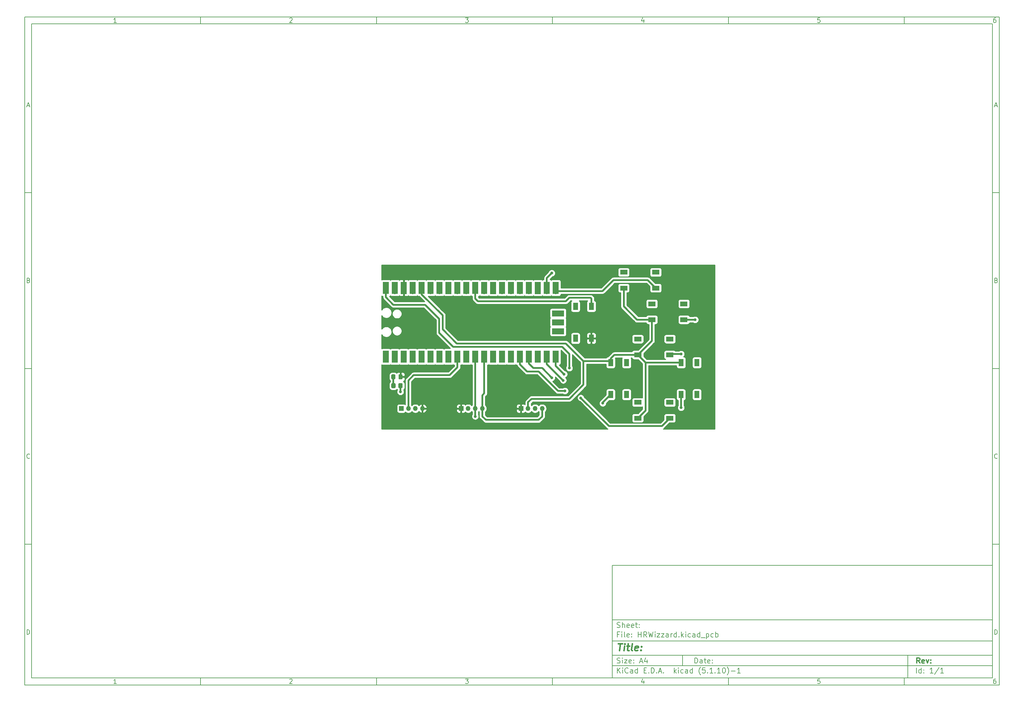
<source format=gbr>
%TF.GenerationSoftware,KiCad,Pcbnew,(5.1.10)-1*%
%TF.CreationDate,2021-11-12T12:38:22+01:00*%
%TF.ProjectId,HRWizzard,48525769-7a7a-4617-9264-2e6b69636164,rev?*%
%TF.SameCoordinates,Original*%
%TF.FileFunction,Copper,L1,Top*%
%TF.FilePolarity,Positive*%
%FSLAX46Y46*%
G04 Gerber Fmt 4.6, Leading zero omitted, Abs format (unit mm)*
G04 Created by KiCad (PCBNEW (5.1.10)-1) date 2021-11-12 12:38:22*
%MOMM*%
%LPD*%
G01*
G04 APERTURE LIST*
%ADD10C,0.100000*%
%ADD11C,0.150000*%
%ADD12C,0.300000*%
%ADD13C,0.400000*%
%TA.AperFunction,ComponentPad*%
%ADD14O,1.350000X1.350000*%
%TD*%
%TA.AperFunction,ComponentPad*%
%ADD15R,1.350000X1.350000*%
%TD*%
%TA.AperFunction,ComponentPad*%
%ADD16O,1.700000X1.700000*%
%TD*%
%TA.AperFunction,SMDPad,CuDef*%
%ADD17R,3.500000X1.700000*%
%TD*%
%TA.AperFunction,ComponentPad*%
%ADD18R,1.700000X1.700000*%
%TD*%
%TA.AperFunction,SMDPad,CuDef*%
%ADD19R,1.700000X3.500000*%
%TD*%
%TA.AperFunction,SMDPad,CuDef*%
%ADD20R,1.400000X2.100000*%
%TD*%
%TA.AperFunction,SMDPad,CuDef*%
%ADD21R,2.100000X1.400000*%
%TD*%
%TA.AperFunction,ViaPad*%
%ADD22C,0.800000*%
%TD*%
%TA.AperFunction,Conductor*%
%ADD23C,0.500000*%
%TD*%
%TA.AperFunction,Conductor*%
%ADD24C,0.254000*%
%TD*%
%TA.AperFunction,Conductor*%
%ADD25C,0.100000*%
%TD*%
G04 APERTURE END LIST*
D10*
D11*
X177002200Y-166007200D02*
X177002200Y-198007200D01*
X285002200Y-198007200D01*
X285002200Y-166007200D01*
X177002200Y-166007200D01*
D10*
D11*
X10000000Y-10000000D02*
X10000000Y-200007200D01*
X287002200Y-200007200D01*
X287002200Y-10000000D01*
X10000000Y-10000000D01*
D10*
D11*
X12000000Y-12000000D02*
X12000000Y-198007200D01*
X285002200Y-198007200D01*
X285002200Y-12000000D01*
X12000000Y-12000000D01*
D10*
D11*
X60000000Y-12000000D02*
X60000000Y-10000000D01*
D10*
D11*
X110000000Y-12000000D02*
X110000000Y-10000000D01*
D10*
D11*
X160000000Y-12000000D02*
X160000000Y-10000000D01*
D10*
D11*
X210000000Y-12000000D02*
X210000000Y-10000000D01*
D10*
D11*
X260000000Y-12000000D02*
X260000000Y-10000000D01*
D10*
D11*
X36065476Y-11588095D02*
X35322619Y-11588095D01*
X35694047Y-11588095D02*
X35694047Y-10288095D01*
X35570238Y-10473809D01*
X35446428Y-10597619D01*
X35322619Y-10659523D01*
D10*
D11*
X85322619Y-10411904D02*
X85384523Y-10350000D01*
X85508333Y-10288095D01*
X85817857Y-10288095D01*
X85941666Y-10350000D01*
X86003571Y-10411904D01*
X86065476Y-10535714D01*
X86065476Y-10659523D01*
X86003571Y-10845238D01*
X85260714Y-11588095D01*
X86065476Y-11588095D01*
D10*
D11*
X135260714Y-10288095D02*
X136065476Y-10288095D01*
X135632142Y-10783333D01*
X135817857Y-10783333D01*
X135941666Y-10845238D01*
X136003571Y-10907142D01*
X136065476Y-11030952D01*
X136065476Y-11340476D01*
X136003571Y-11464285D01*
X135941666Y-11526190D01*
X135817857Y-11588095D01*
X135446428Y-11588095D01*
X135322619Y-11526190D01*
X135260714Y-11464285D01*
D10*
D11*
X185941666Y-10721428D02*
X185941666Y-11588095D01*
X185632142Y-10226190D02*
X185322619Y-11154761D01*
X186127380Y-11154761D01*
D10*
D11*
X236003571Y-10288095D02*
X235384523Y-10288095D01*
X235322619Y-10907142D01*
X235384523Y-10845238D01*
X235508333Y-10783333D01*
X235817857Y-10783333D01*
X235941666Y-10845238D01*
X236003571Y-10907142D01*
X236065476Y-11030952D01*
X236065476Y-11340476D01*
X236003571Y-11464285D01*
X235941666Y-11526190D01*
X235817857Y-11588095D01*
X235508333Y-11588095D01*
X235384523Y-11526190D01*
X235322619Y-11464285D01*
D10*
D11*
X285941666Y-10288095D02*
X285694047Y-10288095D01*
X285570238Y-10350000D01*
X285508333Y-10411904D01*
X285384523Y-10597619D01*
X285322619Y-10845238D01*
X285322619Y-11340476D01*
X285384523Y-11464285D01*
X285446428Y-11526190D01*
X285570238Y-11588095D01*
X285817857Y-11588095D01*
X285941666Y-11526190D01*
X286003571Y-11464285D01*
X286065476Y-11340476D01*
X286065476Y-11030952D01*
X286003571Y-10907142D01*
X285941666Y-10845238D01*
X285817857Y-10783333D01*
X285570238Y-10783333D01*
X285446428Y-10845238D01*
X285384523Y-10907142D01*
X285322619Y-11030952D01*
D10*
D11*
X60000000Y-198007200D02*
X60000000Y-200007200D01*
D10*
D11*
X110000000Y-198007200D02*
X110000000Y-200007200D01*
D10*
D11*
X160000000Y-198007200D02*
X160000000Y-200007200D01*
D10*
D11*
X210000000Y-198007200D02*
X210000000Y-200007200D01*
D10*
D11*
X260000000Y-198007200D02*
X260000000Y-200007200D01*
D10*
D11*
X36065476Y-199595295D02*
X35322619Y-199595295D01*
X35694047Y-199595295D02*
X35694047Y-198295295D01*
X35570238Y-198481009D01*
X35446428Y-198604819D01*
X35322619Y-198666723D01*
D10*
D11*
X85322619Y-198419104D02*
X85384523Y-198357200D01*
X85508333Y-198295295D01*
X85817857Y-198295295D01*
X85941666Y-198357200D01*
X86003571Y-198419104D01*
X86065476Y-198542914D01*
X86065476Y-198666723D01*
X86003571Y-198852438D01*
X85260714Y-199595295D01*
X86065476Y-199595295D01*
D10*
D11*
X135260714Y-198295295D02*
X136065476Y-198295295D01*
X135632142Y-198790533D01*
X135817857Y-198790533D01*
X135941666Y-198852438D01*
X136003571Y-198914342D01*
X136065476Y-199038152D01*
X136065476Y-199347676D01*
X136003571Y-199471485D01*
X135941666Y-199533390D01*
X135817857Y-199595295D01*
X135446428Y-199595295D01*
X135322619Y-199533390D01*
X135260714Y-199471485D01*
D10*
D11*
X185941666Y-198728628D02*
X185941666Y-199595295D01*
X185632142Y-198233390D02*
X185322619Y-199161961D01*
X186127380Y-199161961D01*
D10*
D11*
X236003571Y-198295295D02*
X235384523Y-198295295D01*
X235322619Y-198914342D01*
X235384523Y-198852438D01*
X235508333Y-198790533D01*
X235817857Y-198790533D01*
X235941666Y-198852438D01*
X236003571Y-198914342D01*
X236065476Y-199038152D01*
X236065476Y-199347676D01*
X236003571Y-199471485D01*
X235941666Y-199533390D01*
X235817857Y-199595295D01*
X235508333Y-199595295D01*
X235384523Y-199533390D01*
X235322619Y-199471485D01*
D10*
D11*
X285941666Y-198295295D02*
X285694047Y-198295295D01*
X285570238Y-198357200D01*
X285508333Y-198419104D01*
X285384523Y-198604819D01*
X285322619Y-198852438D01*
X285322619Y-199347676D01*
X285384523Y-199471485D01*
X285446428Y-199533390D01*
X285570238Y-199595295D01*
X285817857Y-199595295D01*
X285941666Y-199533390D01*
X286003571Y-199471485D01*
X286065476Y-199347676D01*
X286065476Y-199038152D01*
X286003571Y-198914342D01*
X285941666Y-198852438D01*
X285817857Y-198790533D01*
X285570238Y-198790533D01*
X285446428Y-198852438D01*
X285384523Y-198914342D01*
X285322619Y-199038152D01*
D10*
D11*
X10000000Y-60000000D02*
X12000000Y-60000000D01*
D10*
D11*
X10000000Y-110000000D02*
X12000000Y-110000000D01*
D10*
D11*
X10000000Y-160000000D02*
X12000000Y-160000000D01*
D10*
D11*
X10690476Y-35216666D02*
X11309523Y-35216666D01*
X10566666Y-35588095D02*
X11000000Y-34288095D01*
X11433333Y-35588095D01*
D10*
D11*
X11092857Y-84907142D02*
X11278571Y-84969047D01*
X11340476Y-85030952D01*
X11402380Y-85154761D01*
X11402380Y-85340476D01*
X11340476Y-85464285D01*
X11278571Y-85526190D01*
X11154761Y-85588095D01*
X10659523Y-85588095D01*
X10659523Y-84288095D01*
X11092857Y-84288095D01*
X11216666Y-84350000D01*
X11278571Y-84411904D01*
X11340476Y-84535714D01*
X11340476Y-84659523D01*
X11278571Y-84783333D01*
X11216666Y-84845238D01*
X11092857Y-84907142D01*
X10659523Y-84907142D01*
D10*
D11*
X11402380Y-135464285D02*
X11340476Y-135526190D01*
X11154761Y-135588095D01*
X11030952Y-135588095D01*
X10845238Y-135526190D01*
X10721428Y-135402380D01*
X10659523Y-135278571D01*
X10597619Y-135030952D01*
X10597619Y-134845238D01*
X10659523Y-134597619D01*
X10721428Y-134473809D01*
X10845238Y-134350000D01*
X11030952Y-134288095D01*
X11154761Y-134288095D01*
X11340476Y-134350000D01*
X11402380Y-134411904D01*
D10*
D11*
X10659523Y-185588095D02*
X10659523Y-184288095D01*
X10969047Y-184288095D01*
X11154761Y-184350000D01*
X11278571Y-184473809D01*
X11340476Y-184597619D01*
X11402380Y-184845238D01*
X11402380Y-185030952D01*
X11340476Y-185278571D01*
X11278571Y-185402380D01*
X11154761Y-185526190D01*
X10969047Y-185588095D01*
X10659523Y-185588095D01*
D10*
D11*
X287002200Y-60000000D02*
X285002200Y-60000000D01*
D10*
D11*
X287002200Y-110000000D02*
X285002200Y-110000000D01*
D10*
D11*
X287002200Y-160000000D02*
X285002200Y-160000000D01*
D10*
D11*
X285692676Y-35216666D02*
X286311723Y-35216666D01*
X285568866Y-35588095D02*
X286002200Y-34288095D01*
X286435533Y-35588095D01*
D10*
D11*
X286095057Y-84907142D02*
X286280771Y-84969047D01*
X286342676Y-85030952D01*
X286404580Y-85154761D01*
X286404580Y-85340476D01*
X286342676Y-85464285D01*
X286280771Y-85526190D01*
X286156961Y-85588095D01*
X285661723Y-85588095D01*
X285661723Y-84288095D01*
X286095057Y-84288095D01*
X286218866Y-84350000D01*
X286280771Y-84411904D01*
X286342676Y-84535714D01*
X286342676Y-84659523D01*
X286280771Y-84783333D01*
X286218866Y-84845238D01*
X286095057Y-84907142D01*
X285661723Y-84907142D01*
D10*
D11*
X286404580Y-135464285D02*
X286342676Y-135526190D01*
X286156961Y-135588095D01*
X286033152Y-135588095D01*
X285847438Y-135526190D01*
X285723628Y-135402380D01*
X285661723Y-135278571D01*
X285599819Y-135030952D01*
X285599819Y-134845238D01*
X285661723Y-134597619D01*
X285723628Y-134473809D01*
X285847438Y-134350000D01*
X286033152Y-134288095D01*
X286156961Y-134288095D01*
X286342676Y-134350000D01*
X286404580Y-134411904D01*
D10*
D11*
X285661723Y-185588095D02*
X285661723Y-184288095D01*
X285971247Y-184288095D01*
X286156961Y-184350000D01*
X286280771Y-184473809D01*
X286342676Y-184597619D01*
X286404580Y-184845238D01*
X286404580Y-185030952D01*
X286342676Y-185278571D01*
X286280771Y-185402380D01*
X286156961Y-185526190D01*
X285971247Y-185588095D01*
X285661723Y-185588095D01*
D10*
D11*
X200434342Y-193785771D02*
X200434342Y-192285771D01*
X200791485Y-192285771D01*
X201005771Y-192357200D01*
X201148628Y-192500057D01*
X201220057Y-192642914D01*
X201291485Y-192928628D01*
X201291485Y-193142914D01*
X201220057Y-193428628D01*
X201148628Y-193571485D01*
X201005771Y-193714342D01*
X200791485Y-193785771D01*
X200434342Y-193785771D01*
X202577200Y-193785771D02*
X202577200Y-193000057D01*
X202505771Y-192857200D01*
X202362914Y-192785771D01*
X202077200Y-192785771D01*
X201934342Y-192857200D01*
X202577200Y-193714342D02*
X202434342Y-193785771D01*
X202077200Y-193785771D01*
X201934342Y-193714342D01*
X201862914Y-193571485D01*
X201862914Y-193428628D01*
X201934342Y-193285771D01*
X202077200Y-193214342D01*
X202434342Y-193214342D01*
X202577200Y-193142914D01*
X203077200Y-192785771D02*
X203648628Y-192785771D01*
X203291485Y-192285771D02*
X203291485Y-193571485D01*
X203362914Y-193714342D01*
X203505771Y-193785771D01*
X203648628Y-193785771D01*
X204720057Y-193714342D02*
X204577200Y-193785771D01*
X204291485Y-193785771D01*
X204148628Y-193714342D01*
X204077200Y-193571485D01*
X204077200Y-193000057D01*
X204148628Y-192857200D01*
X204291485Y-192785771D01*
X204577200Y-192785771D01*
X204720057Y-192857200D01*
X204791485Y-193000057D01*
X204791485Y-193142914D01*
X204077200Y-193285771D01*
X205434342Y-193642914D02*
X205505771Y-193714342D01*
X205434342Y-193785771D01*
X205362914Y-193714342D01*
X205434342Y-193642914D01*
X205434342Y-193785771D01*
X205434342Y-192857200D02*
X205505771Y-192928628D01*
X205434342Y-193000057D01*
X205362914Y-192928628D01*
X205434342Y-192857200D01*
X205434342Y-193000057D01*
D10*
D11*
X177002200Y-194507200D02*
X285002200Y-194507200D01*
D10*
D11*
X178434342Y-196585771D02*
X178434342Y-195085771D01*
X179291485Y-196585771D02*
X178648628Y-195728628D01*
X179291485Y-195085771D02*
X178434342Y-195942914D01*
X179934342Y-196585771D02*
X179934342Y-195585771D01*
X179934342Y-195085771D02*
X179862914Y-195157200D01*
X179934342Y-195228628D01*
X180005771Y-195157200D01*
X179934342Y-195085771D01*
X179934342Y-195228628D01*
X181505771Y-196442914D02*
X181434342Y-196514342D01*
X181220057Y-196585771D01*
X181077200Y-196585771D01*
X180862914Y-196514342D01*
X180720057Y-196371485D01*
X180648628Y-196228628D01*
X180577200Y-195942914D01*
X180577200Y-195728628D01*
X180648628Y-195442914D01*
X180720057Y-195300057D01*
X180862914Y-195157200D01*
X181077200Y-195085771D01*
X181220057Y-195085771D01*
X181434342Y-195157200D01*
X181505771Y-195228628D01*
X182791485Y-196585771D02*
X182791485Y-195800057D01*
X182720057Y-195657200D01*
X182577200Y-195585771D01*
X182291485Y-195585771D01*
X182148628Y-195657200D01*
X182791485Y-196514342D02*
X182648628Y-196585771D01*
X182291485Y-196585771D01*
X182148628Y-196514342D01*
X182077200Y-196371485D01*
X182077200Y-196228628D01*
X182148628Y-196085771D01*
X182291485Y-196014342D01*
X182648628Y-196014342D01*
X182791485Y-195942914D01*
X184148628Y-196585771D02*
X184148628Y-195085771D01*
X184148628Y-196514342D02*
X184005771Y-196585771D01*
X183720057Y-196585771D01*
X183577200Y-196514342D01*
X183505771Y-196442914D01*
X183434342Y-196300057D01*
X183434342Y-195871485D01*
X183505771Y-195728628D01*
X183577200Y-195657200D01*
X183720057Y-195585771D01*
X184005771Y-195585771D01*
X184148628Y-195657200D01*
X186005771Y-195800057D02*
X186505771Y-195800057D01*
X186720057Y-196585771D02*
X186005771Y-196585771D01*
X186005771Y-195085771D01*
X186720057Y-195085771D01*
X187362914Y-196442914D02*
X187434342Y-196514342D01*
X187362914Y-196585771D01*
X187291485Y-196514342D01*
X187362914Y-196442914D01*
X187362914Y-196585771D01*
X188077200Y-196585771D02*
X188077200Y-195085771D01*
X188434342Y-195085771D01*
X188648628Y-195157200D01*
X188791485Y-195300057D01*
X188862914Y-195442914D01*
X188934342Y-195728628D01*
X188934342Y-195942914D01*
X188862914Y-196228628D01*
X188791485Y-196371485D01*
X188648628Y-196514342D01*
X188434342Y-196585771D01*
X188077200Y-196585771D01*
X189577200Y-196442914D02*
X189648628Y-196514342D01*
X189577200Y-196585771D01*
X189505771Y-196514342D01*
X189577200Y-196442914D01*
X189577200Y-196585771D01*
X190220057Y-196157200D02*
X190934342Y-196157200D01*
X190077200Y-196585771D02*
X190577200Y-195085771D01*
X191077200Y-196585771D01*
X191577200Y-196442914D02*
X191648628Y-196514342D01*
X191577200Y-196585771D01*
X191505771Y-196514342D01*
X191577200Y-196442914D01*
X191577200Y-196585771D01*
X194577200Y-196585771D02*
X194577200Y-195085771D01*
X194720057Y-196014342D02*
X195148628Y-196585771D01*
X195148628Y-195585771D02*
X194577200Y-196157200D01*
X195791485Y-196585771D02*
X195791485Y-195585771D01*
X195791485Y-195085771D02*
X195720057Y-195157200D01*
X195791485Y-195228628D01*
X195862914Y-195157200D01*
X195791485Y-195085771D01*
X195791485Y-195228628D01*
X197148628Y-196514342D02*
X197005771Y-196585771D01*
X196720057Y-196585771D01*
X196577200Y-196514342D01*
X196505771Y-196442914D01*
X196434342Y-196300057D01*
X196434342Y-195871485D01*
X196505771Y-195728628D01*
X196577200Y-195657200D01*
X196720057Y-195585771D01*
X197005771Y-195585771D01*
X197148628Y-195657200D01*
X198434342Y-196585771D02*
X198434342Y-195800057D01*
X198362914Y-195657200D01*
X198220057Y-195585771D01*
X197934342Y-195585771D01*
X197791485Y-195657200D01*
X198434342Y-196514342D02*
X198291485Y-196585771D01*
X197934342Y-196585771D01*
X197791485Y-196514342D01*
X197720057Y-196371485D01*
X197720057Y-196228628D01*
X197791485Y-196085771D01*
X197934342Y-196014342D01*
X198291485Y-196014342D01*
X198434342Y-195942914D01*
X199791485Y-196585771D02*
X199791485Y-195085771D01*
X199791485Y-196514342D02*
X199648628Y-196585771D01*
X199362914Y-196585771D01*
X199220057Y-196514342D01*
X199148628Y-196442914D01*
X199077200Y-196300057D01*
X199077200Y-195871485D01*
X199148628Y-195728628D01*
X199220057Y-195657200D01*
X199362914Y-195585771D01*
X199648628Y-195585771D01*
X199791485Y-195657200D01*
X202077200Y-197157200D02*
X202005771Y-197085771D01*
X201862914Y-196871485D01*
X201791485Y-196728628D01*
X201720057Y-196514342D01*
X201648628Y-196157200D01*
X201648628Y-195871485D01*
X201720057Y-195514342D01*
X201791485Y-195300057D01*
X201862914Y-195157200D01*
X202005771Y-194942914D01*
X202077200Y-194871485D01*
X203362914Y-195085771D02*
X202648628Y-195085771D01*
X202577200Y-195800057D01*
X202648628Y-195728628D01*
X202791485Y-195657200D01*
X203148628Y-195657200D01*
X203291485Y-195728628D01*
X203362914Y-195800057D01*
X203434342Y-195942914D01*
X203434342Y-196300057D01*
X203362914Y-196442914D01*
X203291485Y-196514342D01*
X203148628Y-196585771D01*
X202791485Y-196585771D01*
X202648628Y-196514342D01*
X202577200Y-196442914D01*
X204077200Y-196442914D02*
X204148628Y-196514342D01*
X204077200Y-196585771D01*
X204005771Y-196514342D01*
X204077200Y-196442914D01*
X204077200Y-196585771D01*
X205577200Y-196585771D02*
X204720057Y-196585771D01*
X205148628Y-196585771D02*
X205148628Y-195085771D01*
X205005771Y-195300057D01*
X204862914Y-195442914D01*
X204720057Y-195514342D01*
X206220057Y-196442914D02*
X206291485Y-196514342D01*
X206220057Y-196585771D01*
X206148628Y-196514342D01*
X206220057Y-196442914D01*
X206220057Y-196585771D01*
X207720057Y-196585771D02*
X206862914Y-196585771D01*
X207291485Y-196585771D02*
X207291485Y-195085771D01*
X207148628Y-195300057D01*
X207005771Y-195442914D01*
X206862914Y-195514342D01*
X208648628Y-195085771D02*
X208791485Y-195085771D01*
X208934342Y-195157200D01*
X209005771Y-195228628D01*
X209077200Y-195371485D01*
X209148628Y-195657200D01*
X209148628Y-196014342D01*
X209077200Y-196300057D01*
X209005771Y-196442914D01*
X208934342Y-196514342D01*
X208791485Y-196585771D01*
X208648628Y-196585771D01*
X208505771Y-196514342D01*
X208434342Y-196442914D01*
X208362914Y-196300057D01*
X208291485Y-196014342D01*
X208291485Y-195657200D01*
X208362914Y-195371485D01*
X208434342Y-195228628D01*
X208505771Y-195157200D01*
X208648628Y-195085771D01*
X209648628Y-197157200D02*
X209720057Y-197085771D01*
X209862914Y-196871485D01*
X209934342Y-196728628D01*
X210005771Y-196514342D01*
X210077200Y-196157200D01*
X210077200Y-195871485D01*
X210005771Y-195514342D01*
X209934342Y-195300057D01*
X209862914Y-195157200D01*
X209720057Y-194942914D01*
X209648628Y-194871485D01*
X210791485Y-196014342D02*
X211934342Y-196014342D01*
X213434342Y-196585771D02*
X212577200Y-196585771D01*
X213005771Y-196585771D02*
X213005771Y-195085771D01*
X212862914Y-195300057D01*
X212720057Y-195442914D01*
X212577200Y-195514342D01*
D10*
D11*
X177002200Y-191507200D02*
X285002200Y-191507200D01*
D10*
D12*
X264411485Y-193785771D02*
X263911485Y-193071485D01*
X263554342Y-193785771D02*
X263554342Y-192285771D01*
X264125771Y-192285771D01*
X264268628Y-192357200D01*
X264340057Y-192428628D01*
X264411485Y-192571485D01*
X264411485Y-192785771D01*
X264340057Y-192928628D01*
X264268628Y-193000057D01*
X264125771Y-193071485D01*
X263554342Y-193071485D01*
X265625771Y-193714342D02*
X265482914Y-193785771D01*
X265197200Y-193785771D01*
X265054342Y-193714342D01*
X264982914Y-193571485D01*
X264982914Y-193000057D01*
X265054342Y-192857200D01*
X265197200Y-192785771D01*
X265482914Y-192785771D01*
X265625771Y-192857200D01*
X265697200Y-193000057D01*
X265697200Y-193142914D01*
X264982914Y-193285771D01*
X266197200Y-192785771D02*
X266554342Y-193785771D01*
X266911485Y-192785771D01*
X267482914Y-193642914D02*
X267554342Y-193714342D01*
X267482914Y-193785771D01*
X267411485Y-193714342D01*
X267482914Y-193642914D01*
X267482914Y-193785771D01*
X267482914Y-192857200D02*
X267554342Y-192928628D01*
X267482914Y-193000057D01*
X267411485Y-192928628D01*
X267482914Y-192857200D01*
X267482914Y-193000057D01*
D10*
D11*
X178362914Y-193714342D02*
X178577200Y-193785771D01*
X178934342Y-193785771D01*
X179077200Y-193714342D01*
X179148628Y-193642914D01*
X179220057Y-193500057D01*
X179220057Y-193357200D01*
X179148628Y-193214342D01*
X179077200Y-193142914D01*
X178934342Y-193071485D01*
X178648628Y-193000057D01*
X178505771Y-192928628D01*
X178434342Y-192857200D01*
X178362914Y-192714342D01*
X178362914Y-192571485D01*
X178434342Y-192428628D01*
X178505771Y-192357200D01*
X178648628Y-192285771D01*
X179005771Y-192285771D01*
X179220057Y-192357200D01*
X179862914Y-193785771D02*
X179862914Y-192785771D01*
X179862914Y-192285771D02*
X179791485Y-192357200D01*
X179862914Y-192428628D01*
X179934342Y-192357200D01*
X179862914Y-192285771D01*
X179862914Y-192428628D01*
X180434342Y-192785771D02*
X181220057Y-192785771D01*
X180434342Y-193785771D01*
X181220057Y-193785771D01*
X182362914Y-193714342D02*
X182220057Y-193785771D01*
X181934342Y-193785771D01*
X181791485Y-193714342D01*
X181720057Y-193571485D01*
X181720057Y-193000057D01*
X181791485Y-192857200D01*
X181934342Y-192785771D01*
X182220057Y-192785771D01*
X182362914Y-192857200D01*
X182434342Y-193000057D01*
X182434342Y-193142914D01*
X181720057Y-193285771D01*
X183077200Y-193642914D02*
X183148628Y-193714342D01*
X183077200Y-193785771D01*
X183005771Y-193714342D01*
X183077200Y-193642914D01*
X183077200Y-193785771D01*
X183077200Y-192857200D02*
X183148628Y-192928628D01*
X183077200Y-193000057D01*
X183005771Y-192928628D01*
X183077200Y-192857200D01*
X183077200Y-193000057D01*
X184862914Y-193357200D02*
X185577200Y-193357200D01*
X184720057Y-193785771D02*
X185220057Y-192285771D01*
X185720057Y-193785771D01*
X186862914Y-192785771D02*
X186862914Y-193785771D01*
X186505771Y-192214342D02*
X186148628Y-193285771D01*
X187077200Y-193285771D01*
D10*
D11*
X263434342Y-196585771D02*
X263434342Y-195085771D01*
X264791485Y-196585771D02*
X264791485Y-195085771D01*
X264791485Y-196514342D02*
X264648628Y-196585771D01*
X264362914Y-196585771D01*
X264220057Y-196514342D01*
X264148628Y-196442914D01*
X264077200Y-196300057D01*
X264077200Y-195871485D01*
X264148628Y-195728628D01*
X264220057Y-195657200D01*
X264362914Y-195585771D01*
X264648628Y-195585771D01*
X264791485Y-195657200D01*
X265505771Y-196442914D02*
X265577200Y-196514342D01*
X265505771Y-196585771D01*
X265434342Y-196514342D01*
X265505771Y-196442914D01*
X265505771Y-196585771D01*
X265505771Y-195657200D02*
X265577200Y-195728628D01*
X265505771Y-195800057D01*
X265434342Y-195728628D01*
X265505771Y-195657200D01*
X265505771Y-195800057D01*
X268148628Y-196585771D02*
X267291485Y-196585771D01*
X267720057Y-196585771D02*
X267720057Y-195085771D01*
X267577200Y-195300057D01*
X267434342Y-195442914D01*
X267291485Y-195514342D01*
X269862914Y-195014342D02*
X268577200Y-196942914D01*
X271148628Y-196585771D02*
X270291485Y-196585771D01*
X270720057Y-196585771D02*
X270720057Y-195085771D01*
X270577200Y-195300057D01*
X270434342Y-195442914D01*
X270291485Y-195514342D01*
D10*
D11*
X177002200Y-187507200D02*
X285002200Y-187507200D01*
D10*
D13*
X178714580Y-188211961D02*
X179857438Y-188211961D01*
X179036009Y-190211961D02*
X179286009Y-188211961D01*
X180274104Y-190211961D02*
X180440771Y-188878628D01*
X180524104Y-188211961D02*
X180416961Y-188307200D01*
X180500295Y-188402438D01*
X180607438Y-188307200D01*
X180524104Y-188211961D01*
X180500295Y-188402438D01*
X181107438Y-188878628D02*
X181869342Y-188878628D01*
X181476485Y-188211961D02*
X181262200Y-189926247D01*
X181333628Y-190116723D01*
X181512200Y-190211961D01*
X181702676Y-190211961D01*
X182655057Y-190211961D02*
X182476485Y-190116723D01*
X182405057Y-189926247D01*
X182619342Y-188211961D01*
X184190771Y-190116723D02*
X183988390Y-190211961D01*
X183607438Y-190211961D01*
X183428866Y-190116723D01*
X183357438Y-189926247D01*
X183452676Y-189164342D01*
X183571723Y-188973866D01*
X183774104Y-188878628D01*
X184155057Y-188878628D01*
X184333628Y-188973866D01*
X184405057Y-189164342D01*
X184381247Y-189354819D01*
X183405057Y-189545295D01*
X185155057Y-190021485D02*
X185238390Y-190116723D01*
X185131247Y-190211961D01*
X185047914Y-190116723D01*
X185155057Y-190021485D01*
X185131247Y-190211961D01*
X185286009Y-188973866D02*
X185369342Y-189069104D01*
X185262200Y-189164342D01*
X185178866Y-189069104D01*
X185286009Y-188973866D01*
X185262200Y-189164342D01*
D10*
D11*
X178934342Y-185600057D02*
X178434342Y-185600057D01*
X178434342Y-186385771D02*
X178434342Y-184885771D01*
X179148628Y-184885771D01*
X179720057Y-186385771D02*
X179720057Y-185385771D01*
X179720057Y-184885771D02*
X179648628Y-184957200D01*
X179720057Y-185028628D01*
X179791485Y-184957200D01*
X179720057Y-184885771D01*
X179720057Y-185028628D01*
X180648628Y-186385771D02*
X180505771Y-186314342D01*
X180434342Y-186171485D01*
X180434342Y-184885771D01*
X181791485Y-186314342D02*
X181648628Y-186385771D01*
X181362914Y-186385771D01*
X181220057Y-186314342D01*
X181148628Y-186171485D01*
X181148628Y-185600057D01*
X181220057Y-185457200D01*
X181362914Y-185385771D01*
X181648628Y-185385771D01*
X181791485Y-185457200D01*
X181862914Y-185600057D01*
X181862914Y-185742914D01*
X181148628Y-185885771D01*
X182505771Y-186242914D02*
X182577200Y-186314342D01*
X182505771Y-186385771D01*
X182434342Y-186314342D01*
X182505771Y-186242914D01*
X182505771Y-186385771D01*
X182505771Y-185457200D02*
X182577200Y-185528628D01*
X182505771Y-185600057D01*
X182434342Y-185528628D01*
X182505771Y-185457200D01*
X182505771Y-185600057D01*
X184362914Y-186385771D02*
X184362914Y-184885771D01*
X184362914Y-185600057D02*
X185220057Y-185600057D01*
X185220057Y-186385771D02*
X185220057Y-184885771D01*
X186791485Y-186385771D02*
X186291485Y-185671485D01*
X185934342Y-186385771D02*
X185934342Y-184885771D01*
X186505771Y-184885771D01*
X186648628Y-184957200D01*
X186720057Y-185028628D01*
X186791485Y-185171485D01*
X186791485Y-185385771D01*
X186720057Y-185528628D01*
X186648628Y-185600057D01*
X186505771Y-185671485D01*
X185934342Y-185671485D01*
X187291485Y-184885771D02*
X187648628Y-186385771D01*
X187934342Y-185314342D01*
X188220057Y-186385771D01*
X188577200Y-184885771D01*
X189148628Y-186385771D02*
X189148628Y-185385771D01*
X189148628Y-184885771D02*
X189077200Y-184957200D01*
X189148628Y-185028628D01*
X189220057Y-184957200D01*
X189148628Y-184885771D01*
X189148628Y-185028628D01*
X189720057Y-185385771D02*
X190505771Y-185385771D01*
X189720057Y-186385771D01*
X190505771Y-186385771D01*
X190934342Y-185385771D02*
X191720057Y-185385771D01*
X190934342Y-186385771D01*
X191720057Y-186385771D01*
X192934342Y-186385771D02*
X192934342Y-185600057D01*
X192862914Y-185457200D01*
X192720057Y-185385771D01*
X192434342Y-185385771D01*
X192291485Y-185457200D01*
X192934342Y-186314342D02*
X192791485Y-186385771D01*
X192434342Y-186385771D01*
X192291485Y-186314342D01*
X192220057Y-186171485D01*
X192220057Y-186028628D01*
X192291485Y-185885771D01*
X192434342Y-185814342D01*
X192791485Y-185814342D01*
X192934342Y-185742914D01*
X193648628Y-186385771D02*
X193648628Y-185385771D01*
X193648628Y-185671485D02*
X193720057Y-185528628D01*
X193791485Y-185457200D01*
X193934342Y-185385771D01*
X194077200Y-185385771D01*
X195220057Y-186385771D02*
X195220057Y-184885771D01*
X195220057Y-186314342D02*
X195077200Y-186385771D01*
X194791485Y-186385771D01*
X194648628Y-186314342D01*
X194577200Y-186242914D01*
X194505771Y-186100057D01*
X194505771Y-185671485D01*
X194577200Y-185528628D01*
X194648628Y-185457200D01*
X194791485Y-185385771D01*
X195077200Y-185385771D01*
X195220057Y-185457200D01*
X195934342Y-186242914D02*
X196005771Y-186314342D01*
X195934342Y-186385771D01*
X195862914Y-186314342D01*
X195934342Y-186242914D01*
X195934342Y-186385771D01*
X196648628Y-186385771D02*
X196648628Y-184885771D01*
X196791485Y-185814342D02*
X197220057Y-186385771D01*
X197220057Y-185385771D02*
X196648628Y-185957200D01*
X197862914Y-186385771D02*
X197862914Y-185385771D01*
X197862914Y-184885771D02*
X197791485Y-184957200D01*
X197862914Y-185028628D01*
X197934342Y-184957200D01*
X197862914Y-184885771D01*
X197862914Y-185028628D01*
X199220057Y-186314342D02*
X199077200Y-186385771D01*
X198791485Y-186385771D01*
X198648628Y-186314342D01*
X198577200Y-186242914D01*
X198505771Y-186100057D01*
X198505771Y-185671485D01*
X198577200Y-185528628D01*
X198648628Y-185457200D01*
X198791485Y-185385771D01*
X199077200Y-185385771D01*
X199220057Y-185457200D01*
X200505771Y-186385771D02*
X200505771Y-185600057D01*
X200434342Y-185457200D01*
X200291485Y-185385771D01*
X200005771Y-185385771D01*
X199862914Y-185457200D01*
X200505771Y-186314342D02*
X200362914Y-186385771D01*
X200005771Y-186385771D01*
X199862914Y-186314342D01*
X199791485Y-186171485D01*
X199791485Y-186028628D01*
X199862914Y-185885771D01*
X200005771Y-185814342D01*
X200362914Y-185814342D01*
X200505771Y-185742914D01*
X201862914Y-186385771D02*
X201862914Y-184885771D01*
X201862914Y-186314342D02*
X201720057Y-186385771D01*
X201434342Y-186385771D01*
X201291485Y-186314342D01*
X201220057Y-186242914D01*
X201148628Y-186100057D01*
X201148628Y-185671485D01*
X201220057Y-185528628D01*
X201291485Y-185457200D01*
X201434342Y-185385771D01*
X201720057Y-185385771D01*
X201862914Y-185457200D01*
X202220057Y-186528628D02*
X203362914Y-186528628D01*
X203720057Y-185385771D02*
X203720057Y-186885771D01*
X203720057Y-185457200D02*
X203862914Y-185385771D01*
X204148628Y-185385771D01*
X204291485Y-185457200D01*
X204362914Y-185528628D01*
X204434342Y-185671485D01*
X204434342Y-186100057D01*
X204362914Y-186242914D01*
X204291485Y-186314342D01*
X204148628Y-186385771D01*
X203862914Y-186385771D01*
X203720057Y-186314342D01*
X205720057Y-186314342D02*
X205577200Y-186385771D01*
X205291485Y-186385771D01*
X205148628Y-186314342D01*
X205077200Y-186242914D01*
X205005771Y-186100057D01*
X205005771Y-185671485D01*
X205077200Y-185528628D01*
X205148628Y-185457200D01*
X205291485Y-185385771D01*
X205577200Y-185385771D01*
X205720057Y-185457200D01*
X206362914Y-186385771D02*
X206362914Y-184885771D01*
X206362914Y-185457200D02*
X206505771Y-185385771D01*
X206791485Y-185385771D01*
X206934342Y-185457200D01*
X207005771Y-185528628D01*
X207077200Y-185671485D01*
X207077200Y-186100057D01*
X207005771Y-186242914D01*
X206934342Y-186314342D01*
X206791485Y-186385771D01*
X206505771Y-186385771D01*
X206362914Y-186314342D01*
D10*
D11*
X177002200Y-181507200D02*
X285002200Y-181507200D01*
D10*
D11*
X178362914Y-183614342D02*
X178577200Y-183685771D01*
X178934342Y-183685771D01*
X179077200Y-183614342D01*
X179148628Y-183542914D01*
X179220057Y-183400057D01*
X179220057Y-183257200D01*
X179148628Y-183114342D01*
X179077200Y-183042914D01*
X178934342Y-182971485D01*
X178648628Y-182900057D01*
X178505771Y-182828628D01*
X178434342Y-182757200D01*
X178362914Y-182614342D01*
X178362914Y-182471485D01*
X178434342Y-182328628D01*
X178505771Y-182257200D01*
X178648628Y-182185771D01*
X179005771Y-182185771D01*
X179220057Y-182257200D01*
X179862914Y-183685771D02*
X179862914Y-182185771D01*
X180505771Y-183685771D02*
X180505771Y-182900057D01*
X180434342Y-182757200D01*
X180291485Y-182685771D01*
X180077200Y-182685771D01*
X179934342Y-182757200D01*
X179862914Y-182828628D01*
X181791485Y-183614342D02*
X181648628Y-183685771D01*
X181362914Y-183685771D01*
X181220057Y-183614342D01*
X181148628Y-183471485D01*
X181148628Y-182900057D01*
X181220057Y-182757200D01*
X181362914Y-182685771D01*
X181648628Y-182685771D01*
X181791485Y-182757200D01*
X181862914Y-182900057D01*
X181862914Y-183042914D01*
X181148628Y-183185771D01*
X183077200Y-183614342D02*
X182934342Y-183685771D01*
X182648628Y-183685771D01*
X182505771Y-183614342D01*
X182434342Y-183471485D01*
X182434342Y-182900057D01*
X182505771Y-182757200D01*
X182648628Y-182685771D01*
X182934342Y-182685771D01*
X183077200Y-182757200D01*
X183148628Y-182900057D01*
X183148628Y-183042914D01*
X182434342Y-183185771D01*
X183577200Y-182685771D02*
X184148628Y-182685771D01*
X183791485Y-182185771D02*
X183791485Y-183471485D01*
X183862914Y-183614342D01*
X184005771Y-183685771D01*
X184148628Y-183685771D01*
X184648628Y-183542914D02*
X184720057Y-183614342D01*
X184648628Y-183685771D01*
X184577200Y-183614342D01*
X184648628Y-183542914D01*
X184648628Y-183685771D01*
X184648628Y-182757200D02*
X184720057Y-182828628D01*
X184648628Y-182900057D01*
X184577200Y-182828628D01*
X184648628Y-182757200D01*
X184648628Y-182900057D01*
D10*
D11*
X197002200Y-191507200D02*
X197002200Y-194507200D01*
D10*
D11*
X261002200Y-191507200D02*
X261002200Y-198007200D01*
D14*
%TO.P,J4,4*%
%TO.N,SCL*%
X157047000Y-121358000D03*
%TO.P,J4,3*%
%TO.N,SDA*%
X155047000Y-121358000D03*
%TO.P,J4,2*%
%TO.N,+3V3*%
X153047000Y-121358000D03*
D15*
%TO.P,J4,1*%
%TO.N,GND*%
X151047000Y-121358000D03*
%TD*%
D14*
%TO.P,J3,4*%
%TO.N,SCL*%
X140047000Y-121358000D03*
%TO.P,J3,3*%
%TO.N,SDA*%
X138047000Y-121358000D03*
%TO.P,J3,2*%
%TO.N,+3V3*%
X136047000Y-121358000D03*
D15*
%TO.P,J3,1*%
%TO.N,GND*%
X134047000Y-121358000D03*
%TD*%
D14*
%TO.P,J1,4*%
%TO.N,GND*%
X123047000Y-121358000D03*
%TO.P,J1,3*%
%TO.N,+5V*%
X121047000Y-121358000D03*
%TO.P,J1,2*%
%TO.N,NEOPIXEL_OUT*%
X119047000Y-121358000D03*
D15*
%TO.P,J1,1*%
%TO.N,N/C*%
X117047000Y-121358000D03*
%TD*%
%TO.P,R9,2*%
%TO.N,+5V*%
%TA.AperFunction,SMDPad,CuDef*%
G36*
G01*
X116197000Y-115308001D02*
X116197000Y-114407999D01*
G75*
G02*
X116446999Y-114158000I249999J0D01*
G01*
X117147001Y-114158000D01*
G75*
G02*
X117397000Y-114407999I0J-249999D01*
G01*
X117397000Y-115308001D01*
G75*
G02*
X117147001Y-115558000I-249999J0D01*
G01*
X116446999Y-115558000D01*
G75*
G02*
X116197000Y-115308001I0J249999D01*
G01*
G37*
%TD.AperFunction*%
%TO.P,R9,1*%
%TO.N,Net-(D1-Pad2)*%
%TA.AperFunction,SMDPad,CuDef*%
G36*
G01*
X114197000Y-115308001D02*
X114197000Y-114407999D01*
G75*
G02*
X114446999Y-114158000I249999J0D01*
G01*
X115147001Y-114158000D01*
G75*
G02*
X115397000Y-114407999I0J-249999D01*
G01*
X115397000Y-115308001D01*
G75*
G02*
X115147001Y-115558000I-249999J0D01*
G01*
X114446999Y-115558000D01*
G75*
G02*
X114197000Y-115308001I0J249999D01*
G01*
G37*
%TD.AperFunction*%
%TD*%
%TO.P,D1,2*%
%TO.N,Net-(D1-Pad2)*%
%TA.AperFunction,SMDPad,CuDef*%
G36*
G01*
X115347000Y-111907999D02*
X115347000Y-112808001D01*
G75*
G02*
X115097001Y-113058000I-249999J0D01*
G01*
X114446999Y-113058000D01*
G75*
G02*
X114197000Y-112808001I0J249999D01*
G01*
X114197000Y-111907999D01*
G75*
G02*
X114446999Y-111658000I249999J0D01*
G01*
X115097001Y-111658000D01*
G75*
G02*
X115347000Y-111907999I0J-249999D01*
G01*
G37*
%TD.AperFunction*%
%TO.P,D1,1*%
%TO.N,GND*%
%TA.AperFunction,SMDPad,CuDef*%
G36*
G01*
X117397000Y-111907999D02*
X117397000Y-112808001D01*
G75*
G02*
X117147001Y-113058000I-249999J0D01*
G01*
X116496999Y-113058000D01*
G75*
G02*
X116247000Y-112808001I0J249999D01*
G01*
X116247000Y-111907999D01*
G75*
G02*
X116496999Y-111658000I249999J0D01*
G01*
X117147001Y-111658000D01*
G75*
G02*
X117397000Y-111907999I0J-249999D01*
G01*
G37*
%TD.AperFunction*%
%TD*%
D16*
%TO.P,U1,43*%
%TO.N,Net-(U1-Pad43)*%
X160697000Y-94318000D03*
D17*
X161597000Y-94318000D03*
D18*
%TO.P,U1,42*%
%TO.N,Net-(U1-Pad42)*%
X160697000Y-96858000D03*
D17*
X161597000Y-96858000D03*
D16*
%TO.P,U1,41*%
%TO.N,Net-(U1-Pad41)*%
X160697000Y-99398000D03*
D17*
X161597000Y-99398000D03*
D19*
%TO.P,U1,21*%
%TO.N,Button_B*%
X160927000Y-87068000D03*
%TO.P,U1,22*%
%TO.N,Button_A*%
X158387000Y-87068000D03*
%TO.P,U1,23*%
%TO.N,Net-(U1-Pad23)*%
X155847000Y-87068000D03*
%TO.P,U1,24*%
%TO.N,Net-(U1-Pad24)*%
X153307000Y-87068000D03*
%TO.P,U1,25*%
%TO.N,Net-(U1-Pad25)*%
X150767000Y-87068000D03*
%TO.P,U1,26*%
%TO.N,Net-(U1-Pad26)*%
X148227000Y-87068000D03*
%TO.P,U1,27*%
%TO.N,Net-(U1-Pad27)*%
X145687000Y-87068000D03*
%TO.P,U1,28*%
%TO.N,Net-(U1-Pad28)*%
X143147000Y-87068000D03*
%TO.P,U1,29*%
%TO.N,Net-(U1-Pad29)*%
X140607000Y-87068000D03*
%TO.P,U1,30*%
%TO.N,Net-(SW3-Pad1)*%
X138067000Y-87068000D03*
%TO.P,U1,31*%
%TO.N,Net-(U1-Pad31)*%
X135527000Y-87068000D03*
%TO.P,U1,32*%
%TO.N,Net-(U1-Pad32)*%
X132987000Y-87068000D03*
%TO.P,U1,33*%
%TO.N,Net-(U1-Pad33)*%
X130447000Y-87068000D03*
%TO.P,U1,34*%
%TO.N,Net-(U1-Pad34)*%
X127907000Y-87068000D03*
%TO.P,U1,35*%
%TO.N,Net-(U1-Pad35)*%
X125367000Y-87068000D03*
%TO.P,U1,36*%
%TO.N,+3V3*%
X122827000Y-87068000D03*
%TO.P,U1,37*%
%TO.N,Net-(U1-Pad37)*%
X120287000Y-87068000D03*
%TO.P,U1,38*%
%TO.N,GND*%
X117747000Y-87068000D03*
%TO.P,U1,39*%
%TO.N,Net-(U1-Pad39)*%
X115207000Y-87068000D03*
%TO.P,U1,40*%
%TO.N,+5V*%
X112667000Y-87068000D03*
%TO.P,U1,20*%
%TO.N,Button_RIGHT*%
X160927000Y-106648000D03*
%TO.P,U1,19*%
%TO.N,Button_LEFT*%
X158387000Y-106648000D03*
%TO.P,U1,18*%
%TO.N,Net-(U1-Pad18)*%
X155847000Y-106648000D03*
%TO.P,U1,17*%
%TO.N,Button_DOWN*%
X153307000Y-106648000D03*
%TO.P,U1,16*%
%TO.N,Button_UP*%
X150767000Y-106648000D03*
%TO.P,U1,15*%
%TO.N,Net-(U1-Pad15)*%
X148227000Y-106648000D03*
%TO.P,U1,14*%
%TO.N,Net-(U1-Pad14)*%
X145687000Y-106648000D03*
%TO.P,U1,13*%
%TO.N,Net-(U1-Pad13)*%
X143147000Y-106648000D03*
%TO.P,U1,12*%
%TO.N,SCL*%
X140607000Y-106648000D03*
%TO.P,U1,11*%
%TO.N,SDA*%
X138067000Y-106648000D03*
%TO.P,U1,10*%
%TO.N,Net-(U1-Pad10)*%
X135527000Y-106648000D03*
%TO.P,U1,9*%
%TO.N,NEOPIXEL_OUT*%
X132987000Y-106648000D03*
%TO.P,U1,8*%
%TO.N,Net-(U1-Pad8)*%
X130447000Y-106648000D03*
%TO.P,U1,7*%
%TO.N,Net-(U1-Pad7)*%
X127907000Y-106648000D03*
%TO.P,U1,6*%
%TO.N,Net-(U1-Pad6)*%
X125367000Y-106648000D03*
%TO.P,U1,5*%
%TO.N,Net-(U1-Pad5)*%
X122827000Y-106648000D03*
%TO.P,U1,4*%
%TO.N,Net-(U1-Pad4)*%
X120287000Y-106648000D03*
%TO.P,U1,3*%
%TO.N,Net-(U1-Pad3)*%
X117747000Y-106648000D03*
%TO.P,U1,2*%
%TO.N,TX*%
X115207000Y-106648000D03*
%TO.P,U1,1*%
%TO.N,RX*%
X112667000Y-106648000D03*
D16*
%TO.P,U1,40*%
%TO.N,+5V*%
X112667000Y-87968000D03*
%TO.P,U1,39*%
%TO.N,Net-(U1-Pad39)*%
X115207000Y-87968000D03*
D18*
%TO.P,U1,38*%
%TO.N,GND*%
X117747000Y-87968000D03*
D16*
%TO.P,U1,37*%
%TO.N,Net-(U1-Pad37)*%
X120287000Y-87968000D03*
%TO.P,U1,36*%
%TO.N,+3V3*%
X122827000Y-87968000D03*
%TO.P,U1,35*%
%TO.N,Net-(U1-Pad35)*%
X125367000Y-87968000D03*
%TO.P,U1,34*%
%TO.N,Net-(U1-Pad34)*%
X127907000Y-87968000D03*
D18*
%TO.P,U1,33*%
%TO.N,Net-(U1-Pad33)*%
X130447000Y-87968000D03*
D16*
%TO.P,U1,32*%
%TO.N,Net-(U1-Pad32)*%
X132987000Y-87968000D03*
%TO.P,U1,31*%
%TO.N,Net-(U1-Pad31)*%
X135527000Y-87968000D03*
%TO.P,U1,30*%
%TO.N,Net-(SW3-Pad1)*%
X138067000Y-87968000D03*
%TO.P,U1,29*%
%TO.N,Net-(U1-Pad29)*%
X140607000Y-87968000D03*
D18*
%TO.P,U1,28*%
%TO.N,Net-(U1-Pad28)*%
X143147000Y-87968000D03*
D16*
%TO.P,U1,27*%
%TO.N,Net-(U1-Pad27)*%
X145687000Y-87968000D03*
%TO.P,U1,26*%
%TO.N,Net-(U1-Pad26)*%
X148227000Y-87968000D03*
%TO.P,U1,25*%
%TO.N,Net-(U1-Pad25)*%
X150767000Y-87968000D03*
%TO.P,U1,24*%
%TO.N,Net-(U1-Pad24)*%
X153307000Y-87968000D03*
D18*
%TO.P,U1,23*%
%TO.N,Net-(U1-Pad23)*%
X155847000Y-87968000D03*
D16*
%TO.P,U1,22*%
%TO.N,Button_A*%
X158387000Y-87968000D03*
%TO.P,U1,21*%
%TO.N,Button_B*%
X160927000Y-87968000D03*
%TO.P,U1,20*%
%TO.N,Button_RIGHT*%
X160927000Y-105748000D03*
%TO.P,U1,19*%
%TO.N,Button_LEFT*%
X158387000Y-105748000D03*
D18*
%TO.P,U1,18*%
%TO.N,Net-(U1-Pad18)*%
X155847000Y-105748000D03*
D16*
%TO.P,U1,17*%
%TO.N,Button_DOWN*%
X153307000Y-105748000D03*
%TO.P,U1,16*%
%TO.N,Button_UP*%
X150767000Y-105748000D03*
%TO.P,U1,15*%
%TO.N,Net-(U1-Pad15)*%
X148227000Y-105748000D03*
%TO.P,U1,14*%
%TO.N,Net-(U1-Pad14)*%
X145687000Y-105748000D03*
D18*
%TO.P,U1,13*%
%TO.N,Net-(U1-Pad13)*%
X143147000Y-105748000D03*
D16*
%TO.P,U1,12*%
%TO.N,SCL*%
X140607000Y-105748000D03*
%TO.P,U1,11*%
%TO.N,SDA*%
X138067000Y-105748000D03*
%TO.P,U1,10*%
%TO.N,Net-(U1-Pad10)*%
X135527000Y-105748000D03*
%TO.P,U1,9*%
%TO.N,NEOPIXEL_OUT*%
X132987000Y-105748000D03*
D18*
%TO.P,U1,8*%
%TO.N,Net-(U1-Pad8)*%
X130447000Y-105748000D03*
D16*
%TO.P,U1,7*%
%TO.N,Net-(U1-Pad7)*%
X127907000Y-105748000D03*
%TO.P,U1,6*%
%TO.N,Net-(U1-Pad6)*%
X125367000Y-105748000D03*
%TO.P,U1,5*%
%TO.N,Net-(U1-Pad5)*%
X122827000Y-105748000D03*
%TO.P,U1,4*%
%TO.N,Net-(U1-Pad4)*%
X120287000Y-105748000D03*
D18*
%TO.P,U1,3*%
%TO.N,Net-(U1-Pad3)*%
X117747000Y-105748000D03*
D16*
%TO.P,U1,2*%
%TO.N,TX*%
X115207000Y-105748000D03*
%TO.P,U1,1*%
%TO.N,RX*%
X112667000Y-105748000D03*
%TD*%
D20*
%TO.P,SW7,1*%
%TO.N,Button_DOWN*%
X196547000Y-117408000D03*
%TO.P,SW7,3*%
%TO.N,N/C*%
X201047000Y-117408000D03*
%TO.P,SW7,4*%
X201047000Y-108308000D03*
%TO.P,SW7,2*%
%TO.N,+3V3*%
X196547000Y-108308000D03*
%TD*%
D21*
%TO.P,SW6,1*%
%TO.N,Button_RIGHT*%
X193347000Y-106108000D03*
%TO.P,SW6,3*%
%TO.N,N/C*%
X193347000Y-101608000D03*
%TO.P,SW6,4*%
X184247000Y-101608000D03*
%TO.P,SW6,2*%
%TO.N,+3V3*%
X184247000Y-106108000D03*
%TD*%
%TO.P,SW5,1*%
%TO.N,Button_LEFT*%
X193347000Y-124108000D03*
%TO.P,SW5,3*%
%TO.N,N/C*%
X193347000Y-119608000D03*
%TO.P,SW5,4*%
X184247000Y-119608000D03*
%TO.P,SW5,2*%
%TO.N,+3V3*%
X184247000Y-124108000D03*
%TD*%
D20*
%TO.P,SW4,1*%
%TO.N,Button_UP*%
X176547000Y-117408000D03*
%TO.P,SW4,3*%
%TO.N,N/C*%
X181047000Y-117408000D03*
%TO.P,SW4,4*%
X181047000Y-108308000D03*
%TO.P,SW4,2*%
%TO.N,+3V3*%
X176547000Y-108308000D03*
%TD*%
D21*
%TO.P,SW1,1*%
%TO.N,Button_A*%
X197347000Y-96108000D03*
%TO.P,SW1,3*%
%TO.N,N/C*%
X197347000Y-91608000D03*
%TO.P,SW1,4*%
X188247000Y-91608000D03*
%TO.P,SW1,2*%
%TO.N,+3V3*%
X188247000Y-96108000D03*
%TD*%
%TO.P,SW2,1*%
%TO.N,Button_B*%
X189347000Y-87108000D03*
%TO.P,SW2,3*%
%TO.N,N/C*%
X189347000Y-82608000D03*
%TO.P,SW2,4*%
X180247000Y-82608000D03*
%TO.P,SW2,2*%
%TO.N,+3V3*%
X180247000Y-87108000D03*
%TD*%
D20*
%TO.P,SW3,1*%
%TO.N,Net-(SW3-Pad1)*%
X171047000Y-92308000D03*
%TO.P,SW3,3*%
%TO.N,N/C*%
X166547000Y-92308000D03*
%TO.P,SW3,4*%
X166547000Y-101408000D03*
%TO.P,SW3,2*%
%TO.N,GND*%
X171047000Y-101408000D03*
%TD*%
D22*
%TO.N,GND*%
X112797000Y-118858000D03*
X113797000Y-82858000D03*
X168797000Y-124858000D03*
X203797000Y-124858000D03*
X201797000Y-83858000D03*
X168797000Y-84858000D03*
X149297000Y-116358000D03*
X161797000Y-114858000D03*
X121797000Y-95358000D03*
X192797000Y-98858000D03*
%TO.N,+5V*%
X164797000Y-109858000D03*
X116797000Y-116608000D03*
%TO.N,SDA*%
X138047000Y-123608000D03*
%TO.N,Button_A*%
X159797000Y-82858000D03*
X200547000Y-96108000D03*
%TO.N,Button_UP*%
X163547000Y-116358000D03*
X174297000Y-119858000D03*
%TO.N,Button_LEFT*%
X163047000Y-113358000D03*
X168047000Y-118358000D03*
%TO.N,Button_RIGHT*%
X163297000Y-111608000D03*
X196547000Y-105858000D03*
%TO.N,Button_DOWN*%
X159797000Y-112608000D03*
X196547000Y-121108000D03*
%TD*%
D23*
%TO.N,+3V3*%
X128797000Y-94858000D02*
X128797000Y-98858000D01*
X128797000Y-98858000D02*
X132797000Y-102858000D01*
X132797000Y-102858000D02*
X163797000Y-102858000D01*
X163797000Y-102858000D02*
X168797000Y-107858000D01*
X122827000Y-88888000D02*
X128797000Y-94858000D01*
X122827000Y-87968000D02*
X122827000Y-88888000D01*
X180247000Y-87108000D02*
X180247000Y-92308000D01*
X184047000Y-96108000D02*
X188247000Y-96108000D01*
X180247000Y-92308000D02*
X184047000Y-96108000D01*
X188247000Y-102108000D02*
X184247000Y-106108000D01*
X188247000Y-96108000D02*
X188247000Y-102108000D01*
X186447000Y-108308000D02*
X184247000Y-106108000D01*
X196547000Y-108308000D02*
X186447000Y-108308000D01*
X186447000Y-121908000D02*
X186447000Y-108308000D01*
X184247000Y-124108000D02*
X186447000Y-121908000D01*
X176097000Y-107858000D02*
X176547000Y-108308000D01*
X168797000Y-107858000D02*
X176097000Y-107858000D01*
X176547000Y-108308000D02*
X176547000Y-107108000D01*
X177547000Y-106108000D02*
X184247000Y-106108000D01*
X176547000Y-107108000D02*
X177547000Y-106108000D01*
X153047000Y-119608000D02*
X153047000Y-121358000D01*
X154047000Y-118608000D02*
X153047000Y-119608000D01*
X164797000Y-118608000D02*
X154047000Y-118608000D01*
X168797000Y-114608000D02*
X164797000Y-118608000D01*
X168797000Y-107858000D02*
X168797000Y-114608000D01*
%TO.N,+5V*%
X114797000Y-91858000D02*
X123797000Y-91858000D01*
X123797000Y-91858000D02*
X127797000Y-95858000D01*
X127797000Y-95858000D02*
X127797000Y-99858000D01*
X127797000Y-99858000D02*
X131797000Y-103858000D01*
X131797000Y-103858000D02*
X162797000Y-103858000D01*
X164797000Y-105858000D02*
X164797000Y-109858000D01*
X162797000Y-103858000D02*
X164797000Y-105858000D01*
X112667000Y-89728000D02*
X114797000Y-91858000D01*
X112667000Y-87968000D02*
X112667000Y-89728000D01*
X116797000Y-116608000D02*
X116797000Y-114858000D01*
%TO.N,SDA*%
X138067000Y-121338000D02*
X138047000Y-121358000D01*
X138067000Y-105748000D02*
X138067000Y-121338000D01*
X138047000Y-121358000D02*
X138047000Y-123608000D01*
%TO.N,SCL*%
X140607000Y-105748000D02*
X140607000Y-111668000D01*
X140047000Y-117608000D02*
X140047000Y-121358000D01*
X140607000Y-117048000D02*
X140047000Y-117608000D01*
X140607000Y-111668000D02*
X140607000Y-117048000D01*
X157047000Y-123608000D02*
X157047000Y-121358000D01*
X156047000Y-124608000D02*
X157047000Y-123608000D01*
X141047000Y-124608000D02*
X156047000Y-124608000D01*
X140047000Y-123608000D02*
X141047000Y-124608000D01*
X140047000Y-121358000D02*
X140047000Y-123608000D01*
%TO.N,NEOPIXEL_OUT*%
X119047000Y-113358000D02*
X119047000Y-121358000D01*
X120547000Y-111858000D02*
X119047000Y-113358000D01*
X130797000Y-111858000D02*
X120547000Y-111858000D01*
X132987000Y-109668000D02*
X130797000Y-111858000D01*
X132987000Y-105748000D02*
X132987000Y-109668000D01*
%TO.N,Button_B*%
X160927000Y-87968000D02*
X174187000Y-87968000D01*
X174187000Y-87968000D02*
X177297000Y-84858000D01*
X187097000Y-84858000D02*
X189347000Y-87108000D01*
X177297000Y-84858000D02*
X187097000Y-84858000D01*
%TO.N,Button_A*%
X158387000Y-84268000D02*
X159797000Y-82858000D01*
X158387000Y-87968000D02*
X158387000Y-84268000D01*
X200547000Y-96108000D02*
X197347000Y-96108000D01*
%TO.N,Button_UP*%
X150767000Y-105748000D02*
X150767000Y-108828000D01*
X150767000Y-108828000D02*
X152797000Y-110858000D01*
X152797000Y-110858000D02*
X156047000Y-110858000D01*
X161547000Y-116358000D02*
X163547000Y-116358000D01*
X156047000Y-110858000D02*
X161547000Y-116358000D01*
X174297000Y-119658000D02*
X176547000Y-117408000D01*
X174297000Y-119858000D02*
X174297000Y-119658000D01*
%TO.N,Button_LEFT*%
X158387000Y-108698000D02*
X163047000Y-113358000D01*
X158387000Y-105748000D02*
X158387000Y-108698000D01*
X168047000Y-118358000D02*
X176047000Y-126358000D01*
X191097000Y-126358000D02*
X193347000Y-124108000D01*
X176047000Y-126358000D02*
X191097000Y-126358000D01*
%TO.N,Button_RIGHT*%
X160927000Y-109238000D02*
X163297000Y-111608000D01*
X160927000Y-105748000D02*
X160927000Y-109238000D01*
X193597000Y-105858000D02*
X193347000Y-106108000D01*
X196547000Y-105858000D02*
X193597000Y-105858000D01*
%TO.N,Button_DOWN*%
X153307000Y-107428002D02*
X153297000Y-107438002D01*
X153307000Y-105748000D02*
X153307000Y-107428002D01*
X153297000Y-107438002D02*
X153297000Y-108608000D01*
X153297000Y-108608000D02*
X154547000Y-109858000D01*
X157047000Y-109858000D02*
X159797000Y-112608000D01*
X154547000Y-109858000D02*
X157047000Y-109858000D01*
X196547000Y-121108000D02*
X196547000Y-117408000D01*
%TO.N,Net-(SW3-Pad1)*%
X138797000Y-90858000D02*
X163797000Y-90858000D01*
X163797000Y-90858000D02*
X164797000Y-89858000D01*
X164797000Y-89858000D02*
X170797000Y-89858000D01*
X171047000Y-90108000D02*
X170797000Y-89858000D01*
X171047000Y-92308000D02*
X171047000Y-90108000D01*
X138067000Y-87968000D02*
X138067000Y-90128000D01*
X138067000Y-90128000D02*
X138797000Y-90858000D01*
%TO.N,Net-(D1-Pad2)*%
X114797000Y-112383000D02*
X114772000Y-112358000D01*
X114797000Y-114858000D02*
X114797000Y-112383000D01*
%TD*%
D24*
%TO.N,GND*%
X206115001Y-127165000D02*
X191464607Y-127165000D01*
X191591059Y-127097411D01*
X191725817Y-126986817D01*
X191753534Y-126953044D01*
X193260507Y-125446072D01*
X194397000Y-125446072D01*
X194521482Y-125433812D01*
X194641180Y-125397502D01*
X194751494Y-125338537D01*
X194848185Y-125259185D01*
X194927537Y-125162494D01*
X194986502Y-125052180D01*
X195022812Y-124932482D01*
X195035072Y-124808000D01*
X195035072Y-123408000D01*
X195022812Y-123283518D01*
X194986502Y-123163820D01*
X194927537Y-123053506D01*
X194848185Y-122956815D01*
X194751494Y-122877463D01*
X194641180Y-122818498D01*
X194521482Y-122782188D01*
X194397000Y-122769928D01*
X192297000Y-122769928D01*
X192172518Y-122782188D01*
X192052820Y-122818498D01*
X191942506Y-122877463D01*
X191845815Y-122956815D01*
X191766463Y-123053506D01*
X191707498Y-123163820D01*
X191671188Y-123283518D01*
X191658928Y-123408000D01*
X191658928Y-124544493D01*
X190730422Y-125473000D01*
X176413579Y-125473000D01*
X170696640Y-119756061D01*
X173262000Y-119756061D01*
X173262000Y-119959939D01*
X173301774Y-120159898D01*
X173379795Y-120348256D01*
X173493063Y-120517774D01*
X173637226Y-120661937D01*
X173806744Y-120775205D01*
X173995102Y-120853226D01*
X174195061Y-120893000D01*
X174398939Y-120893000D01*
X174598898Y-120853226D01*
X174787256Y-120775205D01*
X174956774Y-120661937D01*
X175100937Y-120517774D01*
X175214205Y-120348256D01*
X175292226Y-120159898D01*
X175332000Y-119959939D01*
X175332000Y-119874578D01*
X176110507Y-119096072D01*
X177247000Y-119096072D01*
X177371482Y-119083812D01*
X177491180Y-119047502D01*
X177601494Y-118988537D01*
X177698185Y-118909185D01*
X177777537Y-118812494D01*
X177836502Y-118702180D01*
X177872812Y-118582482D01*
X177885072Y-118458000D01*
X177885072Y-116358000D01*
X179708928Y-116358000D01*
X179708928Y-118458000D01*
X179721188Y-118582482D01*
X179757498Y-118702180D01*
X179816463Y-118812494D01*
X179895815Y-118909185D01*
X179992506Y-118988537D01*
X180102820Y-119047502D01*
X180222518Y-119083812D01*
X180347000Y-119096072D01*
X181747000Y-119096072D01*
X181871482Y-119083812D01*
X181991180Y-119047502D01*
X182101494Y-118988537D01*
X182198185Y-118909185D01*
X182277537Y-118812494D01*
X182336502Y-118702180D01*
X182372812Y-118582482D01*
X182385072Y-118458000D01*
X182385072Y-116358000D01*
X182372812Y-116233518D01*
X182336502Y-116113820D01*
X182277537Y-116003506D01*
X182198185Y-115906815D01*
X182101494Y-115827463D01*
X181991180Y-115768498D01*
X181871482Y-115732188D01*
X181747000Y-115719928D01*
X180347000Y-115719928D01*
X180222518Y-115732188D01*
X180102820Y-115768498D01*
X179992506Y-115827463D01*
X179895815Y-115906815D01*
X179816463Y-116003506D01*
X179757498Y-116113820D01*
X179721188Y-116233518D01*
X179708928Y-116358000D01*
X177885072Y-116358000D01*
X177872812Y-116233518D01*
X177836502Y-116113820D01*
X177777537Y-116003506D01*
X177698185Y-115906815D01*
X177601494Y-115827463D01*
X177491180Y-115768498D01*
X177371482Y-115732188D01*
X177247000Y-115719928D01*
X175847000Y-115719928D01*
X175722518Y-115732188D01*
X175602820Y-115768498D01*
X175492506Y-115827463D01*
X175395815Y-115906815D01*
X175316463Y-116003506D01*
X175257498Y-116113820D01*
X175221188Y-116233518D01*
X175208928Y-116358000D01*
X175208928Y-117494493D01*
X173701955Y-119001467D01*
X173668183Y-119029183D01*
X173660560Y-119038472D01*
X173637226Y-119054063D01*
X173493063Y-119198226D01*
X173379795Y-119367744D01*
X173301774Y-119556102D01*
X173262000Y-119756061D01*
X170696640Y-119756061D01*
X169053535Y-118112957D01*
X169042226Y-118056102D01*
X168964205Y-117867744D01*
X168850937Y-117698226D01*
X168706774Y-117554063D01*
X168537256Y-117440795D01*
X168348898Y-117362774D01*
X168148939Y-117323000D01*
X167945061Y-117323000D01*
X167745102Y-117362774D01*
X167556744Y-117440795D01*
X167387226Y-117554063D01*
X167243063Y-117698226D01*
X167129795Y-117867744D01*
X167051774Y-118056102D01*
X167012000Y-118256061D01*
X167012000Y-118459939D01*
X167051774Y-118659898D01*
X167129795Y-118848256D01*
X167243063Y-119017774D01*
X167387226Y-119161937D01*
X167556744Y-119275205D01*
X167745102Y-119353226D01*
X167801957Y-119364535D01*
X175390470Y-126953049D01*
X175418183Y-126986817D01*
X175451951Y-127014530D01*
X175451953Y-127014532D01*
X175523452Y-127073210D01*
X175552941Y-127097411D01*
X175679393Y-127165000D01*
X111485000Y-127165000D01*
X111485000Y-111907999D01*
X113558928Y-111907999D01*
X113558928Y-112808001D01*
X113575992Y-112981255D01*
X113626528Y-113147851D01*
X113708595Y-113301387D01*
X113819038Y-113435962D01*
X113912001Y-113512254D01*
X113912000Y-113703746D01*
X113819038Y-113780038D01*
X113708595Y-113914613D01*
X113626528Y-114068149D01*
X113575992Y-114234745D01*
X113558928Y-114407999D01*
X113558928Y-115308001D01*
X113575992Y-115481255D01*
X113626528Y-115647851D01*
X113708595Y-115801387D01*
X113819038Y-115935962D01*
X113953613Y-116046405D01*
X114107149Y-116128472D01*
X114273745Y-116179008D01*
X114446999Y-116196072D01*
X115147001Y-116196072D01*
X115320255Y-116179008D01*
X115486851Y-116128472D01*
X115640387Y-116046405D01*
X115774962Y-115935962D01*
X115797000Y-115909109D01*
X115819038Y-115935962D01*
X115912000Y-116012254D01*
X115912000Y-116069545D01*
X115879795Y-116117744D01*
X115801774Y-116306102D01*
X115762000Y-116506061D01*
X115762000Y-116709939D01*
X115801774Y-116909898D01*
X115879795Y-117098256D01*
X115993063Y-117267774D01*
X116137226Y-117411937D01*
X116306744Y-117525205D01*
X116495102Y-117603226D01*
X116695061Y-117643000D01*
X116898939Y-117643000D01*
X117098898Y-117603226D01*
X117287256Y-117525205D01*
X117456774Y-117411937D01*
X117600937Y-117267774D01*
X117714205Y-117098256D01*
X117792226Y-116909898D01*
X117832000Y-116709939D01*
X117832000Y-116506061D01*
X117792226Y-116306102D01*
X117714205Y-116117744D01*
X117682000Y-116069546D01*
X117682000Y-116012254D01*
X117774962Y-115935962D01*
X117885405Y-115801387D01*
X117967472Y-115647851D01*
X118018008Y-115481255D01*
X118035072Y-115308001D01*
X118035072Y-114407999D01*
X118018008Y-114234745D01*
X117967472Y-114068149D01*
X117885405Y-113914613D01*
X117774962Y-113780038D01*
X117640387Y-113669595D01*
X117614306Y-113655654D01*
X117641180Y-113647502D01*
X117751494Y-113588537D01*
X117848185Y-113509185D01*
X117927537Y-113412494D01*
X117986502Y-113302180D01*
X118022812Y-113182482D01*
X118035072Y-113058000D01*
X118032000Y-112643750D01*
X117873250Y-112485000D01*
X116949000Y-112485000D01*
X116949000Y-112505000D01*
X116695000Y-112505000D01*
X116695000Y-112485000D01*
X116675000Y-112485000D01*
X116675000Y-112231000D01*
X116695000Y-112231000D01*
X116695000Y-111181750D01*
X116949000Y-111181750D01*
X116949000Y-112231000D01*
X117873250Y-112231000D01*
X118032000Y-112072250D01*
X118035072Y-111658000D01*
X118022812Y-111533518D01*
X117986502Y-111413820D01*
X117927537Y-111303506D01*
X117848185Y-111206815D01*
X117751494Y-111127463D01*
X117641180Y-111068498D01*
X117521482Y-111032188D01*
X117397000Y-111019928D01*
X117107750Y-111023000D01*
X116949000Y-111181750D01*
X116695000Y-111181750D01*
X116536250Y-111023000D01*
X116247000Y-111019928D01*
X116122518Y-111032188D01*
X116002820Y-111068498D01*
X115892506Y-111127463D01*
X115795815Y-111206815D01*
X115730342Y-111286594D01*
X115724962Y-111280038D01*
X115590387Y-111169595D01*
X115436851Y-111087528D01*
X115270255Y-111036992D01*
X115097001Y-111019928D01*
X114446999Y-111019928D01*
X114273745Y-111036992D01*
X114107149Y-111087528D01*
X113953613Y-111169595D01*
X113819038Y-111280038D01*
X113708595Y-111414613D01*
X113626528Y-111568149D01*
X113575992Y-111734745D01*
X113558928Y-111907999D01*
X111485000Y-111907999D01*
X111485000Y-108940560D01*
X111572820Y-108987502D01*
X111692518Y-109023812D01*
X111817000Y-109036072D01*
X113517000Y-109036072D01*
X113641482Y-109023812D01*
X113761180Y-108987502D01*
X113871494Y-108928537D01*
X113937000Y-108874778D01*
X114002506Y-108928537D01*
X114112820Y-108987502D01*
X114232518Y-109023812D01*
X114357000Y-109036072D01*
X116057000Y-109036072D01*
X116181482Y-109023812D01*
X116301180Y-108987502D01*
X116411494Y-108928537D01*
X116477000Y-108874778D01*
X116542506Y-108928537D01*
X116652820Y-108987502D01*
X116772518Y-109023812D01*
X116897000Y-109036072D01*
X118597000Y-109036072D01*
X118721482Y-109023812D01*
X118841180Y-108987502D01*
X118951494Y-108928537D01*
X119017000Y-108874778D01*
X119082506Y-108928537D01*
X119192820Y-108987502D01*
X119312518Y-109023812D01*
X119437000Y-109036072D01*
X121137000Y-109036072D01*
X121261482Y-109023812D01*
X121381180Y-108987502D01*
X121491494Y-108928537D01*
X121557000Y-108874778D01*
X121622506Y-108928537D01*
X121732820Y-108987502D01*
X121852518Y-109023812D01*
X121977000Y-109036072D01*
X123677000Y-109036072D01*
X123801482Y-109023812D01*
X123921180Y-108987502D01*
X124031494Y-108928537D01*
X124097000Y-108874778D01*
X124162506Y-108928537D01*
X124272820Y-108987502D01*
X124392518Y-109023812D01*
X124517000Y-109036072D01*
X126217000Y-109036072D01*
X126341482Y-109023812D01*
X126461180Y-108987502D01*
X126571494Y-108928537D01*
X126637000Y-108874778D01*
X126702506Y-108928537D01*
X126812820Y-108987502D01*
X126932518Y-109023812D01*
X127057000Y-109036072D01*
X128757000Y-109036072D01*
X128881482Y-109023812D01*
X129001180Y-108987502D01*
X129111494Y-108928537D01*
X129177000Y-108874778D01*
X129242506Y-108928537D01*
X129352820Y-108987502D01*
X129472518Y-109023812D01*
X129597000Y-109036072D01*
X131297000Y-109036072D01*
X131421482Y-109023812D01*
X131541180Y-108987502D01*
X131651494Y-108928537D01*
X131717000Y-108874778D01*
X131782506Y-108928537D01*
X131892820Y-108987502D01*
X132012518Y-109023812D01*
X132102001Y-109032625D01*
X132102001Y-109301420D01*
X130430422Y-110973000D01*
X120590465Y-110973000D01*
X120546999Y-110968719D01*
X120503533Y-110973000D01*
X120503523Y-110973000D01*
X120373510Y-110985805D01*
X120206687Y-111036411D01*
X120052941Y-111118589D01*
X120052939Y-111118590D01*
X120052940Y-111118590D01*
X119951953Y-111201468D01*
X119951951Y-111201470D01*
X119918183Y-111229183D01*
X119890470Y-111262951D01*
X118451956Y-112701466D01*
X118418183Y-112729183D01*
X118307589Y-112863942D01*
X118225411Y-113017688D01*
X118200971Y-113098256D01*
X118174806Y-113184509D01*
X118174805Y-113184511D01*
X118162000Y-113314524D01*
X118162000Y-113314531D01*
X118157719Y-113358000D01*
X118162000Y-113401469D01*
X118162001Y-120222636D01*
X118076494Y-120152463D01*
X117966180Y-120093498D01*
X117846482Y-120057188D01*
X117722000Y-120044928D01*
X116372000Y-120044928D01*
X116247518Y-120057188D01*
X116127820Y-120093498D01*
X116017506Y-120152463D01*
X115920815Y-120231815D01*
X115841463Y-120328506D01*
X115782498Y-120438820D01*
X115746188Y-120558518D01*
X115733928Y-120683000D01*
X115733928Y-122033000D01*
X115746188Y-122157482D01*
X115782498Y-122277180D01*
X115841463Y-122387494D01*
X115920815Y-122484185D01*
X116017506Y-122563537D01*
X116127820Y-122622502D01*
X116247518Y-122658812D01*
X116372000Y-122671072D01*
X117722000Y-122671072D01*
X117846482Y-122658812D01*
X117966180Y-122622502D01*
X118076494Y-122563537D01*
X118173185Y-122484185D01*
X118244487Y-122397303D01*
X118426482Y-122518907D01*
X118664887Y-122617658D01*
X118917976Y-122668000D01*
X119176024Y-122668000D01*
X119429113Y-122617658D01*
X119667518Y-122518907D01*
X119882077Y-122375544D01*
X120047000Y-122210621D01*
X120211923Y-122375544D01*
X120426482Y-122518907D01*
X120664887Y-122617658D01*
X120917976Y-122668000D01*
X121176024Y-122668000D01*
X121429113Y-122617658D01*
X121667518Y-122518907D01*
X121882077Y-122375544D01*
X122053681Y-122203940D01*
X122175773Y-122336303D01*
X122383371Y-122487473D01*
X122616472Y-122595238D01*
X122717600Y-122625910D01*
X122920000Y-122502224D01*
X122920000Y-121485000D01*
X123174000Y-121485000D01*
X123174000Y-122502224D01*
X123376400Y-122625910D01*
X123477528Y-122595238D01*
X123710629Y-122487473D01*
X123918227Y-122336303D01*
X124092344Y-122147537D01*
X124162363Y-122033000D01*
X132733928Y-122033000D01*
X132746188Y-122157482D01*
X132782498Y-122277180D01*
X132841463Y-122387494D01*
X132920815Y-122484185D01*
X133017506Y-122563537D01*
X133127820Y-122622502D01*
X133247518Y-122658812D01*
X133372000Y-122671072D01*
X133761250Y-122668000D01*
X133920000Y-122509250D01*
X133920000Y-121485000D01*
X132895750Y-121485000D01*
X132737000Y-121643750D01*
X132733928Y-122033000D01*
X124162363Y-122033000D01*
X124226289Y-121928430D01*
X124314915Y-121687401D01*
X124192085Y-121485000D01*
X123174000Y-121485000D01*
X122920000Y-121485000D01*
X122900000Y-121485000D01*
X122900000Y-121231000D01*
X122920000Y-121231000D01*
X122920000Y-120213776D01*
X123174000Y-120213776D01*
X123174000Y-121231000D01*
X124192085Y-121231000D01*
X124314915Y-121028599D01*
X124226289Y-120787570D01*
X124162364Y-120683000D01*
X132733928Y-120683000D01*
X132737000Y-121072250D01*
X132895750Y-121231000D01*
X133920000Y-121231000D01*
X133920000Y-120206750D01*
X133761250Y-120048000D01*
X133372000Y-120044928D01*
X133247518Y-120057188D01*
X133127820Y-120093498D01*
X133017506Y-120152463D01*
X132920815Y-120231815D01*
X132841463Y-120328506D01*
X132782498Y-120438820D01*
X132746188Y-120558518D01*
X132733928Y-120683000D01*
X124162364Y-120683000D01*
X124092344Y-120568463D01*
X123918227Y-120379697D01*
X123710629Y-120228527D01*
X123477528Y-120120762D01*
X123376400Y-120090090D01*
X123174000Y-120213776D01*
X122920000Y-120213776D01*
X122717600Y-120090090D01*
X122616472Y-120120762D01*
X122383371Y-120228527D01*
X122175773Y-120379697D01*
X122053681Y-120512060D01*
X121882077Y-120340456D01*
X121667518Y-120197093D01*
X121429113Y-120098342D01*
X121176024Y-120048000D01*
X120917976Y-120048000D01*
X120664887Y-120098342D01*
X120426482Y-120197093D01*
X120211923Y-120340456D01*
X120047000Y-120505379D01*
X119932000Y-120390379D01*
X119932000Y-113724578D01*
X120913579Y-112743000D01*
X130753531Y-112743000D01*
X130797000Y-112747281D01*
X130840469Y-112743000D01*
X130840477Y-112743000D01*
X130970490Y-112730195D01*
X131137313Y-112679589D01*
X131291059Y-112597411D01*
X131425817Y-112486817D01*
X131453534Y-112453044D01*
X133582049Y-110324530D01*
X133615817Y-110296817D01*
X133671324Y-110229183D01*
X133726411Y-110162059D01*
X133749646Y-110118589D01*
X133808589Y-110008313D01*
X133859195Y-109841490D01*
X133872000Y-109711477D01*
X133872000Y-109711469D01*
X133876281Y-109668000D01*
X133872000Y-109624531D01*
X133872000Y-109032625D01*
X133961482Y-109023812D01*
X134081180Y-108987502D01*
X134191494Y-108928537D01*
X134257000Y-108874778D01*
X134322506Y-108928537D01*
X134432820Y-108987502D01*
X134552518Y-109023812D01*
X134677000Y-109036072D01*
X136377000Y-109036072D01*
X136501482Y-109023812D01*
X136621180Y-108987502D01*
X136731494Y-108928537D01*
X136797000Y-108874778D01*
X136862506Y-108928537D01*
X136972820Y-108987502D01*
X137092518Y-109023812D01*
X137182000Y-109032625D01*
X137182001Y-120370378D01*
X137047000Y-120505379D01*
X136882077Y-120340456D01*
X136667518Y-120197093D01*
X136429113Y-120098342D01*
X136176024Y-120048000D01*
X135917976Y-120048000D01*
X135664887Y-120098342D01*
X135426482Y-120197093D01*
X135244487Y-120318697D01*
X135173185Y-120231815D01*
X135076494Y-120152463D01*
X134966180Y-120093498D01*
X134846482Y-120057188D01*
X134722000Y-120044928D01*
X134332750Y-120048000D01*
X134174000Y-120206750D01*
X134174000Y-121231000D01*
X134194000Y-121231000D01*
X134194000Y-121485000D01*
X134174000Y-121485000D01*
X134174000Y-122509250D01*
X134332750Y-122668000D01*
X134722000Y-122671072D01*
X134846482Y-122658812D01*
X134966180Y-122622502D01*
X135076494Y-122563537D01*
X135173185Y-122484185D01*
X135244487Y-122397303D01*
X135426482Y-122518907D01*
X135664887Y-122617658D01*
X135917976Y-122668000D01*
X136176024Y-122668000D01*
X136429113Y-122617658D01*
X136667518Y-122518907D01*
X136882077Y-122375544D01*
X137047000Y-122210621D01*
X137162000Y-122325621D01*
X137162001Y-123069545D01*
X137129795Y-123117744D01*
X137051774Y-123306102D01*
X137012000Y-123506061D01*
X137012000Y-123709939D01*
X137051774Y-123909898D01*
X137129795Y-124098256D01*
X137243063Y-124267774D01*
X137387226Y-124411937D01*
X137556744Y-124525205D01*
X137745102Y-124603226D01*
X137945061Y-124643000D01*
X138148939Y-124643000D01*
X138348898Y-124603226D01*
X138537256Y-124525205D01*
X138706774Y-124411937D01*
X138850937Y-124267774D01*
X138964205Y-124098256D01*
X139042226Y-123909898D01*
X139082000Y-123709939D01*
X139082000Y-123506061D01*
X139042226Y-123306102D01*
X138964205Y-123117744D01*
X138932000Y-123069546D01*
X138932000Y-122325621D01*
X139047000Y-122210621D01*
X139162000Y-122325621D01*
X139162001Y-123564521D01*
X139157719Y-123608000D01*
X139174805Y-123781490D01*
X139225412Y-123948313D01*
X139307590Y-124102059D01*
X139390468Y-124203046D01*
X139390469Y-124203047D01*
X139418184Y-124236817D01*
X139451951Y-124264529D01*
X140390470Y-125203049D01*
X140418183Y-125236817D01*
X140451951Y-125264530D01*
X140451953Y-125264532D01*
X140552941Y-125347411D01*
X140706686Y-125429589D01*
X140873510Y-125480195D01*
X141003523Y-125493000D01*
X141003531Y-125493000D01*
X141047000Y-125497281D01*
X141090469Y-125493000D01*
X156003531Y-125493000D01*
X156047000Y-125497281D01*
X156090469Y-125493000D01*
X156090477Y-125493000D01*
X156220490Y-125480195D01*
X156387313Y-125429589D01*
X156541059Y-125347411D01*
X156675817Y-125236817D01*
X156703534Y-125203044D01*
X157642050Y-124264529D01*
X157675817Y-124236817D01*
X157703533Y-124203046D01*
X157786411Y-124102059D01*
X157868589Y-123948314D01*
X157919195Y-123781490D01*
X157920554Y-123767687D01*
X157932000Y-123651477D01*
X157932000Y-123651469D01*
X157936281Y-123608000D01*
X157932000Y-123564531D01*
X157932000Y-122325621D01*
X158064544Y-122193077D01*
X158207907Y-121978518D01*
X158306658Y-121740113D01*
X158357000Y-121487024D01*
X158357000Y-121228976D01*
X158306658Y-120975887D01*
X158207907Y-120737482D01*
X158064544Y-120522923D01*
X157882077Y-120340456D01*
X157667518Y-120197093D01*
X157429113Y-120098342D01*
X157176024Y-120048000D01*
X156917976Y-120048000D01*
X156664887Y-120098342D01*
X156426482Y-120197093D01*
X156211923Y-120340456D01*
X156047000Y-120505379D01*
X155882077Y-120340456D01*
X155667518Y-120197093D01*
X155429113Y-120098342D01*
X155176024Y-120048000D01*
X154917976Y-120048000D01*
X154664887Y-120098342D01*
X154426482Y-120197093D01*
X154211923Y-120340456D01*
X154047000Y-120505379D01*
X153932000Y-120390379D01*
X153932000Y-119974578D01*
X154413579Y-119493000D01*
X164753531Y-119493000D01*
X164797000Y-119497281D01*
X164840469Y-119493000D01*
X164840477Y-119493000D01*
X164970490Y-119480195D01*
X165137313Y-119429589D01*
X165291059Y-119347411D01*
X165425817Y-119236817D01*
X165453534Y-119203044D01*
X169392049Y-115264530D01*
X169425817Y-115236817D01*
X169536411Y-115102059D01*
X169618589Y-114948313D01*
X169669195Y-114781490D01*
X169682000Y-114651477D01*
X169682000Y-114651467D01*
X169686281Y-114608001D01*
X169682000Y-114564535D01*
X169682000Y-108743000D01*
X175208928Y-108743000D01*
X175208928Y-109358000D01*
X175221188Y-109482482D01*
X175257498Y-109602180D01*
X175316463Y-109712494D01*
X175395815Y-109809185D01*
X175492506Y-109888537D01*
X175602820Y-109947502D01*
X175722518Y-109983812D01*
X175847000Y-109996072D01*
X177247000Y-109996072D01*
X177371482Y-109983812D01*
X177491180Y-109947502D01*
X177601494Y-109888537D01*
X177698185Y-109809185D01*
X177777537Y-109712494D01*
X177836502Y-109602180D01*
X177872812Y-109482482D01*
X177885072Y-109358000D01*
X177885072Y-107258000D01*
X177872812Y-107133518D01*
X177849595Y-107056983D01*
X177913579Y-106993000D01*
X179768627Y-106993000D01*
X179757498Y-107013820D01*
X179721188Y-107133518D01*
X179708928Y-107258000D01*
X179708928Y-109358000D01*
X179721188Y-109482482D01*
X179757498Y-109602180D01*
X179816463Y-109712494D01*
X179895815Y-109809185D01*
X179992506Y-109888537D01*
X180102820Y-109947502D01*
X180222518Y-109983812D01*
X180347000Y-109996072D01*
X181747000Y-109996072D01*
X181871482Y-109983812D01*
X181991180Y-109947502D01*
X182101494Y-109888537D01*
X182198185Y-109809185D01*
X182277537Y-109712494D01*
X182336502Y-109602180D01*
X182372812Y-109482482D01*
X182385072Y-109358000D01*
X182385072Y-107258000D01*
X182372812Y-107133518D01*
X182336502Y-107013820D01*
X182325373Y-106993000D01*
X182589546Y-106993000D01*
X182607498Y-107052180D01*
X182666463Y-107162494D01*
X182745815Y-107259185D01*
X182842506Y-107338537D01*
X182952820Y-107397502D01*
X183072518Y-107433812D01*
X183197000Y-107446072D01*
X184333494Y-107446072D01*
X185562001Y-108674580D01*
X185562000Y-118329627D01*
X185541180Y-118318498D01*
X185421482Y-118282188D01*
X185297000Y-118269928D01*
X183197000Y-118269928D01*
X183072518Y-118282188D01*
X182952820Y-118318498D01*
X182842506Y-118377463D01*
X182745815Y-118456815D01*
X182666463Y-118553506D01*
X182607498Y-118663820D01*
X182571188Y-118783518D01*
X182558928Y-118908000D01*
X182558928Y-120308000D01*
X182571188Y-120432482D01*
X182607498Y-120552180D01*
X182666463Y-120662494D01*
X182745815Y-120759185D01*
X182842506Y-120838537D01*
X182952820Y-120897502D01*
X183072518Y-120933812D01*
X183197000Y-120946072D01*
X185297000Y-120946072D01*
X185421482Y-120933812D01*
X185541180Y-120897502D01*
X185562000Y-120886373D01*
X185562000Y-121541421D01*
X184333494Y-122769928D01*
X183197000Y-122769928D01*
X183072518Y-122782188D01*
X182952820Y-122818498D01*
X182842506Y-122877463D01*
X182745815Y-122956815D01*
X182666463Y-123053506D01*
X182607498Y-123163820D01*
X182571188Y-123283518D01*
X182558928Y-123408000D01*
X182558928Y-124808000D01*
X182571188Y-124932482D01*
X182607498Y-125052180D01*
X182666463Y-125162494D01*
X182745815Y-125259185D01*
X182842506Y-125338537D01*
X182952820Y-125397502D01*
X183072518Y-125433812D01*
X183197000Y-125446072D01*
X185297000Y-125446072D01*
X185421482Y-125433812D01*
X185541180Y-125397502D01*
X185651494Y-125338537D01*
X185748185Y-125259185D01*
X185827537Y-125162494D01*
X185886502Y-125052180D01*
X185922812Y-124932482D01*
X185935072Y-124808000D01*
X185935072Y-123671506D01*
X187042050Y-122564529D01*
X187075817Y-122536817D01*
X187119012Y-122484185D01*
X187186411Y-122402059D01*
X187268588Y-122248314D01*
X187268589Y-122248313D01*
X187319195Y-122081490D01*
X187332000Y-121951477D01*
X187332000Y-121951469D01*
X187336281Y-121908000D01*
X187332000Y-121864531D01*
X187332000Y-118908000D01*
X191658928Y-118908000D01*
X191658928Y-120308000D01*
X191671188Y-120432482D01*
X191707498Y-120552180D01*
X191766463Y-120662494D01*
X191845815Y-120759185D01*
X191942506Y-120838537D01*
X192052820Y-120897502D01*
X192172518Y-120933812D01*
X192297000Y-120946072D01*
X194397000Y-120946072D01*
X194521482Y-120933812D01*
X194641180Y-120897502D01*
X194751494Y-120838537D01*
X194848185Y-120759185D01*
X194927537Y-120662494D01*
X194986502Y-120552180D01*
X195022812Y-120432482D01*
X195035072Y-120308000D01*
X195035072Y-118908000D01*
X195022812Y-118783518D01*
X194986502Y-118663820D01*
X194927537Y-118553506D01*
X194848185Y-118456815D01*
X194751494Y-118377463D01*
X194641180Y-118318498D01*
X194521482Y-118282188D01*
X194397000Y-118269928D01*
X192297000Y-118269928D01*
X192172518Y-118282188D01*
X192052820Y-118318498D01*
X191942506Y-118377463D01*
X191845815Y-118456815D01*
X191766463Y-118553506D01*
X191707498Y-118663820D01*
X191671188Y-118783518D01*
X191658928Y-118908000D01*
X187332000Y-118908000D01*
X187332000Y-116358000D01*
X195208928Y-116358000D01*
X195208928Y-118458000D01*
X195221188Y-118582482D01*
X195257498Y-118702180D01*
X195316463Y-118812494D01*
X195395815Y-118909185D01*
X195492506Y-118988537D01*
X195602820Y-119047502D01*
X195662001Y-119065454D01*
X195662000Y-120569545D01*
X195629795Y-120617744D01*
X195551774Y-120806102D01*
X195512000Y-121006061D01*
X195512000Y-121209939D01*
X195551774Y-121409898D01*
X195629795Y-121598256D01*
X195743063Y-121767774D01*
X195887226Y-121911937D01*
X196056744Y-122025205D01*
X196245102Y-122103226D01*
X196445061Y-122143000D01*
X196648939Y-122143000D01*
X196848898Y-122103226D01*
X197037256Y-122025205D01*
X197206774Y-121911937D01*
X197350937Y-121767774D01*
X197464205Y-121598256D01*
X197542226Y-121409898D01*
X197582000Y-121209939D01*
X197582000Y-121006061D01*
X197542226Y-120806102D01*
X197464205Y-120617744D01*
X197432000Y-120569546D01*
X197432000Y-119065454D01*
X197491180Y-119047502D01*
X197601494Y-118988537D01*
X197698185Y-118909185D01*
X197777537Y-118812494D01*
X197836502Y-118702180D01*
X197872812Y-118582482D01*
X197885072Y-118458000D01*
X197885072Y-116358000D01*
X199708928Y-116358000D01*
X199708928Y-118458000D01*
X199721188Y-118582482D01*
X199757498Y-118702180D01*
X199816463Y-118812494D01*
X199895815Y-118909185D01*
X199992506Y-118988537D01*
X200102820Y-119047502D01*
X200222518Y-119083812D01*
X200347000Y-119096072D01*
X201747000Y-119096072D01*
X201871482Y-119083812D01*
X201991180Y-119047502D01*
X202101494Y-118988537D01*
X202198185Y-118909185D01*
X202277537Y-118812494D01*
X202336502Y-118702180D01*
X202372812Y-118582482D01*
X202385072Y-118458000D01*
X202385072Y-116358000D01*
X202372812Y-116233518D01*
X202336502Y-116113820D01*
X202277537Y-116003506D01*
X202198185Y-115906815D01*
X202101494Y-115827463D01*
X201991180Y-115768498D01*
X201871482Y-115732188D01*
X201747000Y-115719928D01*
X200347000Y-115719928D01*
X200222518Y-115732188D01*
X200102820Y-115768498D01*
X199992506Y-115827463D01*
X199895815Y-115906815D01*
X199816463Y-116003506D01*
X199757498Y-116113820D01*
X199721188Y-116233518D01*
X199708928Y-116358000D01*
X197885072Y-116358000D01*
X197872812Y-116233518D01*
X197836502Y-116113820D01*
X197777537Y-116003506D01*
X197698185Y-115906815D01*
X197601494Y-115827463D01*
X197491180Y-115768498D01*
X197371482Y-115732188D01*
X197247000Y-115719928D01*
X195847000Y-115719928D01*
X195722518Y-115732188D01*
X195602820Y-115768498D01*
X195492506Y-115827463D01*
X195395815Y-115906815D01*
X195316463Y-116003506D01*
X195257498Y-116113820D01*
X195221188Y-116233518D01*
X195208928Y-116358000D01*
X187332000Y-116358000D01*
X187332000Y-109193000D01*
X195208928Y-109193000D01*
X195208928Y-109358000D01*
X195221188Y-109482482D01*
X195257498Y-109602180D01*
X195316463Y-109712494D01*
X195395815Y-109809185D01*
X195492506Y-109888537D01*
X195602820Y-109947502D01*
X195722518Y-109983812D01*
X195847000Y-109996072D01*
X197247000Y-109996072D01*
X197371482Y-109983812D01*
X197491180Y-109947502D01*
X197601494Y-109888537D01*
X197698185Y-109809185D01*
X197777537Y-109712494D01*
X197836502Y-109602180D01*
X197872812Y-109482482D01*
X197885072Y-109358000D01*
X197885072Y-107258000D01*
X199708928Y-107258000D01*
X199708928Y-109358000D01*
X199721188Y-109482482D01*
X199757498Y-109602180D01*
X199816463Y-109712494D01*
X199895815Y-109809185D01*
X199992506Y-109888537D01*
X200102820Y-109947502D01*
X200222518Y-109983812D01*
X200347000Y-109996072D01*
X201747000Y-109996072D01*
X201871482Y-109983812D01*
X201991180Y-109947502D01*
X202101494Y-109888537D01*
X202198185Y-109809185D01*
X202277537Y-109712494D01*
X202336502Y-109602180D01*
X202372812Y-109482482D01*
X202385072Y-109358000D01*
X202385072Y-107258000D01*
X202372812Y-107133518D01*
X202336502Y-107013820D01*
X202277537Y-106903506D01*
X202198185Y-106806815D01*
X202101494Y-106727463D01*
X201991180Y-106668498D01*
X201871482Y-106632188D01*
X201747000Y-106619928D01*
X200347000Y-106619928D01*
X200222518Y-106632188D01*
X200102820Y-106668498D01*
X199992506Y-106727463D01*
X199895815Y-106806815D01*
X199816463Y-106903506D01*
X199757498Y-107013820D01*
X199721188Y-107133518D01*
X199708928Y-107258000D01*
X197885072Y-107258000D01*
X197872812Y-107133518D01*
X197836502Y-107013820D01*
X197777537Y-106903506D01*
X197698185Y-106806815D01*
X197601494Y-106727463D01*
X197491180Y-106668498D01*
X197371482Y-106632188D01*
X197248623Y-106620088D01*
X197350937Y-106517774D01*
X197464205Y-106348256D01*
X197542226Y-106159898D01*
X197582000Y-105959939D01*
X197582000Y-105756061D01*
X197542226Y-105556102D01*
X197464205Y-105367744D01*
X197350937Y-105198226D01*
X197206774Y-105054063D01*
X197037256Y-104940795D01*
X196848898Y-104862774D01*
X196648939Y-104823000D01*
X196445061Y-104823000D01*
X196245102Y-104862774D01*
X196056744Y-104940795D01*
X196008546Y-104973000D01*
X194861468Y-104973000D01*
X194848185Y-104956815D01*
X194751494Y-104877463D01*
X194641180Y-104818498D01*
X194521482Y-104782188D01*
X194397000Y-104769928D01*
X192297000Y-104769928D01*
X192172518Y-104782188D01*
X192052820Y-104818498D01*
X191942506Y-104877463D01*
X191845815Y-104956815D01*
X191766463Y-105053506D01*
X191707498Y-105163820D01*
X191671188Y-105283518D01*
X191658928Y-105408000D01*
X191658928Y-106808000D01*
X191671188Y-106932482D01*
X191707498Y-107052180D01*
X191766463Y-107162494D01*
X191845815Y-107259185D01*
X191942506Y-107338537D01*
X192052820Y-107397502D01*
X192136876Y-107423000D01*
X186813579Y-107423000D01*
X185935072Y-106544494D01*
X185935072Y-105671506D01*
X188842049Y-102764530D01*
X188875817Y-102736817D01*
X188904244Y-102702180D01*
X188986410Y-102602060D01*
X188996875Y-102582482D01*
X189068589Y-102448313D01*
X189119195Y-102281490D01*
X189132000Y-102151477D01*
X189132000Y-102151467D01*
X189136281Y-102108001D01*
X189132000Y-102064535D01*
X189132000Y-100908000D01*
X191658928Y-100908000D01*
X191658928Y-102308000D01*
X191671188Y-102432482D01*
X191707498Y-102552180D01*
X191766463Y-102662494D01*
X191845815Y-102759185D01*
X191942506Y-102838537D01*
X192052820Y-102897502D01*
X192172518Y-102933812D01*
X192297000Y-102946072D01*
X194397000Y-102946072D01*
X194521482Y-102933812D01*
X194641180Y-102897502D01*
X194751494Y-102838537D01*
X194848185Y-102759185D01*
X194927537Y-102662494D01*
X194986502Y-102552180D01*
X195022812Y-102432482D01*
X195035072Y-102308000D01*
X195035072Y-100908000D01*
X195022812Y-100783518D01*
X194986502Y-100663820D01*
X194927537Y-100553506D01*
X194848185Y-100456815D01*
X194751494Y-100377463D01*
X194641180Y-100318498D01*
X194521482Y-100282188D01*
X194397000Y-100269928D01*
X192297000Y-100269928D01*
X192172518Y-100282188D01*
X192052820Y-100318498D01*
X191942506Y-100377463D01*
X191845815Y-100456815D01*
X191766463Y-100553506D01*
X191707498Y-100663820D01*
X191671188Y-100783518D01*
X191658928Y-100908000D01*
X189132000Y-100908000D01*
X189132000Y-97446072D01*
X189297000Y-97446072D01*
X189421482Y-97433812D01*
X189541180Y-97397502D01*
X189651494Y-97338537D01*
X189748185Y-97259185D01*
X189827537Y-97162494D01*
X189886502Y-97052180D01*
X189922812Y-96932482D01*
X189935072Y-96808000D01*
X189935072Y-95408000D01*
X195658928Y-95408000D01*
X195658928Y-96808000D01*
X195671188Y-96932482D01*
X195707498Y-97052180D01*
X195766463Y-97162494D01*
X195845815Y-97259185D01*
X195942506Y-97338537D01*
X196052820Y-97397502D01*
X196172518Y-97433812D01*
X196297000Y-97446072D01*
X198397000Y-97446072D01*
X198521482Y-97433812D01*
X198641180Y-97397502D01*
X198751494Y-97338537D01*
X198848185Y-97259185D01*
X198927537Y-97162494D01*
X198986502Y-97052180D01*
X199004454Y-96993000D01*
X200008546Y-96993000D01*
X200056744Y-97025205D01*
X200245102Y-97103226D01*
X200445061Y-97143000D01*
X200648939Y-97143000D01*
X200848898Y-97103226D01*
X201037256Y-97025205D01*
X201206774Y-96911937D01*
X201350937Y-96767774D01*
X201464205Y-96598256D01*
X201542226Y-96409898D01*
X201582000Y-96209939D01*
X201582000Y-96006061D01*
X201542226Y-95806102D01*
X201464205Y-95617744D01*
X201350937Y-95448226D01*
X201206774Y-95304063D01*
X201037256Y-95190795D01*
X200848898Y-95112774D01*
X200648939Y-95073000D01*
X200445061Y-95073000D01*
X200245102Y-95112774D01*
X200056744Y-95190795D01*
X200008546Y-95223000D01*
X199004454Y-95223000D01*
X198986502Y-95163820D01*
X198927537Y-95053506D01*
X198848185Y-94956815D01*
X198751494Y-94877463D01*
X198641180Y-94818498D01*
X198521482Y-94782188D01*
X198397000Y-94769928D01*
X196297000Y-94769928D01*
X196172518Y-94782188D01*
X196052820Y-94818498D01*
X195942506Y-94877463D01*
X195845815Y-94956815D01*
X195766463Y-95053506D01*
X195707498Y-95163820D01*
X195671188Y-95283518D01*
X195658928Y-95408000D01*
X189935072Y-95408000D01*
X189922812Y-95283518D01*
X189886502Y-95163820D01*
X189827537Y-95053506D01*
X189748185Y-94956815D01*
X189651494Y-94877463D01*
X189541180Y-94818498D01*
X189421482Y-94782188D01*
X189297000Y-94769928D01*
X187197000Y-94769928D01*
X187072518Y-94782188D01*
X186952820Y-94818498D01*
X186842506Y-94877463D01*
X186745815Y-94956815D01*
X186666463Y-95053506D01*
X186607498Y-95163820D01*
X186589546Y-95223000D01*
X184413579Y-95223000D01*
X181132000Y-91941422D01*
X181132000Y-90908000D01*
X186558928Y-90908000D01*
X186558928Y-92308000D01*
X186571188Y-92432482D01*
X186607498Y-92552180D01*
X186666463Y-92662494D01*
X186745815Y-92759185D01*
X186842506Y-92838537D01*
X186952820Y-92897502D01*
X187072518Y-92933812D01*
X187197000Y-92946072D01*
X189297000Y-92946072D01*
X189421482Y-92933812D01*
X189541180Y-92897502D01*
X189651494Y-92838537D01*
X189748185Y-92759185D01*
X189827537Y-92662494D01*
X189886502Y-92552180D01*
X189922812Y-92432482D01*
X189935072Y-92308000D01*
X189935072Y-90908000D01*
X195658928Y-90908000D01*
X195658928Y-92308000D01*
X195671188Y-92432482D01*
X195707498Y-92552180D01*
X195766463Y-92662494D01*
X195845815Y-92759185D01*
X195942506Y-92838537D01*
X196052820Y-92897502D01*
X196172518Y-92933812D01*
X196297000Y-92946072D01*
X198397000Y-92946072D01*
X198521482Y-92933812D01*
X198641180Y-92897502D01*
X198751494Y-92838537D01*
X198848185Y-92759185D01*
X198927537Y-92662494D01*
X198986502Y-92552180D01*
X199022812Y-92432482D01*
X199035072Y-92308000D01*
X199035072Y-90908000D01*
X199022812Y-90783518D01*
X198986502Y-90663820D01*
X198927537Y-90553506D01*
X198848185Y-90456815D01*
X198751494Y-90377463D01*
X198641180Y-90318498D01*
X198521482Y-90282188D01*
X198397000Y-90269928D01*
X196297000Y-90269928D01*
X196172518Y-90282188D01*
X196052820Y-90318498D01*
X195942506Y-90377463D01*
X195845815Y-90456815D01*
X195766463Y-90553506D01*
X195707498Y-90663820D01*
X195671188Y-90783518D01*
X195658928Y-90908000D01*
X189935072Y-90908000D01*
X189922812Y-90783518D01*
X189886502Y-90663820D01*
X189827537Y-90553506D01*
X189748185Y-90456815D01*
X189651494Y-90377463D01*
X189541180Y-90318498D01*
X189421482Y-90282188D01*
X189297000Y-90269928D01*
X187197000Y-90269928D01*
X187072518Y-90282188D01*
X186952820Y-90318498D01*
X186842506Y-90377463D01*
X186745815Y-90456815D01*
X186666463Y-90553506D01*
X186607498Y-90663820D01*
X186571188Y-90783518D01*
X186558928Y-90908000D01*
X181132000Y-90908000D01*
X181132000Y-88446072D01*
X181297000Y-88446072D01*
X181421482Y-88433812D01*
X181541180Y-88397502D01*
X181651494Y-88338537D01*
X181748185Y-88259185D01*
X181827537Y-88162494D01*
X181886502Y-88052180D01*
X181922812Y-87932482D01*
X181935072Y-87808000D01*
X181935072Y-86408000D01*
X181922812Y-86283518D01*
X181886502Y-86163820D01*
X181827537Y-86053506D01*
X181748185Y-85956815D01*
X181651494Y-85877463D01*
X181541180Y-85818498D01*
X181421482Y-85782188D01*
X181297000Y-85769928D01*
X179197000Y-85769928D01*
X179072518Y-85782188D01*
X178952820Y-85818498D01*
X178842506Y-85877463D01*
X178745815Y-85956815D01*
X178666463Y-86053506D01*
X178607498Y-86163820D01*
X178571188Y-86283518D01*
X178558928Y-86408000D01*
X178558928Y-87808000D01*
X178571188Y-87932482D01*
X178607498Y-88052180D01*
X178666463Y-88162494D01*
X178745815Y-88259185D01*
X178842506Y-88338537D01*
X178952820Y-88397502D01*
X179072518Y-88433812D01*
X179197000Y-88446072D01*
X179362000Y-88446072D01*
X179362001Y-92264521D01*
X179357719Y-92308000D01*
X179374805Y-92481490D01*
X179425412Y-92648313D01*
X179507590Y-92802059D01*
X179590468Y-92903046D01*
X179590471Y-92903049D01*
X179618184Y-92936817D01*
X179651951Y-92964530D01*
X183390470Y-96703049D01*
X183418183Y-96736817D01*
X183451951Y-96764530D01*
X183451953Y-96764532D01*
X183552941Y-96847411D01*
X183706686Y-96929589D01*
X183873510Y-96980195D01*
X184003523Y-96993000D01*
X184003531Y-96993000D01*
X184047000Y-96997281D01*
X184090469Y-96993000D01*
X186589546Y-96993000D01*
X186607498Y-97052180D01*
X186666463Y-97162494D01*
X186745815Y-97259185D01*
X186842506Y-97338537D01*
X186952820Y-97397502D01*
X187072518Y-97433812D01*
X187197000Y-97446072D01*
X187362000Y-97446072D01*
X187362001Y-101741420D01*
X184333494Y-104769928D01*
X183197000Y-104769928D01*
X183072518Y-104782188D01*
X182952820Y-104818498D01*
X182842506Y-104877463D01*
X182745815Y-104956815D01*
X182666463Y-105053506D01*
X182607498Y-105163820D01*
X182589546Y-105223000D01*
X177590469Y-105223000D01*
X177547000Y-105218719D01*
X177503531Y-105223000D01*
X177503523Y-105223000D01*
X177373510Y-105235805D01*
X177206686Y-105286411D01*
X177052941Y-105368589D01*
X176951953Y-105451468D01*
X176951951Y-105451470D01*
X176918183Y-105479183D01*
X176890470Y-105512951D01*
X175951951Y-106451471D01*
X175918184Y-106479183D01*
X175890471Y-106512951D01*
X175890468Y-106512954D01*
X175807590Y-106613941D01*
X175802022Y-106624358D01*
X175722518Y-106632188D01*
X175602820Y-106668498D01*
X175492506Y-106727463D01*
X175395815Y-106806815D01*
X175316463Y-106903506D01*
X175279317Y-106973000D01*
X169163579Y-106973000D01*
X164453534Y-102262956D01*
X164425817Y-102229183D01*
X164291059Y-102118589D01*
X164137313Y-102036411D01*
X163970490Y-101985805D01*
X163840477Y-101973000D01*
X163840469Y-101973000D01*
X163797000Y-101968719D01*
X163753531Y-101973000D01*
X133163579Y-101973000D01*
X129682000Y-98491422D01*
X129682000Y-94901469D01*
X129686281Y-94858000D01*
X129682000Y-94814531D01*
X129682000Y-94814523D01*
X129669195Y-94684510D01*
X129618589Y-94517687D01*
X129536411Y-94363941D01*
X129425817Y-94229183D01*
X129392051Y-94201472D01*
X128658579Y-93468000D01*
X159208928Y-93468000D01*
X159208928Y-95168000D01*
X159221188Y-95292482D01*
X159257498Y-95412180D01*
X159316463Y-95522494D01*
X159370222Y-95588000D01*
X159316463Y-95653506D01*
X159257498Y-95763820D01*
X159221188Y-95883518D01*
X159208928Y-96008000D01*
X159208928Y-97708000D01*
X159221188Y-97832482D01*
X159257498Y-97952180D01*
X159316463Y-98062494D01*
X159370222Y-98128000D01*
X159316463Y-98193506D01*
X159257498Y-98303820D01*
X159221188Y-98423518D01*
X159208928Y-98548000D01*
X159208928Y-100248000D01*
X159221188Y-100372482D01*
X159257498Y-100492180D01*
X159316463Y-100602494D01*
X159395815Y-100699185D01*
X159492506Y-100778537D01*
X159602820Y-100837502D01*
X159722518Y-100873812D01*
X159847000Y-100886072D01*
X163347000Y-100886072D01*
X163471482Y-100873812D01*
X163591180Y-100837502D01*
X163701494Y-100778537D01*
X163798185Y-100699185D01*
X163877537Y-100602494D01*
X163936502Y-100492180D01*
X163972812Y-100372482D01*
X163974238Y-100358000D01*
X165208928Y-100358000D01*
X165208928Y-102458000D01*
X165221188Y-102582482D01*
X165257498Y-102702180D01*
X165316463Y-102812494D01*
X165395815Y-102909185D01*
X165492506Y-102988537D01*
X165602820Y-103047502D01*
X165722518Y-103083812D01*
X165847000Y-103096072D01*
X167247000Y-103096072D01*
X167371482Y-103083812D01*
X167491180Y-103047502D01*
X167601494Y-102988537D01*
X167698185Y-102909185D01*
X167777537Y-102812494D01*
X167836502Y-102702180D01*
X167872812Y-102582482D01*
X167885072Y-102458000D01*
X169708928Y-102458000D01*
X169721188Y-102582482D01*
X169757498Y-102702180D01*
X169816463Y-102812494D01*
X169895815Y-102909185D01*
X169992506Y-102988537D01*
X170102820Y-103047502D01*
X170222518Y-103083812D01*
X170347000Y-103096072D01*
X170761250Y-103093000D01*
X170920000Y-102934250D01*
X170920000Y-101535000D01*
X171174000Y-101535000D01*
X171174000Y-102934250D01*
X171332750Y-103093000D01*
X171747000Y-103096072D01*
X171871482Y-103083812D01*
X171991180Y-103047502D01*
X172101494Y-102988537D01*
X172198185Y-102909185D01*
X172277537Y-102812494D01*
X172336502Y-102702180D01*
X172372812Y-102582482D01*
X172385072Y-102458000D01*
X172382000Y-101693750D01*
X172223250Y-101535000D01*
X171174000Y-101535000D01*
X170920000Y-101535000D01*
X169870750Y-101535000D01*
X169712000Y-101693750D01*
X169708928Y-102458000D01*
X167885072Y-102458000D01*
X167885072Y-100358000D01*
X169708928Y-100358000D01*
X169712000Y-101122250D01*
X169870750Y-101281000D01*
X170920000Y-101281000D01*
X170920000Y-99881750D01*
X171174000Y-99881750D01*
X171174000Y-101281000D01*
X172223250Y-101281000D01*
X172382000Y-101122250D01*
X172382861Y-100908000D01*
X182558928Y-100908000D01*
X182558928Y-102308000D01*
X182571188Y-102432482D01*
X182607498Y-102552180D01*
X182666463Y-102662494D01*
X182745815Y-102759185D01*
X182842506Y-102838537D01*
X182952820Y-102897502D01*
X183072518Y-102933812D01*
X183197000Y-102946072D01*
X185297000Y-102946072D01*
X185421482Y-102933812D01*
X185541180Y-102897502D01*
X185651494Y-102838537D01*
X185748185Y-102759185D01*
X185827537Y-102662494D01*
X185886502Y-102552180D01*
X185922812Y-102432482D01*
X185935072Y-102308000D01*
X185935072Y-100908000D01*
X185922812Y-100783518D01*
X185886502Y-100663820D01*
X185827537Y-100553506D01*
X185748185Y-100456815D01*
X185651494Y-100377463D01*
X185541180Y-100318498D01*
X185421482Y-100282188D01*
X185297000Y-100269928D01*
X183197000Y-100269928D01*
X183072518Y-100282188D01*
X182952820Y-100318498D01*
X182842506Y-100377463D01*
X182745815Y-100456815D01*
X182666463Y-100553506D01*
X182607498Y-100663820D01*
X182571188Y-100783518D01*
X182558928Y-100908000D01*
X172382861Y-100908000D01*
X172385072Y-100358000D01*
X172372812Y-100233518D01*
X172336502Y-100113820D01*
X172277537Y-100003506D01*
X172198185Y-99906815D01*
X172101494Y-99827463D01*
X171991180Y-99768498D01*
X171871482Y-99732188D01*
X171747000Y-99719928D01*
X171332750Y-99723000D01*
X171174000Y-99881750D01*
X170920000Y-99881750D01*
X170761250Y-99723000D01*
X170347000Y-99719928D01*
X170222518Y-99732188D01*
X170102820Y-99768498D01*
X169992506Y-99827463D01*
X169895815Y-99906815D01*
X169816463Y-100003506D01*
X169757498Y-100113820D01*
X169721188Y-100233518D01*
X169708928Y-100358000D01*
X167885072Y-100358000D01*
X167872812Y-100233518D01*
X167836502Y-100113820D01*
X167777537Y-100003506D01*
X167698185Y-99906815D01*
X167601494Y-99827463D01*
X167491180Y-99768498D01*
X167371482Y-99732188D01*
X167247000Y-99719928D01*
X165847000Y-99719928D01*
X165722518Y-99732188D01*
X165602820Y-99768498D01*
X165492506Y-99827463D01*
X165395815Y-99906815D01*
X165316463Y-100003506D01*
X165257498Y-100113820D01*
X165221188Y-100233518D01*
X165208928Y-100358000D01*
X163974238Y-100358000D01*
X163985072Y-100248000D01*
X163985072Y-98548000D01*
X163972812Y-98423518D01*
X163936502Y-98303820D01*
X163877537Y-98193506D01*
X163823778Y-98128000D01*
X163877537Y-98062494D01*
X163936502Y-97952180D01*
X163972812Y-97832482D01*
X163985072Y-97708000D01*
X163985072Y-96008000D01*
X163972812Y-95883518D01*
X163936502Y-95763820D01*
X163877537Y-95653506D01*
X163823778Y-95588000D01*
X163877537Y-95522494D01*
X163936502Y-95412180D01*
X163972812Y-95292482D01*
X163985072Y-95168000D01*
X163985072Y-93468000D01*
X163972812Y-93343518D01*
X163936502Y-93223820D01*
X163877537Y-93113506D01*
X163798185Y-93016815D01*
X163701494Y-92937463D01*
X163591180Y-92878498D01*
X163471482Y-92842188D01*
X163347000Y-92829928D01*
X159847000Y-92829928D01*
X159722518Y-92842188D01*
X159602820Y-92878498D01*
X159492506Y-92937463D01*
X159395815Y-93016815D01*
X159316463Y-93113506D01*
X159257498Y-93223820D01*
X159221188Y-93343518D01*
X159208928Y-93468000D01*
X128658579Y-93468000D01*
X124646650Y-89456072D01*
X126217000Y-89456072D01*
X126341482Y-89443812D01*
X126461180Y-89407502D01*
X126571494Y-89348537D01*
X126637000Y-89294778D01*
X126702506Y-89348537D01*
X126812820Y-89407502D01*
X126932518Y-89443812D01*
X127057000Y-89456072D01*
X128757000Y-89456072D01*
X128881482Y-89443812D01*
X129001180Y-89407502D01*
X129111494Y-89348537D01*
X129177000Y-89294778D01*
X129242506Y-89348537D01*
X129352820Y-89407502D01*
X129472518Y-89443812D01*
X129597000Y-89456072D01*
X131297000Y-89456072D01*
X131421482Y-89443812D01*
X131541180Y-89407502D01*
X131651494Y-89348537D01*
X131717000Y-89294778D01*
X131782506Y-89348537D01*
X131892820Y-89407502D01*
X132012518Y-89443812D01*
X132137000Y-89456072D01*
X133837000Y-89456072D01*
X133961482Y-89443812D01*
X134081180Y-89407502D01*
X134191494Y-89348537D01*
X134257000Y-89294778D01*
X134322506Y-89348537D01*
X134432820Y-89407502D01*
X134552518Y-89443812D01*
X134677000Y-89456072D01*
X136377000Y-89456072D01*
X136501482Y-89443812D01*
X136621180Y-89407502D01*
X136731494Y-89348537D01*
X136797000Y-89294778D01*
X136862506Y-89348537D01*
X136972820Y-89407502D01*
X137092518Y-89443812D01*
X137182001Y-89452625D01*
X137182001Y-90084521D01*
X137177719Y-90128000D01*
X137194805Y-90301490D01*
X137245412Y-90468313D01*
X137327590Y-90622059D01*
X137410468Y-90723046D01*
X137410471Y-90723049D01*
X137438184Y-90756817D01*
X137471951Y-90784529D01*
X138140470Y-91453049D01*
X138168183Y-91486817D01*
X138201951Y-91514530D01*
X138201953Y-91514532D01*
X138267823Y-91568590D01*
X138302941Y-91597411D01*
X138456687Y-91679589D01*
X138623510Y-91730195D01*
X138753523Y-91743000D01*
X138753531Y-91743000D01*
X138797000Y-91747281D01*
X138840469Y-91743000D01*
X163753531Y-91743000D01*
X163797000Y-91747281D01*
X163840469Y-91743000D01*
X163840477Y-91743000D01*
X163970490Y-91730195D01*
X164137313Y-91679589D01*
X164291059Y-91597411D01*
X164425817Y-91486817D01*
X164453534Y-91453044D01*
X165163579Y-90743000D01*
X165473574Y-90743000D01*
X165395815Y-90806815D01*
X165316463Y-90903506D01*
X165257498Y-91013820D01*
X165221188Y-91133518D01*
X165208928Y-91258000D01*
X165208928Y-93358000D01*
X165221188Y-93482482D01*
X165257498Y-93602180D01*
X165316463Y-93712494D01*
X165395815Y-93809185D01*
X165492506Y-93888537D01*
X165602820Y-93947502D01*
X165722518Y-93983812D01*
X165847000Y-93996072D01*
X167247000Y-93996072D01*
X167371482Y-93983812D01*
X167491180Y-93947502D01*
X167601494Y-93888537D01*
X167698185Y-93809185D01*
X167777537Y-93712494D01*
X167836502Y-93602180D01*
X167872812Y-93482482D01*
X167885072Y-93358000D01*
X167885072Y-91258000D01*
X167872812Y-91133518D01*
X167836502Y-91013820D01*
X167777537Y-90903506D01*
X167698185Y-90806815D01*
X167620426Y-90743000D01*
X169973574Y-90743000D01*
X169895815Y-90806815D01*
X169816463Y-90903506D01*
X169757498Y-91013820D01*
X169721188Y-91133518D01*
X169708928Y-91258000D01*
X169708928Y-93358000D01*
X169721188Y-93482482D01*
X169757498Y-93602180D01*
X169816463Y-93712494D01*
X169895815Y-93809185D01*
X169992506Y-93888537D01*
X170102820Y-93947502D01*
X170222518Y-93983812D01*
X170347000Y-93996072D01*
X171747000Y-93996072D01*
X171871482Y-93983812D01*
X171991180Y-93947502D01*
X172101494Y-93888537D01*
X172198185Y-93809185D01*
X172277537Y-93712494D01*
X172336502Y-93602180D01*
X172372812Y-93482482D01*
X172385072Y-93358000D01*
X172385072Y-91258000D01*
X172372812Y-91133518D01*
X172336502Y-91013820D01*
X172277537Y-90903506D01*
X172198185Y-90806815D01*
X172101494Y-90727463D01*
X171991180Y-90668498D01*
X171932000Y-90650546D01*
X171932000Y-90151465D01*
X171936281Y-90107999D01*
X171932000Y-90064533D01*
X171932000Y-90064523D01*
X171919195Y-89934510D01*
X171868589Y-89767687D01*
X171786411Y-89613941D01*
X171675817Y-89479183D01*
X171642044Y-89451466D01*
X171453534Y-89262956D01*
X171425817Y-89229183D01*
X171291059Y-89118589D01*
X171137313Y-89036411D01*
X170970490Y-88985805D01*
X170840477Y-88973000D01*
X170840469Y-88973000D01*
X170797000Y-88968719D01*
X170753531Y-88973000D01*
X164840469Y-88973000D01*
X164797000Y-88968719D01*
X164753531Y-88973000D01*
X164753523Y-88973000D01*
X164623510Y-88985805D01*
X164456686Y-89036411D01*
X164302941Y-89118589D01*
X164201953Y-89201468D01*
X164201951Y-89201470D01*
X164168183Y-89229183D01*
X164140470Y-89262951D01*
X163430422Y-89973000D01*
X139163579Y-89973000D01*
X138952000Y-89761422D01*
X138952000Y-89452625D01*
X139041482Y-89443812D01*
X139161180Y-89407502D01*
X139271494Y-89348537D01*
X139337000Y-89294778D01*
X139402506Y-89348537D01*
X139512820Y-89407502D01*
X139632518Y-89443812D01*
X139757000Y-89456072D01*
X141457000Y-89456072D01*
X141581482Y-89443812D01*
X141701180Y-89407502D01*
X141811494Y-89348537D01*
X141877000Y-89294778D01*
X141942506Y-89348537D01*
X142052820Y-89407502D01*
X142172518Y-89443812D01*
X142297000Y-89456072D01*
X143997000Y-89456072D01*
X144121482Y-89443812D01*
X144241180Y-89407502D01*
X144351494Y-89348537D01*
X144417000Y-89294778D01*
X144482506Y-89348537D01*
X144592820Y-89407502D01*
X144712518Y-89443812D01*
X144837000Y-89456072D01*
X146537000Y-89456072D01*
X146661482Y-89443812D01*
X146781180Y-89407502D01*
X146891494Y-89348537D01*
X146957000Y-89294778D01*
X147022506Y-89348537D01*
X147132820Y-89407502D01*
X147252518Y-89443812D01*
X147377000Y-89456072D01*
X149077000Y-89456072D01*
X149201482Y-89443812D01*
X149321180Y-89407502D01*
X149431494Y-89348537D01*
X149497000Y-89294778D01*
X149562506Y-89348537D01*
X149672820Y-89407502D01*
X149792518Y-89443812D01*
X149917000Y-89456072D01*
X151617000Y-89456072D01*
X151741482Y-89443812D01*
X151861180Y-89407502D01*
X151971494Y-89348537D01*
X152037000Y-89294778D01*
X152102506Y-89348537D01*
X152212820Y-89407502D01*
X152332518Y-89443812D01*
X152457000Y-89456072D01*
X154157000Y-89456072D01*
X154281482Y-89443812D01*
X154401180Y-89407502D01*
X154511494Y-89348537D01*
X154577000Y-89294778D01*
X154642506Y-89348537D01*
X154752820Y-89407502D01*
X154872518Y-89443812D01*
X154997000Y-89456072D01*
X156697000Y-89456072D01*
X156821482Y-89443812D01*
X156941180Y-89407502D01*
X157051494Y-89348537D01*
X157117000Y-89294778D01*
X157182506Y-89348537D01*
X157292820Y-89407502D01*
X157412518Y-89443812D01*
X157537000Y-89456072D01*
X159237000Y-89456072D01*
X159361482Y-89443812D01*
X159481180Y-89407502D01*
X159591494Y-89348537D01*
X159657000Y-89294778D01*
X159722506Y-89348537D01*
X159832820Y-89407502D01*
X159952518Y-89443812D01*
X160077000Y-89456072D01*
X161777000Y-89456072D01*
X161901482Y-89443812D01*
X162021180Y-89407502D01*
X162131494Y-89348537D01*
X162228185Y-89269185D01*
X162307537Y-89172494D01*
X162366502Y-89062180D01*
X162402812Y-88942482D01*
X162411625Y-88853000D01*
X174143531Y-88853000D01*
X174187000Y-88857281D01*
X174230469Y-88853000D01*
X174230477Y-88853000D01*
X174360490Y-88840195D01*
X174527313Y-88789589D01*
X174681059Y-88707411D01*
X174815817Y-88596817D01*
X174843534Y-88563044D01*
X177663579Y-85743000D01*
X186730422Y-85743000D01*
X187658928Y-86671507D01*
X187658928Y-87808000D01*
X187671188Y-87932482D01*
X187707498Y-88052180D01*
X187766463Y-88162494D01*
X187845815Y-88259185D01*
X187942506Y-88338537D01*
X188052820Y-88397502D01*
X188172518Y-88433812D01*
X188297000Y-88446072D01*
X190397000Y-88446072D01*
X190521482Y-88433812D01*
X190641180Y-88397502D01*
X190751494Y-88338537D01*
X190848185Y-88259185D01*
X190927537Y-88162494D01*
X190986502Y-88052180D01*
X191022812Y-87932482D01*
X191035072Y-87808000D01*
X191035072Y-86408000D01*
X191022812Y-86283518D01*
X190986502Y-86163820D01*
X190927537Y-86053506D01*
X190848185Y-85956815D01*
X190751494Y-85877463D01*
X190641180Y-85818498D01*
X190521482Y-85782188D01*
X190397000Y-85769928D01*
X189260507Y-85769928D01*
X187753534Y-84262956D01*
X187725817Y-84229183D01*
X187591059Y-84118589D01*
X187437313Y-84036411D01*
X187270490Y-83985805D01*
X187140477Y-83973000D01*
X187140469Y-83973000D01*
X187097000Y-83968719D01*
X187053531Y-83973000D01*
X177340465Y-83973000D01*
X177296999Y-83968719D01*
X177253533Y-83973000D01*
X177253523Y-83973000D01*
X177123510Y-83985805D01*
X176956687Y-84036411D01*
X176802941Y-84118589D01*
X176802939Y-84118590D01*
X176802940Y-84118590D01*
X176701953Y-84201468D01*
X176701951Y-84201470D01*
X176668183Y-84229183D01*
X176640470Y-84262951D01*
X173820422Y-87083000D01*
X162415072Y-87083000D01*
X162415072Y-85318000D01*
X162402812Y-85193518D01*
X162366502Y-85073820D01*
X162307537Y-84963506D01*
X162228185Y-84866815D01*
X162131494Y-84787463D01*
X162021180Y-84728498D01*
X161901482Y-84692188D01*
X161777000Y-84679928D01*
X160077000Y-84679928D01*
X159952518Y-84692188D01*
X159832820Y-84728498D01*
X159722506Y-84787463D01*
X159657000Y-84841222D01*
X159591494Y-84787463D01*
X159481180Y-84728498D01*
X159361482Y-84692188D01*
X159272000Y-84683375D01*
X159272000Y-84634578D01*
X160042044Y-83864535D01*
X160098898Y-83853226D01*
X160287256Y-83775205D01*
X160456774Y-83661937D01*
X160600937Y-83517774D01*
X160714205Y-83348256D01*
X160792226Y-83159898D01*
X160832000Y-82959939D01*
X160832000Y-82756061D01*
X160792226Y-82556102D01*
X160714205Y-82367744D01*
X160600937Y-82198226D01*
X160456774Y-82054063D01*
X160287256Y-81940795D01*
X160208083Y-81908000D01*
X178558928Y-81908000D01*
X178558928Y-83308000D01*
X178571188Y-83432482D01*
X178607498Y-83552180D01*
X178666463Y-83662494D01*
X178745815Y-83759185D01*
X178842506Y-83838537D01*
X178952820Y-83897502D01*
X179072518Y-83933812D01*
X179197000Y-83946072D01*
X181297000Y-83946072D01*
X181421482Y-83933812D01*
X181541180Y-83897502D01*
X181651494Y-83838537D01*
X181748185Y-83759185D01*
X181827537Y-83662494D01*
X181886502Y-83552180D01*
X181922812Y-83432482D01*
X181935072Y-83308000D01*
X181935072Y-81908000D01*
X187658928Y-81908000D01*
X187658928Y-83308000D01*
X187671188Y-83432482D01*
X187707498Y-83552180D01*
X187766463Y-83662494D01*
X187845815Y-83759185D01*
X187942506Y-83838537D01*
X188052820Y-83897502D01*
X188172518Y-83933812D01*
X188297000Y-83946072D01*
X190397000Y-83946072D01*
X190521482Y-83933812D01*
X190641180Y-83897502D01*
X190751494Y-83838537D01*
X190848185Y-83759185D01*
X190927537Y-83662494D01*
X190986502Y-83552180D01*
X191022812Y-83432482D01*
X191035072Y-83308000D01*
X191035072Y-81908000D01*
X191022812Y-81783518D01*
X190986502Y-81663820D01*
X190927537Y-81553506D01*
X190848185Y-81456815D01*
X190751494Y-81377463D01*
X190641180Y-81318498D01*
X190521482Y-81282188D01*
X190397000Y-81269928D01*
X188297000Y-81269928D01*
X188172518Y-81282188D01*
X188052820Y-81318498D01*
X187942506Y-81377463D01*
X187845815Y-81456815D01*
X187766463Y-81553506D01*
X187707498Y-81663820D01*
X187671188Y-81783518D01*
X187658928Y-81908000D01*
X181935072Y-81908000D01*
X181922812Y-81783518D01*
X181886502Y-81663820D01*
X181827537Y-81553506D01*
X181748185Y-81456815D01*
X181651494Y-81377463D01*
X181541180Y-81318498D01*
X181421482Y-81282188D01*
X181297000Y-81269928D01*
X179197000Y-81269928D01*
X179072518Y-81282188D01*
X178952820Y-81318498D01*
X178842506Y-81377463D01*
X178745815Y-81456815D01*
X178666463Y-81553506D01*
X178607498Y-81663820D01*
X178571188Y-81783518D01*
X178558928Y-81908000D01*
X160208083Y-81908000D01*
X160098898Y-81862774D01*
X159898939Y-81823000D01*
X159695061Y-81823000D01*
X159495102Y-81862774D01*
X159306744Y-81940795D01*
X159137226Y-82054063D01*
X158993063Y-82198226D01*
X158879795Y-82367744D01*
X158801774Y-82556102D01*
X158790465Y-82612956D01*
X157791951Y-83611471D01*
X157758184Y-83639183D01*
X157730471Y-83672951D01*
X157730468Y-83672954D01*
X157647590Y-83773941D01*
X157565412Y-83927687D01*
X157514805Y-84094510D01*
X157497719Y-84268000D01*
X157502001Y-84311479D01*
X157502001Y-84683375D01*
X157412518Y-84692188D01*
X157292820Y-84728498D01*
X157182506Y-84787463D01*
X157117000Y-84841222D01*
X157051494Y-84787463D01*
X156941180Y-84728498D01*
X156821482Y-84692188D01*
X156697000Y-84679928D01*
X154997000Y-84679928D01*
X154872518Y-84692188D01*
X154752820Y-84728498D01*
X154642506Y-84787463D01*
X154577000Y-84841222D01*
X154511494Y-84787463D01*
X154401180Y-84728498D01*
X154281482Y-84692188D01*
X154157000Y-84679928D01*
X152457000Y-84679928D01*
X152332518Y-84692188D01*
X152212820Y-84728498D01*
X152102506Y-84787463D01*
X152037000Y-84841222D01*
X151971494Y-84787463D01*
X151861180Y-84728498D01*
X151741482Y-84692188D01*
X151617000Y-84679928D01*
X149917000Y-84679928D01*
X149792518Y-84692188D01*
X149672820Y-84728498D01*
X149562506Y-84787463D01*
X149497000Y-84841222D01*
X149431494Y-84787463D01*
X149321180Y-84728498D01*
X149201482Y-84692188D01*
X149077000Y-84679928D01*
X147377000Y-84679928D01*
X147252518Y-84692188D01*
X147132820Y-84728498D01*
X147022506Y-84787463D01*
X146957000Y-84841222D01*
X146891494Y-84787463D01*
X146781180Y-84728498D01*
X146661482Y-84692188D01*
X146537000Y-84679928D01*
X144837000Y-84679928D01*
X144712518Y-84692188D01*
X144592820Y-84728498D01*
X144482506Y-84787463D01*
X144417000Y-84841222D01*
X144351494Y-84787463D01*
X144241180Y-84728498D01*
X144121482Y-84692188D01*
X143997000Y-84679928D01*
X142297000Y-84679928D01*
X142172518Y-84692188D01*
X142052820Y-84728498D01*
X141942506Y-84787463D01*
X141877000Y-84841222D01*
X141811494Y-84787463D01*
X141701180Y-84728498D01*
X141581482Y-84692188D01*
X141457000Y-84679928D01*
X139757000Y-84679928D01*
X139632518Y-84692188D01*
X139512820Y-84728498D01*
X139402506Y-84787463D01*
X139337000Y-84841222D01*
X139271494Y-84787463D01*
X139161180Y-84728498D01*
X139041482Y-84692188D01*
X138917000Y-84679928D01*
X137217000Y-84679928D01*
X137092518Y-84692188D01*
X136972820Y-84728498D01*
X136862506Y-84787463D01*
X136797000Y-84841222D01*
X136731494Y-84787463D01*
X136621180Y-84728498D01*
X136501482Y-84692188D01*
X136377000Y-84679928D01*
X134677000Y-84679928D01*
X134552518Y-84692188D01*
X134432820Y-84728498D01*
X134322506Y-84787463D01*
X134257000Y-84841222D01*
X134191494Y-84787463D01*
X134081180Y-84728498D01*
X133961482Y-84692188D01*
X133837000Y-84679928D01*
X132137000Y-84679928D01*
X132012518Y-84692188D01*
X131892820Y-84728498D01*
X131782506Y-84787463D01*
X131717000Y-84841222D01*
X131651494Y-84787463D01*
X131541180Y-84728498D01*
X131421482Y-84692188D01*
X131297000Y-84679928D01*
X129597000Y-84679928D01*
X129472518Y-84692188D01*
X129352820Y-84728498D01*
X129242506Y-84787463D01*
X129177000Y-84841222D01*
X129111494Y-84787463D01*
X129001180Y-84728498D01*
X128881482Y-84692188D01*
X128757000Y-84679928D01*
X127057000Y-84679928D01*
X126932518Y-84692188D01*
X126812820Y-84728498D01*
X126702506Y-84787463D01*
X126637000Y-84841222D01*
X126571494Y-84787463D01*
X126461180Y-84728498D01*
X126341482Y-84692188D01*
X126217000Y-84679928D01*
X124517000Y-84679928D01*
X124392518Y-84692188D01*
X124272820Y-84728498D01*
X124162506Y-84787463D01*
X124097000Y-84841222D01*
X124031494Y-84787463D01*
X123921180Y-84728498D01*
X123801482Y-84692188D01*
X123677000Y-84679928D01*
X121977000Y-84679928D01*
X121852518Y-84692188D01*
X121732820Y-84728498D01*
X121622506Y-84787463D01*
X121557000Y-84841222D01*
X121491494Y-84787463D01*
X121381180Y-84728498D01*
X121261482Y-84692188D01*
X121137000Y-84679928D01*
X119437000Y-84679928D01*
X119312518Y-84692188D01*
X119192820Y-84728498D01*
X119082506Y-84787463D01*
X119017000Y-84841222D01*
X118951494Y-84787463D01*
X118841180Y-84728498D01*
X118721482Y-84692188D01*
X118597000Y-84679928D01*
X118032750Y-84683000D01*
X117874000Y-84841750D01*
X117874000Y-89294250D01*
X118032750Y-89453000D01*
X118597000Y-89456072D01*
X118721482Y-89443812D01*
X118841180Y-89407502D01*
X118951494Y-89348537D01*
X119017000Y-89294778D01*
X119082506Y-89348537D01*
X119192820Y-89407502D01*
X119312518Y-89443812D01*
X119437000Y-89456072D01*
X121137000Y-89456072D01*
X121261482Y-89443812D01*
X121381180Y-89407502D01*
X121491494Y-89348537D01*
X121557000Y-89294778D01*
X121622506Y-89348537D01*
X121732820Y-89407502D01*
X121852518Y-89443812D01*
X121977000Y-89456072D01*
X122148331Y-89456072D01*
X122170468Y-89483046D01*
X122170471Y-89483049D01*
X122198184Y-89516817D01*
X122231952Y-89544530D01*
X123660422Y-90973000D01*
X115163579Y-90973000D01*
X113635026Y-89444448D01*
X113641482Y-89443812D01*
X113761180Y-89407502D01*
X113871494Y-89348537D01*
X113937000Y-89294778D01*
X114002506Y-89348537D01*
X114112820Y-89407502D01*
X114232518Y-89443812D01*
X114357000Y-89456072D01*
X116057000Y-89456072D01*
X116181482Y-89443812D01*
X116301180Y-89407502D01*
X116411494Y-89348537D01*
X116477000Y-89294778D01*
X116542506Y-89348537D01*
X116652820Y-89407502D01*
X116772518Y-89443812D01*
X116897000Y-89456072D01*
X117461250Y-89453000D01*
X117620000Y-89294250D01*
X117620000Y-84841750D01*
X117461250Y-84683000D01*
X116897000Y-84679928D01*
X116772518Y-84692188D01*
X116652820Y-84728498D01*
X116542506Y-84787463D01*
X116477000Y-84841222D01*
X116411494Y-84787463D01*
X116301180Y-84728498D01*
X116181482Y-84692188D01*
X116057000Y-84679928D01*
X114357000Y-84679928D01*
X114232518Y-84692188D01*
X114112820Y-84728498D01*
X114002506Y-84787463D01*
X113937000Y-84841222D01*
X113871494Y-84787463D01*
X113761180Y-84728498D01*
X113641482Y-84692188D01*
X113517000Y-84679928D01*
X111817000Y-84679928D01*
X111692518Y-84692188D01*
X111572820Y-84728498D01*
X111485000Y-84775440D01*
X111485000Y-80535000D01*
X206115000Y-80535000D01*
X206115001Y-127165000D01*
%TA.AperFunction,Conductor*%
D25*
G36*
X206115001Y-127165000D02*
G01*
X191464607Y-127165000D01*
X191591059Y-127097411D01*
X191725817Y-126986817D01*
X191753534Y-126953044D01*
X193260507Y-125446072D01*
X194397000Y-125446072D01*
X194521482Y-125433812D01*
X194641180Y-125397502D01*
X194751494Y-125338537D01*
X194848185Y-125259185D01*
X194927537Y-125162494D01*
X194986502Y-125052180D01*
X195022812Y-124932482D01*
X195035072Y-124808000D01*
X195035072Y-123408000D01*
X195022812Y-123283518D01*
X194986502Y-123163820D01*
X194927537Y-123053506D01*
X194848185Y-122956815D01*
X194751494Y-122877463D01*
X194641180Y-122818498D01*
X194521482Y-122782188D01*
X194397000Y-122769928D01*
X192297000Y-122769928D01*
X192172518Y-122782188D01*
X192052820Y-122818498D01*
X191942506Y-122877463D01*
X191845815Y-122956815D01*
X191766463Y-123053506D01*
X191707498Y-123163820D01*
X191671188Y-123283518D01*
X191658928Y-123408000D01*
X191658928Y-124544493D01*
X190730422Y-125473000D01*
X176413579Y-125473000D01*
X170696640Y-119756061D01*
X173262000Y-119756061D01*
X173262000Y-119959939D01*
X173301774Y-120159898D01*
X173379795Y-120348256D01*
X173493063Y-120517774D01*
X173637226Y-120661937D01*
X173806744Y-120775205D01*
X173995102Y-120853226D01*
X174195061Y-120893000D01*
X174398939Y-120893000D01*
X174598898Y-120853226D01*
X174787256Y-120775205D01*
X174956774Y-120661937D01*
X175100937Y-120517774D01*
X175214205Y-120348256D01*
X175292226Y-120159898D01*
X175332000Y-119959939D01*
X175332000Y-119874578D01*
X176110507Y-119096072D01*
X177247000Y-119096072D01*
X177371482Y-119083812D01*
X177491180Y-119047502D01*
X177601494Y-118988537D01*
X177698185Y-118909185D01*
X177777537Y-118812494D01*
X177836502Y-118702180D01*
X177872812Y-118582482D01*
X177885072Y-118458000D01*
X177885072Y-116358000D01*
X179708928Y-116358000D01*
X179708928Y-118458000D01*
X179721188Y-118582482D01*
X179757498Y-118702180D01*
X179816463Y-118812494D01*
X179895815Y-118909185D01*
X179992506Y-118988537D01*
X180102820Y-119047502D01*
X180222518Y-119083812D01*
X180347000Y-119096072D01*
X181747000Y-119096072D01*
X181871482Y-119083812D01*
X181991180Y-119047502D01*
X182101494Y-118988537D01*
X182198185Y-118909185D01*
X182277537Y-118812494D01*
X182336502Y-118702180D01*
X182372812Y-118582482D01*
X182385072Y-118458000D01*
X182385072Y-116358000D01*
X182372812Y-116233518D01*
X182336502Y-116113820D01*
X182277537Y-116003506D01*
X182198185Y-115906815D01*
X182101494Y-115827463D01*
X181991180Y-115768498D01*
X181871482Y-115732188D01*
X181747000Y-115719928D01*
X180347000Y-115719928D01*
X180222518Y-115732188D01*
X180102820Y-115768498D01*
X179992506Y-115827463D01*
X179895815Y-115906815D01*
X179816463Y-116003506D01*
X179757498Y-116113820D01*
X179721188Y-116233518D01*
X179708928Y-116358000D01*
X177885072Y-116358000D01*
X177872812Y-116233518D01*
X177836502Y-116113820D01*
X177777537Y-116003506D01*
X177698185Y-115906815D01*
X177601494Y-115827463D01*
X177491180Y-115768498D01*
X177371482Y-115732188D01*
X177247000Y-115719928D01*
X175847000Y-115719928D01*
X175722518Y-115732188D01*
X175602820Y-115768498D01*
X175492506Y-115827463D01*
X175395815Y-115906815D01*
X175316463Y-116003506D01*
X175257498Y-116113820D01*
X175221188Y-116233518D01*
X175208928Y-116358000D01*
X175208928Y-117494493D01*
X173701955Y-119001467D01*
X173668183Y-119029183D01*
X173660560Y-119038472D01*
X173637226Y-119054063D01*
X173493063Y-119198226D01*
X173379795Y-119367744D01*
X173301774Y-119556102D01*
X173262000Y-119756061D01*
X170696640Y-119756061D01*
X169053535Y-118112957D01*
X169042226Y-118056102D01*
X168964205Y-117867744D01*
X168850937Y-117698226D01*
X168706774Y-117554063D01*
X168537256Y-117440795D01*
X168348898Y-117362774D01*
X168148939Y-117323000D01*
X167945061Y-117323000D01*
X167745102Y-117362774D01*
X167556744Y-117440795D01*
X167387226Y-117554063D01*
X167243063Y-117698226D01*
X167129795Y-117867744D01*
X167051774Y-118056102D01*
X167012000Y-118256061D01*
X167012000Y-118459939D01*
X167051774Y-118659898D01*
X167129795Y-118848256D01*
X167243063Y-119017774D01*
X167387226Y-119161937D01*
X167556744Y-119275205D01*
X167745102Y-119353226D01*
X167801957Y-119364535D01*
X175390470Y-126953049D01*
X175418183Y-126986817D01*
X175451951Y-127014530D01*
X175451953Y-127014532D01*
X175523452Y-127073210D01*
X175552941Y-127097411D01*
X175679393Y-127165000D01*
X111485000Y-127165000D01*
X111485000Y-111907999D01*
X113558928Y-111907999D01*
X113558928Y-112808001D01*
X113575992Y-112981255D01*
X113626528Y-113147851D01*
X113708595Y-113301387D01*
X113819038Y-113435962D01*
X113912001Y-113512254D01*
X113912000Y-113703746D01*
X113819038Y-113780038D01*
X113708595Y-113914613D01*
X113626528Y-114068149D01*
X113575992Y-114234745D01*
X113558928Y-114407999D01*
X113558928Y-115308001D01*
X113575992Y-115481255D01*
X113626528Y-115647851D01*
X113708595Y-115801387D01*
X113819038Y-115935962D01*
X113953613Y-116046405D01*
X114107149Y-116128472D01*
X114273745Y-116179008D01*
X114446999Y-116196072D01*
X115147001Y-116196072D01*
X115320255Y-116179008D01*
X115486851Y-116128472D01*
X115640387Y-116046405D01*
X115774962Y-115935962D01*
X115797000Y-115909109D01*
X115819038Y-115935962D01*
X115912000Y-116012254D01*
X115912000Y-116069545D01*
X115879795Y-116117744D01*
X115801774Y-116306102D01*
X115762000Y-116506061D01*
X115762000Y-116709939D01*
X115801774Y-116909898D01*
X115879795Y-117098256D01*
X115993063Y-117267774D01*
X116137226Y-117411937D01*
X116306744Y-117525205D01*
X116495102Y-117603226D01*
X116695061Y-117643000D01*
X116898939Y-117643000D01*
X117098898Y-117603226D01*
X117287256Y-117525205D01*
X117456774Y-117411937D01*
X117600937Y-117267774D01*
X117714205Y-117098256D01*
X117792226Y-116909898D01*
X117832000Y-116709939D01*
X117832000Y-116506061D01*
X117792226Y-116306102D01*
X117714205Y-116117744D01*
X117682000Y-116069546D01*
X117682000Y-116012254D01*
X117774962Y-115935962D01*
X117885405Y-115801387D01*
X117967472Y-115647851D01*
X118018008Y-115481255D01*
X118035072Y-115308001D01*
X118035072Y-114407999D01*
X118018008Y-114234745D01*
X117967472Y-114068149D01*
X117885405Y-113914613D01*
X117774962Y-113780038D01*
X117640387Y-113669595D01*
X117614306Y-113655654D01*
X117641180Y-113647502D01*
X117751494Y-113588537D01*
X117848185Y-113509185D01*
X117927537Y-113412494D01*
X117986502Y-113302180D01*
X118022812Y-113182482D01*
X118035072Y-113058000D01*
X118032000Y-112643750D01*
X117873250Y-112485000D01*
X116949000Y-112485000D01*
X116949000Y-112505000D01*
X116695000Y-112505000D01*
X116695000Y-112485000D01*
X116675000Y-112485000D01*
X116675000Y-112231000D01*
X116695000Y-112231000D01*
X116695000Y-111181750D01*
X116949000Y-111181750D01*
X116949000Y-112231000D01*
X117873250Y-112231000D01*
X118032000Y-112072250D01*
X118035072Y-111658000D01*
X118022812Y-111533518D01*
X117986502Y-111413820D01*
X117927537Y-111303506D01*
X117848185Y-111206815D01*
X117751494Y-111127463D01*
X117641180Y-111068498D01*
X117521482Y-111032188D01*
X117397000Y-111019928D01*
X117107750Y-111023000D01*
X116949000Y-111181750D01*
X116695000Y-111181750D01*
X116536250Y-111023000D01*
X116247000Y-111019928D01*
X116122518Y-111032188D01*
X116002820Y-111068498D01*
X115892506Y-111127463D01*
X115795815Y-111206815D01*
X115730342Y-111286594D01*
X115724962Y-111280038D01*
X115590387Y-111169595D01*
X115436851Y-111087528D01*
X115270255Y-111036992D01*
X115097001Y-111019928D01*
X114446999Y-111019928D01*
X114273745Y-111036992D01*
X114107149Y-111087528D01*
X113953613Y-111169595D01*
X113819038Y-111280038D01*
X113708595Y-111414613D01*
X113626528Y-111568149D01*
X113575992Y-111734745D01*
X113558928Y-111907999D01*
X111485000Y-111907999D01*
X111485000Y-108940560D01*
X111572820Y-108987502D01*
X111692518Y-109023812D01*
X111817000Y-109036072D01*
X113517000Y-109036072D01*
X113641482Y-109023812D01*
X113761180Y-108987502D01*
X113871494Y-108928537D01*
X113937000Y-108874778D01*
X114002506Y-108928537D01*
X114112820Y-108987502D01*
X114232518Y-109023812D01*
X114357000Y-109036072D01*
X116057000Y-109036072D01*
X116181482Y-109023812D01*
X116301180Y-108987502D01*
X116411494Y-108928537D01*
X116477000Y-108874778D01*
X116542506Y-108928537D01*
X116652820Y-108987502D01*
X116772518Y-109023812D01*
X116897000Y-109036072D01*
X118597000Y-109036072D01*
X118721482Y-109023812D01*
X118841180Y-108987502D01*
X118951494Y-108928537D01*
X119017000Y-108874778D01*
X119082506Y-108928537D01*
X119192820Y-108987502D01*
X119312518Y-109023812D01*
X119437000Y-109036072D01*
X121137000Y-109036072D01*
X121261482Y-109023812D01*
X121381180Y-108987502D01*
X121491494Y-108928537D01*
X121557000Y-108874778D01*
X121622506Y-108928537D01*
X121732820Y-108987502D01*
X121852518Y-109023812D01*
X121977000Y-109036072D01*
X123677000Y-109036072D01*
X123801482Y-109023812D01*
X123921180Y-108987502D01*
X124031494Y-108928537D01*
X124097000Y-108874778D01*
X124162506Y-108928537D01*
X124272820Y-108987502D01*
X124392518Y-109023812D01*
X124517000Y-109036072D01*
X126217000Y-109036072D01*
X126341482Y-109023812D01*
X126461180Y-108987502D01*
X126571494Y-108928537D01*
X126637000Y-108874778D01*
X126702506Y-108928537D01*
X126812820Y-108987502D01*
X126932518Y-109023812D01*
X127057000Y-109036072D01*
X128757000Y-109036072D01*
X128881482Y-109023812D01*
X129001180Y-108987502D01*
X129111494Y-108928537D01*
X129177000Y-108874778D01*
X129242506Y-108928537D01*
X129352820Y-108987502D01*
X129472518Y-109023812D01*
X129597000Y-109036072D01*
X131297000Y-109036072D01*
X131421482Y-109023812D01*
X131541180Y-108987502D01*
X131651494Y-108928537D01*
X131717000Y-108874778D01*
X131782506Y-108928537D01*
X131892820Y-108987502D01*
X132012518Y-109023812D01*
X132102001Y-109032625D01*
X132102001Y-109301420D01*
X130430422Y-110973000D01*
X120590465Y-110973000D01*
X120546999Y-110968719D01*
X120503533Y-110973000D01*
X120503523Y-110973000D01*
X120373510Y-110985805D01*
X120206687Y-111036411D01*
X120052941Y-111118589D01*
X120052939Y-111118590D01*
X120052940Y-111118590D01*
X119951953Y-111201468D01*
X119951951Y-111201470D01*
X119918183Y-111229183D01*
X119890470Y-111262951D01*
X118451956Y-112701466D01*
X118418183Y-112729183D01*
X118307589Y-112863942D01*
X118225411Y-113017688D01*
X118200971Y-113098256D01*
X118174806Y-113184509D01*
X118174805Y-113184511D01*
X118162000Y-113314524D01*
X118162000Y-113314531D01*
X118157719Y-113358000D01*
X118162000Y-113401469D01*
X118162001Y-120222636D01*
X118076494Y-120152463D01*
X117966180Y-120093498D01*
X117846482Y-120057188D01*
X117722000Y-120044928D01*
X116372000Y-120044928D01*
X116247518Y-120057188D01*
X116127820Y-120093498D01*
X116017506Y-120152463D01*
X115920815Y-120231815D01*
X115841463Y-120328506D01*
X115782498Y-120438820D01*
X115746188Y-120558518D01*
X115733928Y-120683000D01*
X115733928Y-122033000D01*
X115746188Y-122157482D01*
X115782498Y-122277180D01*
X115841463Y-122387494D01*
X115920815Y-122484185D01*
X116017506Y-122563537D01*
X116127820Y-122622502D01*
X116247518Y-122658812D01*
X116372000Y-122671072D01*
X117722000Y-122671072D01*
X117846482Y-122658812D01*
X117966180Y-122622502D01*
X118076494Y-122563537D01*
X118173185Y-122484185D01*
X118244487Y-122397303D01*
X118426482Y-122518907D01*
X118664887Y-122617658D01*
X118917976Y-122668000D01*
X119176024Y-122668000D01*
X119429113Y-122617658D01*
X119667518Y-122518907D01*
X119882077Y-122375544D01*
X120047000Y-122210621D01*
X120211923Y-122375544D01*
X120426482Y-122518907D01*
X120664887Y-122617658D01*
X120917976Y-122668000D01*
X121176024Y-122668000D01*
X121429113Y-122617658D01*
X121667518Y-122518907D01*
X121882077Y-122375544D01*
X122053681Y-122203940D01*
X122175773Y-122336303D01*
X122383371Y-122487473D01*
X122616472Y-122595238D01*
X122717600Y-122625910D01*
X122920000Y-122502224D01*
X122920000Y-121485000D01*
X123174000Y-121485000D01*
X123174000Y-122502224D01*
X123376400Y-122625910D01*
X123477528Y-122595238D01*
X123710629Y-122487473D01*
X123918227Y-122336303D01*
X124092344Y-122147537D01*
X124162363Y-122033000D01*
X132733928Y-122033000D01*
X132746188Y-122157482D01*
X132782498Y-122277180D01*
X132841463Y-122387494D01*
X132920815Y-122484185D01*
X133017506Y-122563537D01*
X133127820Y-122622502D01*
X133247518Y-122658812D01*
X133372000Y-122671072D01*
X133761250Y-122668000D01*
X133920000Y-122509250D01*
X133920000Y-121485000D01*
X132895750Y-121485000D01*
X132737000Y-121643750D01*
X132733928Y-122033000D01*
X124162363Y-122033000D01*
X124226289Y-121928430D01*
X124314915Y-121687401D01*
X124192085Y-121485000D01*
X123174000Y-121485000D01*
X122920000Y-121485000D01*
X122900000Y-121485000D01*
X122900000Y-121231000D01*
X122920000Y-121231000D01*
X122920000Y-120213776D01*
X123174000Y-120213776D01*
X123174000Y-121231000D01*
X124192085Y-121231000D01*
X124314915Y-121028599D01*
X124226289Y-120787570D01*
X124162364Y-120683000D01*
X132733928Y-120683000D01*
X132737000Y-121072250D01*
X132895750Y-121231000D01*
X133920000Y-121231000D01*
X133920000Y-120206750D01*
X133761250Y-120048000D01*
X133372000Y-120044928D01*
X133247518Y-120057188D01*
X133127820Y-120093498D01*
X133017506Y-120152463D01*
X132920815Y-120231815D01*
X132841463Y-120328506D01*
X132782498Y-120438820D01*
X132746188Y-120558518D01*
X132733928Y-120683000D01*
X124162364Y-120683000D01*
X124092344Y-120568463D01*
X123918227Y-120379697D01*
X123710629Y-120228527D01*
X123477528Y-120120762D01*
X123376400Y-120090090D01*
X123174000Y-120213776D01*
X122920000Y-120213776D01*
X122717600Y-120090090D01*
X122616472Y-120120762D01*
X122383371Y-120228527D01*
X122175773Y-120379697D01*
X122053681Y-120512060D01*
X121882077Y-120340456D01*
X121667518Y-120197093D01*
X121429113Y-120098342D01*
X121176024Y-120048000D01*
X120917976Y-120048000D01*
X120664887Y-120098342D01*
X120426482Y-120197093D01*
X120211923Y-120340456D01*
X120047000Y-120505379D01*
X119932000Y-120390379D01*
X119932000Y-113724578D01*
X120913579Y-112743000D01*
X130753531Y-112743000D01*
X130797000Y-112747281D01*
X130840469Y-112743000D01*
X130840477Y-112743000D01*
X130970490Y-112730195D01*
X131137313Y-112679589D01*
X131291059Y-112597411D01*
X131425817Y-112486817D01*
X131453534Y-112453044D01*
X133582049Y-110324530D01*
X133615817Y-110296817D01*
X133671324Y-110229183D01*
X133726411Y-110162059D01*
X133749646Y-110118589D01*
X133808589Y-110008313D01*
X133859195Y-109841490D01*
X133872000Y-109711477D01*
X133872000Y-109711469D01*
X133876281Y-109668000D01*
X133872000Y-109624531D01*
X133872000Y-109032625D01*
X133961482Y-109023812D01*
X134081180Y-108987502D01*
X134191494Y-108928537D01*
X134257000Y-108874778D01*
X134322506Y-108928537D01*
X134432820Y-108987502D01*
X134552518Y-109023812D01*
X134677000Y-109036072D01*
X136377000Y-109036072D01*
X136501482Y-109023812D01*
X136621180Y-108987502D01*
X136731494Y-108928537D01*
X136797000Y-108874778D01*
X136862506Y-108928537D01*
X136972820Y-108987502D01*
X137092518Y-109023812D01*
X137182000Y-109032625D01*
X137182001Y-120370378D01*
X137047000Y-120505379D01*
X136882077Y-120340456D01*
X136667518Y-120197093D01*
X136429113Y-120098342D01*
X136176024Y-120048000D01*
X135917976Y-120048000D01*
X135664887Y-120098342D01*
X135426482Y-120197093D01*
X135244487Y-120318697D01*
X135173185Y-120231815D01*
X135076494Y-120152463D01*
X134966180Y-120093498D01*
X134846482Y-120057188D01*
X134722000Y-120044928D01*
X134332750Y-120048000D01*
X134174000Y-120206750D01*
X134174000Y-121231000D01*
X134194000Y-121231000D01*
X134194000Y-121485000D01*
X134174000Y-121485000D01*
X134174000Y-122509250D01*
X134332750Y-122668000D01*
X134722000Y-122671072D01*
X134846482Y-122658812D01*
X134966180Y-122622502D01*
X135076494Y-122563537D01*
X135173185Y-122484185D01*
X135244487Y-122397303D01*
X135426482Y-122518907D01*
X135664887Y-122617658D01*
X135917976Y-122668000D01*
X136176024Y-122668000D01*
X136429113Y-122617658D01*
X136667518Y-122518907D01*
X136882077Y-122375544D01*
X137047000Y-122210621D01*
X137162000Y-122325621D01*
X137162001Y-123069545D01*
X137129795Y-123117744D01*
X137051774Y-123306102D01*
X137012000Y-123506061D01*
X137012000Y-123709939D01*
X137051774Y-123909898D01*
X137129795Y-124098256D01*
X137243063Y-124267774D01*
X137387226Y-124411937D01*
X137556744Y-124525205D01*
X137745102Y-124603226D01*
X137945061Y-124643000D01*
X138148939Y-124643000D01*
X138348898Y-124603226D01*
X138537256Y-124525205D01*
X138706774Y-124411937D01*
X138850937Y-124267774D01*
X138964205Y-124098256D01*
X139042226Y-123909898D01*
X139082000Y-123709939D01*
X139082000Y-123506061D01*
X139042226Y-123306102D01*
X138964205Y-123117744D01*
X138932000Y-123069546D01*
X138932000Y-122325621D01*
X139047000Y-122210621D01*
X139162000Y-122325621D01*
X139162001Y-123564521D01*
X139157719Y-123608000D01*
X139174805Y-123781490D01*
X139225412Y-123948313D01*
X139307590Y-124102059D01*
X139390468Y-124203046D01*
X139390469Y-124203047D01*
X139418184Y-124236817D01*
X139451951Y-124264529D01*
X140390470Y-125203049D01*
X140418183Y-125236817D01*
X140451951Y-125264530D01*
X140451953Y-125264532D01*
X140552941Y-125347411D01*
X140706686Y-125429589D01*
X140873510Y-125480195D01*
X141003523Y-125493000D01*
X141003531Y-125493000D01*
X141047000Y-125497281D01*
X141090469Y-125493000D01*
X156003531Y-125493000D01*
X156047000Y-125497281D01*
X156090469Y-125493000D01*
X156090477Y-125493000D01*
X156220490Y-125480195D01*
X156387313Y-125429589D01*
X156541059Y-125347411D01*
X156675817Y-125236817D01*
X156703534Y-125203044D01*
X157642050Y-124264529D01*
X157675817Y-124236817D01*
X157703533Y-124203046D01*
X157786411Y-124102059D01*
X157868589Y-123948314D01*
X157919195Y-123781490D01*
X157920554Y-123767687D01*
X157932000Y-123651477D01*
X157932000Y-123651469D01*
X157936281Y-123608000D01*
X157932000Y-123564531D01*
X157932000Y-122325621D01*
X158064544Y-122193077D01*
X158207907Y-121978518D01*
X158306658Y-121740113D01*
X158357000Y-121487024D01*
X158357000Y-121228976D01*
X158306658Y-120975887D01*
X158207907Y-120737482D01*
X158064544Y-120522923D01*
X157882077Y-120340456D01*
X157667518Y-120197093D01*
X157429113Y-120098342D01*
X157176024Y-120048000D01*
X156917976Y-120048000D01*
X156664887Y-120098342D01*
X156426482Y-120197093D01*
X156211923Y-120340456D01*
X156047000Y-120505379D01*
X155882077Y-120340456D01*
X155667518Y-120197093D01*
X155429113Y-120098342D01*
X155176024Y-120048000D01*
X154917976Y-120048000D01*
X154664887Y-120098342D01*
X154426482Y-120197093D01*
X154211923Y-120340456D01*
X154047000Y-120505379D01*
X153932000Y-120390379D01*
X153932000Y-119974578D01*
X154413579Y-119493000D01*
X164753531Y-119493000D01*
X164797000Y-119497281D01*
X164840469Y-119493000D01*
X164840477Y-119493000D01*
X164970490Y-119480195D01*
X165137313Y-119429589D01*
X165291059Y-119347411D01*
X165425817Y-119236817D01*
X165453534Y-119203044D01*
X169392049Y-115264530D01*
X169425817Y-115236817D01*
X169536411Y-115102059D01*
X169618589Y-114948313D01*
X169669195Y-114781490D01*
X169682000Y-114651477D01*
X169682000Y-114651467D01*
X169686281Y-114608001D01*
X169682000Y-114564535D01*
X169682000Y-108743000D01*
X175208928Y-108743000D01*
X175208928Y-109358000D01*
X175221188Y-109482482D01*
X175257498Y-109602180D01*
X175316463Y-109712494D01*
X175395815Y-109809185D01*
X175492506Y-109888537D01*
X175602820Y-109947502D01*
X175722518Y-109983812D01*
X175847000Y-109996072D01*
X177247000Y-109996072D01*
X177371482Y-109983812D01*
X177491180Y-109947502D01*
X177601494Y-109888537D01*
X177698185Y-109809185D01*
X177777537Y-109712494D01*
X177836502Y-109602180D01*
X177872812Y-109482482D01*
X177885072Y-109358000D01*
X177885072Y-107258000D01*
X177872812Y-107133518D01*
X177849595Y-107056983D01*
X177913579Y-106993000D01*
X179768627Y-106993000D01*
X179757498Y-107013820D01*
X179721188Y-107133518D01*
X179708928Y-107258000D01*
X179708928Y-109358000D01*
X179721188Y-109482482D01*
X179757498Y-109602180D01*
X179816463Y-109712494D01*
X179895815Y-109809185D01*
X179992506Y-109888537D01*
X180102820Y-109947502D01*
X180222518Y-109983812D01*
X180347000Y-109996072D01*
X181747000Y-109996072D01*
X181871482Y-109983812D01*
X181991180Y-109947502D01*
X182101494Y-109888537D01*
X182198185Y-109809185D01*
X182277537Y-109712494D01*
X182336502Y-109602180D01*
X182372812Y-109482482D01*
X182385072Y-109358000D01*
X182385072Y-107258000D01*
X182372812Y-107133518D01*
X182336502Y-107013820D01*
X182325373Y-106993000D01*
X182589546Y-106993000D01*
X182607498Y-107052180D01*
X182666463Y-107162494D01*
X182745815Y-107259185D01*
X182842506Y-107338537D01*
X182952820Y-107397502D01*
X183072518Y-107433812D01*
X183197000Y-107446072D01*
X184333494Y-107446072D01*
X185562001Y-108674580D01*
X185562000Y-118329627D01*
X185541180Y-118318498D01*
X185421482Y-118282188D01*
X185297000Y-118269928D01*
X183197000Y-118269928D01*
X183072518Y-118282188D01*
X182952820Y-118318498D01*
X182842506Y-118377463D01*
X182745815Y-118456815D01*
X182666463Y-118553506D01*
X182607498Y-118663820D01*
X182571188Y-118783518D01*
X182558928Y-118908000D01*
X182558928Y-120308000D01*
X182571188Y-120432482D01*
X182607498Y-120552180D01*
X182666463Y-120662494D01*
X182745815Y-120759185D01*
X182842506Y-120838537D01*
X182952820Y-120897502D01*
X183072518Y-120933812D01*
X183197000Y-120946072D01*
X185297000Y-120946072D01*
X185421482Y-120933812D01*
X185541180Y-120897502D01*
X185562000Y-120886373D01*
X185562000Y-121541421D01*
X184333494Y-122769928D01*
X183197000Y-122769928D01*
X183072518Y-122782188D01*
X182952820Y-122818498D01*
X182842506Y-122877463D01*
X182745815Y-122956815D01*
X182666463Y-123053506D01*
X182607498Y-123163820D01*
X182571188Y-123283518D01*
X182558928Y-123408000D01*
X182558928Y-124808000D01*
X182571188Y-124932482D01*
X182607498Y-125052180D01*
X182666463Y-125162494D01*
X182745815Y-125259185D01*
X182842506Y-125338537D01*
X182952820Y-125397502D01*
X183072518Y-125433812D01*
X183197000Y-125446072D01*
X185297000Y-125446072D01*
X185421482Y-125433812D01*
X185541180Y-125397502D01*
X185651494Y-125338537D01*
X185748185Y-125259185D01*
X185827537Y-125162494D01*
X185886502Y-125052180D01*
X185922812Y-124932482D01*
X185935072Y-124808000D01*
X185935072Y-123671506D01*
X187042050Y-122564529D01*
X187075817Y-122536817D01*
X187119012Y-122484185D01*
X187186411Y-122402059D01*
X187268588Y-122248314D01*
X187268589Y-122248313D01*
X187319195Y-122081490D01*
X187332000Y-121951477D01*
X187332000Y-121951469D01*
X187336281Y-121908000D01*
X187332000Y-121864531D01*
X187332000Y-118908000D01*
X191658928Y-118908000D01*
X191658928Y-120308000D01*
X191671188Y-120432482D01*
X191707498Y-120552180D01*
X191766463Y-120662494D01*
X191845815Y-120759185D01*
X191942506Y-120838537D01*
X192052820Y-120897502D01*
X192172518Y-120933812D01*
X192297000Y-120946072D01*
X194397000Y-120946072D01*
X194521482Y-120933812D01*
X194641180Y-120897502D01*
X194751494Y-120838537D01*
X194848185Y-120759185D01*
X194927537Y-120662494D01*
X194986502Y-120552180D01*
X195022812Y-120432482D01*
X195035072Y-120308000D01*
X195035072Y-118908000D01*
X195022812Y-118783518D01*
X194986502Y-118663820D01*
X194927537Y-118553506D01*
X194848185Y-118456815D01*
X194751494Y-118377463D01*
X194641180Y-118318498D01*
X194521482Y-118282188D01*
X194397000Y-118269928D01*
X192297000Y-118269928D01*
X192172518Y-118282188D01*
X192052820Y-118318498D01*
X191942506Y-118377463D01*
X191845815Y-118456815D01*
X191766463Y-118553506D01*
X191707498Y-118663820D01*
X191671188Y-118783518D01*
X191658928Y-118908000D01*
X187332000Y-118908000D01*
X187332000Y-116358000D01*
X195208928Y-116358000D01*
X195208928Y-118458000D01*
X195221188Y-118582482D01*
X195257498Y-118702180D01*
X195316463Y-118812494D01*
X195395815Y-118909185D01*
X195492506Y-118988537D01*
X195602820Y-119047502D01*
X195662001Y-119065454D01*
X195662000Y-120569545D01*
X195629795Y-120617744D01*
X195551774Y-120806102D01*
X195512000Y-121006061D01*
X195512000Y-121209939D01*
X195551774Y-121409898D01*
X195629795Y-121598256D01*
X195743063Y-121767774D01*
X195887226Y-121911937D01*
X196056744Y-122025205D01*
X196245102Y-122103226D01*
X196445061Y-122143000D01*
X196648939Y-122143000D01*
X196848898Y-122103226D01*
X197037256Y-122025205D01*
X197206774Y-121911937D01*
X197350937Y-121767774D01*
X197464205Y-121598256D01*
X197542226Y-121409898D01*
X197582000Y-121209939D01*
X197582000Y-121006061D01*
X197542226Y-120806102D01*
X197464205Y-120617744D01*
X197432000Y-120569546D01*
X197432000Y-119065454D01*
X197491180Y-119047502D01*
X197601494Y-118988537D01*
X197698185Y-118909185D01*
X197777537Y-118812494D01*
X197836502Y-118702180D01*
X197872812Y-118582482D01*
X197885072Y-118458000D01*
X197885072Y-116358000D01*
X199708928Y-116358000D01*
X199708928Y-118458000D01*
X199721188Y-118582482D01*
X199757498Y-118702180D01*
X199816463Y-118812494D01*
X199895815Y-118909185D01*
X199992506Y-118988537D01*
X200102820Y-119047502D01*
X200222518Y-119083812D01*
X200347000Y-119096072D01*
X201747000Y-119096072D01*
X201871482Y-119083812D01*
X201991180Y-119047502D01*
X202101494Y-118988537D01*
X202198185Y-118909185D01*
X202277537Y-118812494D01*
X202336502Y-118702180D01*
X202372812Y-118582482D01*
X202385072Y-118458000D01*
X202385072Y-116358000D01*
X202372812Y-116233518D01*
X202336502Y-116113820D01*
X202277537Y-116003506D01*
X202198185Y-115906815D01*
X202101494Y-115827463D01*
X201991180Y-115768498D01*
X201871482Y-115732188D01*
X201747000Y-115719928D01*
X200347000Y-115719928D01*
X200222518Y-115732188D01*
X200102820Y-115768498D01*
X199992506Y-115827463D01*
X199895815Y-115906815D01*
X199816463Y-116003506D01*
X199757498Y-116113820D01*
X199721188Y-116233518D01*
X199708928Y-116358000D01*
X197885072Y-116358000D01*
X197872812Y-116233518D01*
X197836502Y-116113820D01*
X197777537Y-116003506D01*
X197698185Y-115906815D01*
X197601494Y-115827463D01*
X197491180Y-115768498D01*
X197371482Y-115732188D01*
X197247000Y-115719928D01*
X195847000Y-115719928D01*
X195722518Y-115732188D01*
X195602820Y-115768498D01*
X195492506Y-115827463D01*
X195395815Y-115906815D01*
X195316463Y-116003506D01*
X195257498Y-116113820D01*
X195221188Y-116233518D01*
X195208928Y-116358000D01*
X187332000Y-116358000D01*
X187332000Y-109193000D01*
X195208928Y-109193000D01*
X195208928Y-109358000D01*
X195221188Y-109482482D01*
X195257498Y-109602180D01*
X195316463Y-109712494D01*
X195395815Y-109809185D01*
X195492506Y-109888537D01*
X195602820Y-109947502D01*
X195722518Y-109983812D01*
X195847000Y-109996072D01*
X197247000Y-109996072D01*
X197371482Y-109983812D01*
X197491180Y-109947502D01*
X197601494Y-109888537D01*
X197698185Y-109809185D01*
X197777537Y-109712494D01*
X197836502Y-109602180D01*
X197872812Y-109482482D01*
X197885072Y-109358000D01*
X197885072Y-107258000D01*
X199708928Y-107258000D01*
X199708928Y-109358000D01*
X199721188Y-109482482D01*
X199757498Y-109602180D01*
X199816463Y-109712494D01*
X199895815Y-109809185D01*
X199992506Y-109888537D01*
X200102820Y-109947502D01*
X200222518Y-109983812D01*
X200347000Y-109996072D01*
X201747000Y-109996072D01*
X201871482Y-109983812D01*
X201991180Y-109947502D01*
X202101494Y-109888537D01*
X202198185Y-109809185D01*
X202277537Y-109712494D01*
X202336502Y-109602180D01*
X202372812Y-109482482D01*
X202385072Y-109358000D01*
X202385072Y-107258000D01*
X202372812Y-107133518D01*
X202336502Y-107013820D01*
X202277537Y-106903506D01*
X202198185Y-106806815D01*
X202101494Y-106727463D01*
X201991180Y-106668498D01*
X201871482Y-106632188D01*
X201747000Y-106619928D01*
X200347000Y-106619928D01*
X200222518Y-106632188D01*
X200102820Y-106668498D01*
X199992506Y-106727463D01*
X199895815Y-106806815D01*
X199816463Y-106903506D01*
X199757498Y-107013820D01*
X199721188Y-107133518D01*
X199708928Y-107258000D01*
X197885072Y-107258000D01*
X197872812Y-107133518D01*
X197836502Y-107013820D01*
X197777537Y-106903506D01*
X197698185Y-106806815D01*
X197601494Y-106727463D01*
X197491180Y-106668498D01*
X197371482Y-106632188D01*
X197248623Y-106620088D01*
X197350937Y-106517774D01*
X197464205Y-106348256D01*
X197542226Y-106159898D01*
X197582000Y-105959939D01*
X197582000Y-105756061D01*
X197542226Y-105556102D01*
X197464205Y-105367744D01*
X197350937Y-105198226D01*
X197206774Y-105054063D01*
X197037256Y-104940795D01*
X196848898Y-104862774D01*
X196648939Y-104823000D01*
X196445061Y-104823000D01*
X196245102Y-104862774D01*
X196056744Y-104940795D01*
X196008546Y-104973000D01*
X194861468Y-104973000D01*
X194848185Y-104956815D01*
X194751494Y-104877463D01*
X194641180Y-104818498D01*
X194521482Y-104782188D01*
X194397000Y-104769928D01*
X192297000Y-104769928D01*
X192172518Y-104782188D01*
X192052820Y-104818498D01*
X191942506Y-104877463D01*
X191845815Y-104956815D01*
X191766463Y-105053506D01*
X191707498Y-105163820D01*
X191671188Y-105283518D01*
X191658928Y-105408000D01*
X191658928Y-106808000D01*
X191671188Y-106932482D01*
X191707498Y-107052180D01*
X191766463Y-107162494D01*
X191845815Y-107259185D01*
X191942506Y-107338537D01*
X192052820Y-107397502D01*
X192136876Y-107423000D01*
X186813579Y-107423000D01*
X185935072Y-106544494D01*
X185935072Y-105671506D01*
X188842049Y-102764530D01*
X188875817Y-102736817D01*
X188904244Y-102702180D01*
X188986410Y-102602060D01*
X188996875Y-102582482D01*
X189068589Y-102448313D01*
X189119195Y-102281490D01*
X189132000Y-102151477D01*
X189132000Y-102151467D01*
X189136281Y-102108001D01*
X189132000Y-102064535D01*
X189132000Y-100908000D01*
X191658928Y-100908000D01*
X191658928Y-102308000D01*
X191671188Y-102432482D01*
X191707498Y-102552180D01*
X191766463Y-102662494D01*
X191845815Y-102759185D01*
X191942506Y-102838537D01*
X192052820Y-102897502D01*
X192172518Y-102933812D01*
X192297000Y-102946072D01*
X194397000Y-102946072D01*
X194521482Y-102933812D01*
X194641180Y-102897502D01*
X194751494Y-102838537D01*
X194848185Y-102759185D01*
X194927537Y-102662494D01*
X194986502Y-102552180D01*
X195022812Y-102432482D01*
X195035072Y-102308000D01*
X195035072Y-100908000D01*
X195022812Y-100783518D01*
X194986502Y-100663820D01*
X194927537Y-100553506D01*
X194848185Y-100456815D01*
X194751494Y-100377463D01*
X194641180Y-100318498D01*
X194521482Y-100282188D01*
X194397000Y-100269928D01*
X192297000Y-100269928D01*
X192172518Y-100282188D01*
X192052820Y-100318498D01*
X191942506Y-100377463D01*
X191845815Y-100456815D01*
X191766463Y-100553506D01*
X191707498Y-100663820D01*
X191671188Y-100783518D01*
X191658928Y-100908000D01*
X189132000Y-100908000D01*
X189132000Y-97446072D01*
X189297000Y-97446072D01*
X189421482Y-97433812D01*
X189541180Y-97397502D01*
X189651494Y-97338537D01*
X189748185Y-97259185D01*
X189827537Y-97162494D01*
X189886502Y-97052180D01*
X189922812Y-96932482D01*
X189935072Y-96808000D01*
X189935072Y-95408000D01*
X195658928Y-95408000D01*
X195658928Y-96808000D01*
X195671188Y-96932482D01*
X195707498Y-97052180D01*
X195766463Y-97162494D01*
X195845815Y-97259185D01*
X195942506Y-97338537D01*
X196052820Y-97397502D01*
X196172518Y-97433812D01*
X196297000Y-97446072D01*
X198397000Y-97446072D01*
X198521482Y-97433812D01*
X198641180Y-97397502D01*
X198751494Y-97338537D01*
X198848185Y-97259185D01*
X198927537Y-97162494D01*
X198986502Y-97052180D01*
X199004454Y-96993000D01*
X200008546Y-96993000D01*
X200056744Y-97025205D01*
X200245102Y-97103226D01*
X200445061Y-97143000D01*
X200648939Y-97143000D01*
X200848898Y-97103226D01*
X201037256Y-97025205D01*
X201206774Y-96911937D01*
X201350937Y-96767774D01*
X201464205Y-96598256D01*
X201542226Y-96409898D01*
X201582000Y-96209939D01*
X201582000Y-96006061D01*
X201542226Y-95806102D01*
X201464205Y-95617744D01*
X201350937Y-95448226D01*
X201206774Y-95304063D01*
X201037256Y-95190795D01*
X200848898Y-95112774D01*
X200648939Y-95073000D01*
X200445061Y-95073000D01*
X200245102Y-95112774D01*
X200056744Y-95190795D01*
X200008546Y-95223000D01*
X199004454Y-95223000D01*
X198986502Y-95163820D01*
X198927537Y-95053506D01*
X198848185Y-94956815D01*
X198751494Y-94877463D01*
X198641180Y-94818498D01*
X198521482Y-94782188D01*
X198397000Y-94769928D01*
X196297000Y-94769928D01*
X196172518Y-94782188D01*
X196052820Y-94818498D01*
X195942506Y-94877463D01*
X195845815Y-94956815D01*
X195766463Y-95053506D01*
X195707498Y-95163820D01*
X195671188Y-95283518D01*
X195658928Y-95408000D01*
X189935072Y-95408000D01*
X189922812Y-95283518D01*
X189886502Y-95163820D01*
X189827537Y-95053506D01*
X189748185Y-94956815D01*
X189651494Y-94877463D01*
X189541180Y-94818498D01*
X189421482Y-94782188D01*
X189297000Y-94769928D01*
X187197000Y-94769928D01*
X187072518Y-94782188D01*
X186952820Y-94818498D01*
X186842506Y-94877463D01*
X186745815Y-94956815D01*
X186666463Y-95053506D01*
X186607498Y-95163820D01*
X186589546Y-95223000D01*
X184413579Y-95223000D01*
X181132000Y-91941422D01*
X181132000Y-90908000D01*
X186558928Y-90908000D01*
X186558928Y-92308000D01*
X186571188Y-92432482D01*
X186607498Y-92552180D01*
X186666463Y-92662494D01*
X186745815Y-92759185D01*
X186842506Y-92838537D01*
X186952820Y-92897502D01*
X187072518Y-92933812D01*
X187197000Y-92946072D01*
X189297000Y-92946072D01*
X189421482Y-92933812D01*
X189541180Y-92897502D01*
X189651494Y-92838537D01*
X189748185Y-92759185D01*
X189827537Y-92662494D01*
X189886502Y-92552180D01*
X189922812Y-92432482D01*
X189935072Y-92308000D01*
X189935072Y-90908000D01*
X195658928Y-90908000D01*
X195658928Y-92308000D01*
X195671188Y-92432482D01*
X195707498Y-92552180D01*
X195766463Y-92662494D01*
X195845815Y-92759185D01*
X195942506Y-92838537D01*
X196052820Y-92897502D01*
X196172518Y-92933812D01*
X196297000Y-92946072D01*
X198397000Y-92946072D01*
X198521482Y-92933812D01*
X198641180Y-92897502D01*
X198751494Y-92838537D01*
X198848185Y-92759185D01*
X198927537Y-92662494D01*
X198986502Y-92552180D01*
X199022812Y-92432482D01*
X199035072Y-92308000D01*
X199035072Y-90908000D01*
X199022812Y-90783518D01*
X198986502Y-90663820D01*
X198927537Y-90553506D01*
X198848185Y-90456815D01*
X198751494Y-90377463D01*
X198641180Y-90318498D01*
X198521482Y-90282188D01*
X198397000Y-90269928D01*
X196297000Y-90269928D01*
X196172518Y-90282188D01*
X196052820Y-90318498D01*
X195942506Y-90377463D01*
X195845815Y-90456815D01*
X195766463Y-90553506D01*
X195707498Y-90663820D01*
X195671188Y-90783518D01*
X195658928Y-90908000D01*
X189935072Y-90908000D01*
X189922812Y-90783518D01*
X189886502Y-90663820D01*
X189827537Y-90553506D01*
X189748185Y-90456815D01*
X189651494Y-90377463D01*
X189541180Y-90318498D01*
X189421482Y-90282188D01*
X189297000Y-90269928D01*
X187197000Y-90269928D01*
X187072518Y-90282188D01*
X186952820Y-90318498D01*
X186842506Y-90377463D01*
X186745815Y-90456815D01*
X186666463Y-90553506D01*
X186607498Y-90663820D01*
X186571188Y-90783518D01*
X186558928Y-90908000D01*
X181132000Y-90908000D01*
X181132000Y-88446072D01*
X181297000Y-88446072D01*
X181421482Y-88433812D01*
X181541180Y-88397502D01*
X181651494Y-88338537D01*
X181748185Y-88259185D01*
X181827537Y-88162494D01*
X181886502Y-88052180D01*
X181922812Y-87932482D01*
X181935072Y-87808000D01*
X181935072Y-86408000D01*
X181922812Y-86283518D01*
X181886502Y-86163820D01*
X181827537Y-86053506D01*
X181748185Y-85956815D01*
X181651494Y-85877463D01*
X181541180Y-85818498D01*
X181421482Y-85782188D01*
X181297000Y-85769928D01*
X179197000Y-85769928D01*
X179072518Y-85782188D01*
X178952820Y-85818498D01*
X178842506Y-85877463D01*
X178745815Y-85956815D01*
X178666463Y-86053506D01*
X178607498Y-86163820D01*
X178571188Y-86283518D01*
X178558928Y-86408000D01*
X178558928Y-87808000D01*
X178571188Y-87932482D01*
X178607498Y-88052180D01*
X178666463Y-88162494D01*
X178745815Y-88259185D01*
X178842506Y-88338537D01*
X178952820Y-88397502D01*
X179072518Y-88433812D01*
X179197000Y-88446072D01*
X179362000Y-88446072D01*
X179362001Y-92264521D01*
X179357719Y-92308000D01*
X179374805Y-92481490D01*
X179425412Y-92648313D01*
X179507590Y-92802059D01*
X179590468Y-92903046D01*
X179590471Y-92903049D01*
X179618184Y-92936817D01*
X179651951Y-92964530D01*
X183390470Y-96703049D01*
X183418183Y-96736817D01*
X183451951Y-96764530D01*
X183451953Y-96764532D01*
X183552941Y-96847411D01*
X183706686Y-96929589D01*
X183873510Y-96980195D01*
X184003523Y-96993000D01*
X184003531Y-96993000D01*
X184047000Y-96997281D01*
X184090469Y-96993000D01*
X186589546Y-96993000D01*
X186607498Y-97052180D01*
X186666463Y-97162494D01*
X186745815Y-97259185D01*
X186842506Y-97338537D01*
X186952820Y-97397502D01*
X187072518Y-97433812D01*
X187197000Y-97446072D01*
X187362000Y-97446072D01*
X187362001Y-101741420D01*
X184333494Y-104769928D01*
X183197000Y-104769928D01*
X183072518Y-104782188D01*
X182952820Y-104818498D01*
X182842506Y-104877463D01*
X182745815Y-104956815D01*
X182666463Y-105053506D01*
X182607498Y-105163820D01*
X182589546Y-105223000D01*
X177590469Y-105223000D01*
X177547000Y-105218719D01*
X177503531Y-105223000D01*
X177503523Y-105223000D01*
X177373510Y-105235805D01*
X177206686Y-105286411D01*
X177052941Y-105368589D01*
X176951953Y-105451468D01*
X176951951Y-105451470D01*
X176918183Y-105479183D01*
X176890470Y-105512951D01*
X175951951Y-106451471D01*
X175918184Y-106479183D01*
X175890471Y-106512951D01*
X175890468Y-106512954D01*
X175807590Y-106613941D01*
X175802022Y-106624358D01*
X175722518Y-106632188D01*
X175602820Y-106668498D01*
X175492506Y-106727463D01*
X175395815Y-106806815D01*
X175316463Y-106903506D01*
X175279317Y-106973000D01*
X169163579Y-106973000D01*
X164453534Y-102262956D01*
X164425817Y-102229183D01*
X164291059Y-102118589D01*
X164137313Y-102036411D01*
X163970490Y-101985805D01*
X163840477Y-101973000D01*
X163840469Y-101973000D01*
X163797000Y-101968719D01*
X163753531Y-101973000D01*
X133163579Y-101973000D01*
X129682000Y-98491422D01*
X129682000Y-94901469D01*
X129686281Y-94858000D01*
X129682000Y-94814531D01*
X129682000Y-94814523D01*
X129669195Y-94684510D01*
X129618589Y-94517687D01*
X129536411Y-94363941D01*
X129425817Y-94229183D01*
X129392051Y-94201472D01*
X128658579Y-93468000D01*
X159208928Y-93468000D01*
X159208928Y-95168000D01*
X159221188Y-95292482D01*
X159257498Y-95412180D01*
X159316463Y-95522494D01*
X159370222Y-95588000D01*
X159316463Y-95653506D01*
X159257498Y-95763820D01*
X159221188Y-95883518D01*
X159208928Y-96008000D01*
X159208928Y-97708000D01*
X159221188Y-97832482D01*
X159257498Y-97952180D01*
X159316463Y-98062494D01*
X159370222Y-98128000D01*
X159316463Y-98193506D01*
X159257498Y-98303820D01*
X159221188Y-98423518D01*
X159208928Y-98548000D01*
X159208928Y-100248000D01*
X159221188Y-100372482D01*
X159257498Y-100492180D01*
X159316463Y-100602494D01*
X159395815Y-100699185D01*
X159492506Y-100778537D01*
X159602820Y-100837502D01*
X159722518Y-100873812D01*
X159847000Y-100886072D01*
X163347000Y-100886072D01*
X163471482Y-100873812D01*
X163591180Y-100837502D01*
X163701494Y-100778537D01*
X163798185Y-100699185D01*
X163877537Y-100602494D01*
X163936502Y-100492180D01*
X163972812Y-100372482D01*
X163974238Y-100358000D01*
X165208928Y-100358000D01*
X165208928Y-102458000D01*
X165221188Y-102582482D01*
X165257498Y-102702180D01*
X165316463Y-102812494D01*
X165395815Y-102909185D01*
X165492506Y-102988537D01*
X165602820Y-103047502D01*
X165722518Y-103083812D01*
X165847000Y-103096072D01*
X167247000Y-103096072D01*
X167371482Y-103083812D01*
X167491180Y-103047502D01*
X167601494Y-102988537D01*
X167698185Y-102909185D01*
X167777537Y-102812494D01*
X167836502Y-102702180D01*
X167872812Y-102582482D01*
X167885072Y-102458000D01*
X169708928Y-102458000D01*
X169721188Y-102582482D01*
X169757498Y-102702180D01*
X169816463Y-102812494D01*
X169895815Y-102909185D01*
X169992506Y-102988537D01*
X170102820Y-103047502D01*
X170222518Y-103083812D01*
X170347000Y-103096072D01*
X170761250Y-103093000D01*
X170920000Y-102934250D01*
X170920000Y-101535000D01*
X171174000Y-101535000D01*
X171174000Y-102934250D01*
X171332750Y-103093000D01*
X171747000Y-103096072D01*
X171871482Y-103083812D01*
X171991180Y-103047502D01*
X172101494Y-102988537D01*
X172198185Y-102909185D01*
X172277537Y-102812494D01*
X172336502Y-102702180D01*
X172372812Y-102582482D01*
X172385072Y-102458000D01*
X172382000Y-101693750D01*
X172223250Y-101535000D01*
X171174000Y-101535000D01*
X170920000Y-101535000D01*
X169870750Y-101535000D01*
X169712000Y-101693750D01*
X169708928Y-102458000D01*
X167885072Y-102458000D01*
X167885072Y-100358000D01*
X169708928Y-100358000D01*
X169712000Y-101122250D01*
X169870750Y-101281000D01*
X170920000Y-101281000D01*
X170920000Y-99881750D01*
X171174000Y-99881750D01*
X171174000Y-101281000D01*
X172223250Y-101281000D01*
X172382000Y-101122250D01*
X172382861Y-100908000D01*
X182558928Y-100908000D01*
X182558928Y-102308000D01*
X182571188Y-102432482D01*
X182607498Y-102552180D01*
X182666463Y-102662494D01*
X182745815Y-102759185D01*
X182842506Y-102838537D01*
X182952820Y-102897502D01*
X183072518Y-102933812D01*
X183197000Y-102946072D01*
X185297000Y-102946072D01*
X185421482Y-102933812D01*
X185541180Y-102897502D01*
X185651494Y-102838537D01*
X185748185Y-102759185D01*
X185827537Y-102662494D01*
X185886502Y-102552180D01*
X185922812Y-102432482D01*
X185935072Y-102308000D01*
X185935072Y-100908000D01*
X185922812Y-100783518D01*
X185886502Y-100663820D01*
X185827537Y-100553506D01*
X185748185Y-100456815D01*
X185651494Y-100377463D01*
X185541180Y-100318498D01*
X185421482Y-100282188D01*
X185297000Y-100269928D01*
X183197000Y-100269928D01*
X183072518Y-100282188D01*
X182952820Y-100318498D01*
X182842506Y-100377463D01*
X182745815Y-100456815D01*
X182666463Y-100553506D01*
X182607498Y-100663820D01*
X182571188Y-100783518D01*
X182558928Y-100908000D01*
X172382861Y-100908000D01*
X172385072Y-100358000D01*
X172372812Y-100233518D01*
X172336502Y-100113820D01*
X172277537Y-100003506D01*
X172198185Y-99906815D01*
X172101494Y-99827463D01*
X171991180Y-99768498D01*
X171871482Y-99732188D01*
X171747000Y-99719928D01*
X171332750Y-99723000D01*
X171174000Y-99881750D01*
X170920000Y-99881750D01*
X170761250Y-99723000D01*
X170347000Y-99719928D01*
X170222518Y-99732188D01*
X170102820Y-99768498D01*
X169992506Y-99827463D01*
X169895815Y-99906815D01*
X169816463Y-100003506D01*
X169757498Y-100113820D01*
X169721188Y-100233518D01*
X169708928Y-100358000D01*
X167885072Y-100358000D01*
X167872812Y-100233518D01*
X167836502Y-100113820D01*
X167777537Y-100003506D01*
X167698185Y-99906815D01*
X167601494Y-99827463D01*
X167491180Y-99768498D01*
X167371482Y-99732188D01*
X167247000Y-99719928D01*
X165847000Y-99719928D01*
X165722518Y-99732188D01*
X165602820Y-99768498D01*
X165492506Y-99827463D01*
X165395815Y-99906815D01*
X165316463Y-100003506D01*
X165257498Y-100113820D01*
X165221188Y-100233518D01*
X165208928Y-100358000D01*
X163974238Y-100358000D01*
X163985072Y-100248000D01*
X163985072Y-98548000D01*
X163972812Y-98423518D01*
X163936502Y-98303820D01*
X163877537Y-98193506D01*
X163823778Y-98128000D01*
X163877537Y-98062494D01*
X163936502Y-97952180D01*
X163972812Y-97832482D01*
X163985072Y-97708000D01*
X163985072Y-96008000D01*
X163972812Y-95883518D01*
X163936502Y-95763820D01*
X163877537Y-95653506D01*
X163823778Y-95588000D01*
X163877537Y-95522494D01*
X163936502Y-95412180D01*
X163972812Y-95292482D01*
X163985072Y-95168000D01*
X163985072Y-93468000D01*
X163972812Y-93343518D01*
X163936502Y-93223820D01*
X163877537Y-93113506D01*
X163798185Y-93016815D01*
X163701494Y-92937463D01*
X163591180Y-92878498D01*
X163471482Y-92842188D01*
X163347000Y-92829928D01*
X159847000Y-92829928D01*
X159722518Y-92842188D01*
X159602820Y-92878498D01*
X159492506Y-92937463D01*
X159395815Y-93016815D01*
X159316463Y-93113506D01*
X159257498Y-93223820D01*
X159221188Y-93343518D01*
X159208928Y-93468000D01*
X128658579Y-93468000D01*
X124646650Y-89456072D01*
X126217000Y-89456072D01*
X126341482Y-89443812D01*
X126461180Y-89407502D01*
X126571494Y-89348537D01*
X126637000Y-89294778D01*
X126702506Y-89348537D01*
X126812820Y-89407502D01*
X126932518Y-89443812D01*
X127057000Y-89456072D01*
X128757000Y-89456072D01*
X128881482Y-89443812D01*
X129001180Y-89407502D01*
X129111494Y-89348537D01*
X129177000Y-89294778D01*
X129242506Y-89348537D01*
X129352820Y-89407502D01*
X129472518Y-89443812D01*
X129597000Y-89456072D01*
X131297000Y-89456072D01*
X131421482Y-89443812D01*
X131541180Y-89407502D01*
X131651494Y-89348537D01*
X131717000Y-89294778D01*
X131782506Y-89348537D01*
X131892820Y-89407502D01*
X132012518Y-89443812D01*
X132137000Y-89456072D01*
X133837000Y-89456072D01*
X133961482Y-89443812D01*
X134081180Y-89407502D01*
X134191494Y-89348537D01*
X134257000Y-89294778D01*
X134322506Y-89348537D01*
X134432820Y-89407502D01*
X134552518Y-89443812D01*
X134677000Y-89456072D01*
X136377000Y-89456072D01*
X136501482Y-89443812D01*
X136621180Y-89407502D01*
X136731494Y-89348537D01*
X136797000Y-89294778D01*
X136862506Y-89348537D01*
X136972820Y-89407502D01*
X137092518Y-89443812D01*
X137182001Y-89452625D01*
X137182001Y-90084521D01*
X137177719Y-90128000D01*
X137194805Y-90301490D01*
X137245412Y-90468313D01*
X137327590Y-90622059D01*
X137410468Y-90723046D01*
X137410471Y-90723049D01*
X137438184Y-90756817D01*
X137471951Y-90784529D01*
X138140470Y-91453049D01*
X138168183Y-91486817D01*
X138201951Y-91514530D01*
X138201953Y-91514532D01*
X138267823Y-91568590D01*
X138302941Y-91597411D01*
X138456687Y-91679589D01*
X138623510Y-91730195D01*
X138753523Y-91743000D01*
X138753531Y-91743000D01*
X138797000Y-91747281D01*
X138840469Y-91743000D01*
X163753531Y-91743000D01*
X163797000Y-91747281D01*
X163840469Y-91743000D01*
X163840477Y-91743000D01*
X163970490Y-91730195D01*
X164137313Y-91679589D01*
X164291059Y-91597411D01*
X164425817Y-91486817D01*
X164453534Y-91453044D01*
X165163579Y-90743000D01*
X165473574Y-90743000D01*
X165395815Y-90806815D01*
X165316463Y-90903506D01*
X165257498Y-91013820D01*
X165221188Y-91133518D01*
X165208928Y-91258000D01*
X165208928Y-93358000D01*
X165221188Y-93482482D01*
X165257498Y-93602180D01*
X165316463Y-93712494D01*
X165395815Y-93809185D01*
X165492506Y-93888537D01*
X165602820Y-93947502D01*
X165722518Y-93983812D01*
X165847000Y-93996072D01*
X167247000Y-93996072D01*
X167371482Y-93983812D01*
X167491180Y-93947502D01*
X167601494Y-93888537D01*
X167698185Y-93809185D01*
X167777537Y-93712494D01*
X167836502Y-93602180D01*
X167872812Y-93482482D01*
X167885072Y-93358000D01*
X167885072Y-91258000D01*
X167872812Y-91133518D01*
X167836502Y-91013820D01*
X167777537Y-90903506D01*
X167698185Y-90806815D01*
X167620426Y-90743000D01*
X169973574Y-90743000D01*
X169895815Y-90806815D01*
X169816463Y-90903506D01*
X169757498Y-91013820D01*
X169721188Y-91133518D01*
X169708928Y-91258000D01*
X169708928Y-93358000D01*
X169721188Y-93482482D01*
X169757498Y-93602180D01*
X169816463Y-93712494D01*
X169895815Y-93809185D01*
X169992506Y-93888537D01*
X170102820Y-93947502D01*
X170222518Y-93983812D01*
X170347000Y-93996072D01*
X171747000Y-93996072D01*
X171871482Y-93983812D01*
X171991180Y-93947502D01*
X172101494Y-93888537D01*
X172198185Y-93809185D01*
X172277537Y-93712494D01*
X172336502Y-93602180D01*
X172372812Y-93482482D01*
X172385072Y-93358000D01*
X172385072Y-91258000D01*
X172372812Y-91133518D01*
X172336502Y-91013820D01*
X172277537Y-90903506D01*
X172198185Y-90806815D01*
X172101494Y-90727463D01*
X171991180Y-90668498D01*
X171932000Y-90650546D01*
X171932000Y-90151465D01*
X171936281Y-90107999D01*
X171932000Y-90064533D01*
X171932000Y-90064523D01*
X171919195Y-89934510D01*
X171868589Y-89767687D01*
X171786411Y-89613941D01*
X171675817Y-89479183D01*
X171642044Y-89451466D01*
X171453534Y-89262956D01*
X171425817Y-89229183D01*
X171291059Y-89118589D01*
X171137313Y-89036411D01*
X170970490Y-88985805D01*
X170840477Y-88973000D01*
X170840469Y-88973000D01*
X170797000Y-88968719D01*
X170753531Y-88973000D01*
X164840469Y-88973000D01*
X164797000Y-88968719D01*
X164753531Y-88973000D01*
X164753523Y-88973000D01*
X164623510Y-88985805D01*
X164456686Y-89036411D01*
X164302941Y-89118589D01*
X164201953Y-89201468D01*
X164201951Y-89201470D01*
X164168183Y-89229183D01*
X164140470Y-89262951D01*
X163430422Y-89973000D01*
X139163579Y-89973000D01*
X138952000Y-89761422D01*
X138952000Y-89452625D01*
X139041482Y-89443812D01*
X139161180Y-89407502D01*
X139271494Y-89348537D01*
X139337000Y-89294778D01*
X139402506Y-89348537D01*
X139512820Y-89407502D01*
X139632518Y-89443812D01*
X139757000Y-89456072D01*
X141457000Y-89456072D01*
X141581482Y-89443812D01*
X141701180Y-89407502D01*
X141811494Y-89348537D01*
X141877000Y-89294778D01*
X141942506Y-89348537D01*
X142052820Y-89407502D01*
X142172518Y-89443812D01*
X142297000Y-89456072D01*
X143997000Y-89456072D01*
X144121482Y-89443812D01*
X144241180Y-89407502D01*
X144351494Y-89348537D01*
X144417000Y-89294778D01*
X144482506Y-89348537D01*
X144592820Y-89407502D01*
X144712518Y-89443812D01*
X144837000Y-89456072D01*
X146537000Y-89456072D01*
X146661482Y-89443812D01*
X146781180Y-89407502D01*
X146891494Y-89348537D01*
X146957000Y-89294778D01*
X147022506Y-89348537D01*
X147132820Y-89407502D01*
X147252518Y-89443812D01*
X147377000Y-89456072D01*
X149077000Y-89456072D01*
X149201482Y-89443812D01*
X149321180Y-89407502D01*
X149431494Y-89348537D01*
X149497000Y-89294778D01*
X149562506Y-89348537D01*
X149672820Y-89407502D01*
X149792518Y-89443812D01*
X149917000Y-89456072D01*
X151617000Y-89456072D01*
X151741482Y-89443812D01*
X151861180Y-89407502D01*
X151971494Y-89348537D01*
X152037000Y-89294778D01*
X152102506Y-89348537D01*
X152212820Y-89407502D01*
X152332518Y-89443812D01*
X152457000Y-89456072D01*
X154157000Y-89456072D01*
X154281482Y-89443812D01*
X154401180Y-89407502D01*
X154511494Y-89348537D01*
X154577000Y-89294778D01*
X154642506Y-89348537D01*
X154752820Y-89407502D01*
X154872518Y-89443812D01*
X154997000Y-89456072D01*
X156697000Y-89456072D01*
X156821482Y-89443812D01*
X156941180Y-89407502D01*
X157051494Y-89348537D01*
X157117000Y-89294778D01*
X157182506Y-89348537D01*
X157292820Y-89407502D01*
X157412518Y-89443812D01*
X157537000Y-89456072D01*
X159237000Y-89456072D01*
X159361482Y-89443812D01*
X159481180Y-89407502D01*
X159591494Y-89348537D01*
X159657000Y-89294778D01*
X159722506Y-89348537D01*
X159832820Y-89407502D01*
X159952518Y-89443812D01*
X160077000Y-89456072D01*
X161777000Y-89456072D01*
X161901482Y-89443812D01*
X162021180Y-89407502D01*
X162131494Y-89348537D01*
X162228185Y-89269185D01*
X162307537Y-89172494D01*
X162366502Y-89062180D01*
X162402812Y-88942482D01*
X162411625Y-88853000D01*
X174143531Y-88853000D01*
X174187000Y-88857281D01*
X174230469Y-88853000D01*
X174230477Y-88853000D01*
X174360490Y-88840195D01*
X174527313Y-88789589D01*
X174681059Y-88707411D01*
X174815817Y-88596817D01*
X174843534Y-88563044D01*
X177663579Y-85743000D01*
X186730422Y-85743000D01*
X187658928Y-86671507D01*
X187658928Y-87808000D01*
X187671188Y-87932482D01*
X187707498Y-88052180D01*
X187766463Y-88162494D01*
X187845815Y-88259185D01*
X187942506Y-88338537D01*
X188052820Y-88397502D01*
X188172518Y-88433812D01*
X188297000Y-88446072D01*
X190397000Y-88446072D01*
X190521482Y-88433812D01*
X190641180Y-88397502D01*
X190751494Y-88338537D01*
X190848185Y-88259185D01*
X190927537Y-88162494D01*
X190986502Y-88052180D01*
X191022812Y-87932482D01*
X191035072Y-87808000D01*
X191035072Y-86408000D01*
X191022812Y-86283518D01*
X190986502Y-86163820D01*
X190927537Y-86053506D01*
X190848185Y-85956815D01*
X190751494Y-85877463D01*
X190641180Y-85818498D01*
X190521482Y-85782188D01*
X190397000Y-85769928D01*
X189260507Y-85769928D01*
X187753534Y-84262956D01*
X187725817Y-84229183D01*
X187591059Y-84118589D01*
X187437313Y-84036411D01*
X187270490Y-83985805D01*
X187140477Y-83973000D01*
X187140469Y-83973000D01*
X187097000Y-83968719D01*
X187053531Y-83973000D01*
X177340465Y-83973000D01*
X177296999Y-83968719D01*
X177253533Y-83973000D01*
X177253523Y-83973000D01*
X177123510Y-83985805D01*
X176956687Y-84036411D01*
X176802941Y-84118589D01*
X176802939Y-84118590D01*
X176802940Y-84118590D01*
X176701953Y-84201468D01*
X176701951Y-84201470D01*
X176668183Y-84229183D01*
X176640470Y-84262951D01*
X173820422Y-87083000D01*
X162415072Y-87083000D01*
X162415072Y-85318000D01*
X162402812Y-85193518D01*
X162366502Y-85073820D01*
X162307537Y-84963506D01*
X162228185Y-84866815D01*
X162131494Y-84787463D01*
X162021180Y-84728498D01*
X161901482Y-84692188D01*
X161777000Y-84679928D01*
X160077000Y-84679928D01*
X159952518Y-84692188D01*
X159832820Y-84728498D01*
X159722506Y-84787463D01*
X159657000Y-84841222D01*
X159591494Y-84787463D01*
X159481180Y-84728498D01*
X159361482Y-84692188D01*
X159272000Y-84683375D01*
X159272000Y-84634578D01*
X160042044Y-83864535D01*
X160098898Y-83853226D01*
X160287256Y-83775205D01*
X160456774Y-83661937D01*
X160600937Y-83517774D01*
X160714205Y-83348256D01*
X160792226Y-83159898D01*
X160832000Y-82959939D01*
X160832000Y-82756061D01*
X160792226Y-82556102D01*
X160714205Y-82367744D01*
X160600937Y-82198226D01*
X160456774Y-82054063D01*
X160287256Y-81940795D01*
X160208083Y-81908000D01*
X178558928Y-81908000D01*
X178558928Y-83308000D01*
X178571188Y-83432482D01*
X178607498Y-83552180D01*
X178666463Y-83662494D01*
X178745815Y-83759185D01*
X178842506Y-83838537D01*
X178952820Y-83897502D01*
X179072518Y-83933812D01*
X179197000Y-83946072D01*
X181297000Y-83946072D01*
X181421482Y-83933812D01*
X181541180Y-83897502D01*
X181651494Y-83838537D01*
X181748185Y-83759185D01*
X181827537Y-83662494D01*
X181886502Y-83552180D01*
X181922812Y-83432482D01*
X181935072Y-83308000D01*
X181935072Y-81908000D01*
X187658928Y-81908000D01*
X187658928Y-83308000D01*
X187671188Y-83432482D01*
X187707498Y-83552180D01*
X187766463Y-83662494D01*
X187845815Y-83759185D01*
X187942506Y-83838537D01*
X188052820Y-83897502D01*
X188172518Y-83933812D01*
X188297000Y-83946072D01*
X190397000Y-83946072D01*
X190521482Y-83933812D01*
X190641180Y-83897502D01*
X190751494Y-83838537D01*
X190848185Y-83759185D01*
X190927537Y-83662494D01*
X190986502Y-83552180D01*
X191022812Y-83432482D01*
X191035072Y-83308000D01*
X191035072Y-81908000D01*
X191022812Y-81783518D01*
X190986502Y-81663820D01*
X190927537Y-81553506D01*
X190848185Y-81456815D01*
X190751494Y-81377463D01*
X190641180Y-81318498D01*
X190521482Y-81282188D01*
X190397000Y-81269928D01*
X188297000Y-81269928D01*
X188172518Y-81282188D01*
X188052820Y-81318498D01*
X187942506Y-81377463D01*
X187845815Y-81456815D01*
X187766463Y-81553506D01*
X187707498Y-81663820D01*
X187671188Y-81783518D01*
X187658928Y-81908000D01*
X181935072Y-81908000D01*
X181922812Y-81783518D01*
X181886502Y-81663820D01*
X181827537Y-81553506D01*
X181748185Y-81456815D01*
X181651494Y-81377463D01*
X181541180Y-81318498D01*
X181421482Y-81282188D01*
X181297000Y-81269928D01*
X179197000Y-81269928D01*
X179072518Y-81282188D01*
X178952820Y-81318498D01*
X178842506Y-81377463D01*
X178745815Y-81456815D01*
X178666463Y-81553506D01*
X178607498Y-81663820D01*
X178571188Y-81783518D01*
X178558928Y-81908000D01*
X160208083Y-81908000D01*
X160098898Y-81862774D01*
X159898939Y-81823000D01*
X159695061Y-81823000D01*
X159495102Y-81862774D01*
X159306744Y-81940795D01*
X159137226Y-82054063D01*
X158993063Y-82198226D01*
X158879795Y-82367744D01*
X158801774Y-82556102D01*
X158790465Y-82612956D01*
X157791951Y-83611471D01*
X157758184Y-83639183D01*
X157730471Y-83672951D01*
X157730468Y-83672954D01*
X157647590Y-83773941D01*
X157565412Y-83927687D01*
X157514805Y-84094510D01*
X157497719Y-84268000D01*
X157502001Y-84311479D01*
X157502001Y-84683375D01*
X157412518Y-84692188D01*
X157292820Y-84728498D01*
X157182506Y-84787463D01*
X157117000Y-84841222D01*
X157051494Y-84787463D01*
X156941180Y-84728498D01*
X156821482Y-84692188D01*
X156697000Y-84679928D01*
X154997000Y-84679928D01*
X154872518Y-84692188D01*
X154752820Y-84728498D01*
X154642506Y-84787463D01*
X154577000Y-84841222D01*
X154511494Y-84787463D01*
X154401180Y-84728498D01*
X154281482Y-84692188D01*
X154157000Y-84679928D01*
X152457000Y-84679928D01*
X152332518Y-84692188D01*
X152212820Y-84728498D01*
X152102506Y-84787463D01*
X152037000Y-84841222D01*
X151971494Y-84787463D01*
X151861180Y-84728498D01*
X151741482Y-84692188D01*
X151617000Y-84679928D01*
X149917000Y-84679928D01*
X149792518Y-84692188D01*
X149672820Y-84728498D01*
X149562506Y-84787463D01*
X149497000Y-84841222D01*
X149431494Y-84787463D01*
X149321180Y-84728498D01*
X149201482Y-84692188D01*
X149077000Y-84679928D01*
X147377000Y-84679928D01*
X147252518Y-84692188D01*
X147132820Y-84728498D01*
X147022506Y-84787463D01*
X146957000Y-84841222D01*
X146891494Y-84787463D01*
X146781180Y-84728498D01*
X146661482Y-84692188D01*
X146537000Y-84679928D01*
X144837000Y-84679928D01*
X144712518Y-84692188D01*
X144592820Y-84728498D01*
X144482506Y-84787463D01*
X144417000Y-84841222D01*
X144351494Y-84787463D01*
X144241180Y-84728498D01*
X144121482Y-84692188D01*
X143997000Y-84679928D01*
X142297000Y-84679928D01*
X142172518Y-84692188D01*
X142052820Y-84728498D01*
X141942506Y-84787463D01*
X141877000Y-84841222D01*
X141811494Y-84787463D01*
X141701180Y-84728498D01*
X141581482Y-84692188D01*
X141457000Y-84679928D01*
X139757000Y-84679928D01*
X139632518Y-84692188D01*
X139512820Y-84728498D01*
X139402506Y-84787463D01*
X139337000Y-84841222D01*
X139271494Y-84787463D01*
X139161180Y-84728498D01*
X139041482Y-84692188D01*
X138917000Y-84679928D01*
X137217000Y-84679928D01*
X137092518Y-84692188D01*
X136972820Y-84728498D01*
X136862506Y-84787463D01*
X136797000Y-84841222D01*
X136731494Y-84787463D01*
X136621180Y-84728498D01*
X136501482Y-84692188D01*
X136377000Y-84679928D01*
X134677000Y-84679928D01*
X134552518Y-84692188D01*
X134432820Y-84728498D01*
X134322506Y-84787463D01*
X134257000Y-84841222D01*
X134191494Y-84787463D01*
X134081180Y-84728498D01*
X133961482Y-84692188D01*
X133837000Y-84679928D01*
X132137000Y-84679928D01*
X132012518Y-84692188D01*
X131892820Y-84728498D01*
X131782506Y-84787463D01*
X131717000Y-84841222D01*
X131651494Y-84787463D01*
X131541180Y-84728498D01*
X131421482Y-84692188D01*
X131297000Y-84679928D01*
X129597000Y-84679928D01*
X129472518Y-84692188D01*
X129352820Y-84728498D01*
X129242506Y-84787463D01*
X129177000Y-84841222D01*
X129111494Y-84787463D01*
X129001180Y-84728498D01*
X128881482Y-84692188D01*
X128757000Y-84679928D01*
X127057000Y-84679928D01*
X126932518Y-84692188D01*
X126812820Y-84728498D01*
X126702506Y-84787463D01*
X126637000Y-84841222D01*
X126571494Y-84787463D01*
X126461180Y-84728498D01*
X126341482Y-84692188D01*
X126217000Y-84679928D01*
X124517000Y-84679928D01*
X124392518Y-84692188D01*
X124272820Y-84728498D01*
X124162506Y-84787463D01*
X124097000Y-84841222D01*
X124031494Y-84787463D01*
X123921180Y-84728498D01*
X123801482Y-84692188D01*
X123677000Y-84679928D01*
X121977000Y-84679928D01*
X121852518Y-84692188D01*
X121732820Y-84728498D01*
X121622506Y-84787463D01*
X121557000Y-84841222D01*
X121491494Y-84787463D01*
X121381180Y-84728498D01*
X121261482Y-84692188D01*
X121137000Y-84679928D01*
X119437000Y-84679928D01*
X119312518Y-84692188D01*
X119192820Y-84728498D01*
X119082506Y-84787463D01*
X119017000Y-84841222D01*
X118951494Y-84787463D01*
X118841180Y-84728498D01*
X118721482Y-84692188D01*
X118597000Y-84679928D01*
X118032750Y-84683000D01*
X117874000Y-84841750D01*
X117874000Y-89294250D01*
X118032750Y-89453000D01*
X118597000Y-89456072D01*
X118721482Y-89443812D01*
X118841180Y-89407502D01*
X118951494Y-89348537D01*
X119017000Y-89294778D01*
X119082506Y-89348537D01*
X119192820Y-89407502D01*
X119312518Y-89443812D01*
X119437000Y-89456072D01*
X121137000Y-89456072D01*
X121261482Y-89443812D01*
X121381180Y-89407502D01*
X121491494Y-89348537D01*
X121557000Y-89294778D01*
X121622506Y-89348537D01*
X121732820Y-89407502D01*
X121852518Y-89443812D01*
X121977000Y-89456072D01*
X122148331Y-89456072D01*
X122170468Y-89483046D01*
X122170471Y-89483049D01*
X122198184Y-89516817D01*
X122231952Y-89544530D01*
X123660422Y-90973000D01*
X115163579Y-90973000D01*
X113635026Y-89444448D01*
X113641482Y-89443812D01*
X113761180Y-89407502D01*
X113871494Y-89348537D01*
X113937000Y-89294778D01*
X114002506Y-89348537D01*
X114112820Y-89407502D01*
X114232518Y-89443812D01*
X114357000Y-89456072D01*
X116057000Y-89456072D01*
X116181482Y-89443812D01*
X116301180Y-89407502D01*
X116411494Y-89348537D01*
X116477000Y-89294778D01*
X116542506Y-89348537D01*
X116652820Y-89407502D01*
X116772518Y-89443812D01*
X116897000Y-89456072D01*
X117461250Y-89453000D01*
X117620000Y-89294250D01*
X117620000Y-84841750D01*
X117461250Y-84683000D01*
X116897000Y-84679928D01*
X116772518Y-84692188D01*
X116652820Y-84728498D01*
X116542506Y-84787463D01*
X116477000Y-84841222D01*
X116411494Y-84787463D01*
X116301180Y-84728498D01*
X116181482Y-84692188D01*
X116057000Y-84679928D01*
X114357000Y-84679928D01*
X114232518Y-84692188D01*
X114112820Y-84728498D01*
X114002506Y-84787463D01*
X113937000Y-84841222D01*
X113871494Y-84787463D01*
X113761180Y-84728498D01*
X113641482Y-84692188D01*
X113517000Y-84679928D01*
X111817000Y-84679928D01*
X111692518Y-84692188D01*
X111572820Y-84728498D01*
X111485000Y-84775440D01*
X111485000Y-80535000D01*
X206115000Y-80535000D01*
X206115001Y-127165000D01*
G37*
%TD.AperFunction*%
D24*
X163912000Y-106224579D02*
X163912001Y-109319544D01*
X163879795Y-109367744D01*
X163801774Y-109556102D01*
X163762000Y-109756061D01*
X163762000Y-109959939D01*
X163801774Y-110159898D01*
X163879795Y-110348256D01*
X163993063Y-110517774D01*
X164137226Y-110661937D01*
X164306744Y-110775205D01*
X164495102Y-110853226D01*
X164695061Y-110893000D01*
X164898939Y-110893000D01*
X165098898Y-110853226D01*
X165287256Y-110775205D01*
X165456774Y-110661937D01*
X165600937Y-110517774D01*
X165714205Y-110348256D01*
X165792226Y-110159898D01*
X165832000Y-109959939D01*
X165832000Y-109756061D01*
X165792226Y-109556102D01*
X165714205Y-109367744D01*
X165682000Y-109319546D01*
X165682000Y-105994579D01*
X167912000Y-108224579D01*
X167912001Y-114241420D01*
X164430422Y-117723000D01*
X154090469Y-117723000D01*
X154047000Y-117718719D01*
X154003531Y-117723000D01*
X154003523Y-117723000D01*
X153873510Y-117735805D01*
X153706686Y-117786411D01*
X153552941Y-117868589D01*
X153451953Y-117951468D01*
X153451951Y-117951470D01*
X153418183Y-117979183D01*
X153390470Y-118012951D01*
X152451956Y-118951466D01*
X152418183Y-118979183D01*
X152307589Y-119113942D01*
X152225411Y-119267688D01*
X152174805Y-119434511D01*
X152162000Y-119564524D01*
X152162000Y-119564531D01*
X152157719Y-119608000D01*
X152162000Y-119651469D01*
X152162000Y-120222636D01*
X152076494Y-120152463D01*
X151966180Y-120093498D01*
X151846482Y-120057188D01*
X151722000Y-120044928D01*
X151332750Y-120048000D01*
X151174000Y-120206750D01*
X151174000Y-121231000D01*
X151194000Y-121231000D01*
X151194000Y-121485000D01*
X151174000Y-121485000D01*
X151174000Y-122509250D01*
X151332750Y-122668000D01*
X151722000Y-122671072D01*
X151846482Y-122658812D01*
X151966180Y-122622502D01*
X152076494Y-122563537D01*
X152173185Y-122484185D01*
X152244487Y-122397303D01*
X152426482Y-122518907D01*
X152664887Y-122617658D01*
X152917976Y-122668000D01*
X153176024Y-122668000D01*
X153429113Y-122617658D01*
X153667518Y-122518907D01*
X153882077Y-122375544D01*
X154047000Y-122210621D01*
X154211923Y-122375544D01*
X154426482Y-122518907D01*
X154664887Y-122617658D01*
X154917976Y-122668000D01*
X155176024Y-122668000D01*
X155429113Y-122617658D01*
X155667518Y-122518907D01*
X155882077Y-122375544D01*
X156047000Y-122210621D01*
X156162001Y-122325622D01*
X156162000Y-123241421D01*
X155680422Y-123723000D01*
X141413579Y-123723000D01*
X140932000Y-123241422D01*
X140932000Y-122325621D01*
X141064544Y-122193077D01*
X141171503Y-122033000D01*
X149733928Y-122033000D01*
X149746188Y-122157482D01*
X149782498Y-122277180D01*
X149841463Y-122387494D01*
X149920815Y-122484185D01*
X150017506Y-122563537D01*
X150127820Y-122622502D01*
X150247518Y-122658812D01*
X150372000Y-122671072D01*
X150761250Y-122668000D01*
X150920000Y-122509250D01*
X150920000Y-121485000D01*
X149895750Y-121485000D01*
X149737000Y-121643750D01*
X149733928Y-122033000D01*
X141171503Y-122033000D01*
X141207907Y-121978518D01*
X141306658Y-121740113D01*
X141357000Y-121487024D01*
X141357000Y-121228976D01*
X141306658Y-120975887D01*
X141207907Y-120737482D01*
X141171504Y-120683000D01*
X149733928Y-120683000D01*
X149737000Y-121072250D01*
X149895750Y-121231000D01*
X150920000Y-121231000D01*
X150920000Y-120206750D01*
X150761250Y-120048000D01*
X150372000Y-120044928D01*
X150247518Y-120057188D01*
X150127820Y-120093498D01*
X150017506Y-120152463D01*
X149920815Y-120231815D01*
X149841463Y-120328506D01*
X149782498Y-120438820D01*
X149746188Y-120558518D01*
X149733928Y-120683000D01*
X141171504Y-120683000D01*
X141064544Y-120522923D01*
X140932000Y-120390379D01*
X140932000Y-117974578D01*
X141202044Y-117704534D01*
X141235817Y-117676817D01*
X141346411Y-117542059D01*
X141403896Y-117434511D01*
X141428589Y-117388314D01*
X141479195Y-117221490D01*
X141489787Y-117113942D01*
X141492000Y-117091477D01*
X141492000Y-117091469D01*
X141496281Y-117048000D01*
X141492000Y-117004531D01*
X141492000Y-109032625D01*
X141581482Y-109023812D01*
X141701180Y-108987502D01*
X141811494Y-108928537D01*
X141877000Y-108874778D01*
X141942506Y-108928537D01*
X142052820Y-108987502D01*
X142172518Y-109023812D01*
X142297000Y-109036072D01*
X143997000Y-109036072D01*
X144121482Y-109023812D01*
X144241180Y-108987502D01*
X144351494Y-108928537D01*
X144417000Y-108874778D01*
X144482506Y-108928537D01*
X144592820Y-108987502D01*
X144712518Y-109023812D01*
X144837000Y-109036072D01*
X146537000Y-109036072D01*
X146661482Y-109023812D01*
X146781180Y-108987502D01*
X146891494Y-108928537D01*
X146957000Y-108874778D01*
X147022506Y-108928537D01*
X147132820Y-108987502D01*
X147252518Y-109023812D01*
X147377000Y-109036072D01*
X149077000Y-109036072D01*
X149201482Y-109023812D01*
X149321180Y-108987502D01*
X149431494Y-108928537D01*
X149497000Y-108874778D01*
X149562506Y-108928537D01*
X149672820Y-108987502D01*
X149792518Y-109023812D01*
X149904935Y-109034884D01*
X149945412Y-109168313D01*
X150027590Y-109322059D01*
X150110468Y-109423046D01*
X150110471Y-109423049D01*
X150138184Y-109456817D01*
X150171951Y-109484529D01*
X152140470Y-111453049D01*
X152168183Y-111486817D01*
X152201951Y-111514530D01*
X152201953Y-111514532D01*
X152302941Y-111597411D01*
X152456686Y-111679589D01*
X152528811Y-111701468D01*
X152623510Y-111730195D01*
X152753523Y-111743000D01*
X152753531Y-111743000D01*
X152797000Y-111747281D01*
X152840469Y-111743000D01*
X155680422Y-111743000D01*
X160890470Y-116953049D01*
X160918183Y-116986817D01*
X160951951Y-117014530D01*
X160951953Y-117014532D01*
X161052941Y-117097411D01*
X161206686Y-117179589D01*
X161344814Y-117221490D01*
X161373510Y-117230195D01*
X161503523Y-117243000D01*
X161503531Y-117243000D01*
X161547000Y-117247281D01*
X161590469Y-117243000D01*
X163008546Y-117243000D01*
X163056744Y-117275205D01*
X163245102Y-117353226D01*
X163445061Y-117393000D01*
X163648939Y-117393000D01*
X163848898Y-117353226D01*
X164037256Y-117275205D01*
X164206774Y-117161937D01*
X164350937Y-117017774D01*
X164464205Y-116848256D01*
X164542226Y-116659898D01*
X164582000Y-116459939D01*
X164582000Y-116256061D01*
X164542226Y-116056102D01*
X164464205Y-115867744D01*
X164350937Y-115698226D01*
X164206774Y-115554063D01*
X164037256Y-115440795D01*
X163848898Y-115362774D01*
X163648939Y-115323000D01*
X163445061Y-115323000D01*
X163245102Y-115362774D01*
X163056744Y-115440795D01*
X163008546Y-115473000D01*
X161913579Y-115473000D01*
X160052945Y-113612367D01*
X160098898Y-113603226D01*
X160287256Y-113525205D01*
X160456774Y-113411937D01*
X160600937Y-113267774D01*
X160714205Y-113098256D01*
X160792226Y-112909898D01*
X160832000Y-112709939D01*
X160832000Y-112506061D01*
X160804319Y-112366898D01*
X162040465Y-113603044D01*
X162051774Y-113659898D01*
X162129795Y-113848256D01*
X162243063Y-114017774D01*
X162387226Y-114161937D01*
X162556744Y-114275205D01*
X162745102Y-114353226D01*
X162945061Y-114393000D01*
X163148939Y-114393000D01*
X163348898Y-114353226D01*
X163537256Y-114275205D01*
X163706774Y-114161937D01*
X163850937Y-114017774D01*
X163964205Y-113848256D01*
X164042226Y-113659898D01*
X164082000Y-113459939D01*
X164082000Y-113256061D01*
X164042226Y-113056102D01*
X163964205Y-112867744D01*
X163850937Y-112698226D01*
X163709941Y-112557230D01*
X163787256Y-112525205D01*
X163956774Y-112411937D01*
X164100937Y-112267774D01*
X164214205Y-112098256D01*
X164292226Y-111909898D01*
X164332000Y-111709939D01*
X164332000Y-111506061D01*
X164292226Y-111306102D01*
X164214205Y-111117744D01*
X164100937Y-110948226D01*
X163956774Y-110804063D01*
X163787256Y-110690795D01*
X163598898Y-110612774D01*
X163542044Y-110601465D01*
X161949749Y-109009170D01*
X162021180Y-108987502D01*
X162131494Y-108928537D01*
X162228185Y-108849185D01*
X162307537Y-108752494D01*
X162366502Y-108642180D01*
X162402812Y-108522482D01*
X162415072Y-108398000D01*
X162415072Y-104898000D01*
X162402812Y-104773518D01*
X162393554Y-104743000D01*
X162430422Y-104743000D01*
X163912000Y-106224579D01*
%TA.AperFunction,Conductor*%
D25*
G36*
X163912000Y-106224579D02*
G01*
X163912001Y-109319544D01*
X163879795Y-109367744D01*
X163801774Y-109556102D01*
X163762000Y-109756061D01*
X163762000Y-109959939D01*
X163801774Y-110159898D01*
X163879795Y-110348256D01*
X163993063Y-110517774D01*
X164137226Y-110661937D01*
X164306744Y-110775205D01*
X164495102Y-110853226D01*
X164695061Y-110893000D01*
X164898939Y-110893000D01*
X165098898Y-110853226D01*
X165287256Y-110775205D01*
X165456774Y-110661937D01*
X165600937Y-110517774D01*
X165714205Y-110348256D01*
X165792226Y-110159898D01*
X165832000Y-109959939D01*
X165832000Y-109756061D01*
X165792226Y-109556102D01*
X165714205Y-109367744D01*
X165682000Y-109319546D01*
X165682000Y-105994579D01*
X167912000Y-108224579D01*
X167912001Y-114241420D01*
X164430422Y-117723000D01*
X154090469Y-117723000D01*
X154047000Y-117718719D01*
X154003531Y-117723000D01*
X154003523Y-117723000D01*
X153873510Y-117735805D01*
X153706686Y-117786411D01*
X153552941Y-117868589D01*
X153451953Y-117951468D01*
X153451951Y-117951470D01*
X153418183Y-117979183D01*
X153390470Y-118012951D01*
X152451956Y-118951466D01*
X152418183Y-118979183D01*
X152307589Y-119113942D01*
X152225411Y-119267688D01*
X152174805Y-119434511D01*
X152162000Y-119564524D01*
X152162000Y-119564531D01*
X152157719Y-119608000D01*
X152162000Y-119651469D01*
X152162000Y-120222636D01*
X152076494Y-120152463D01*
X151966180Y-120093498D01*
X151846482Y-120057188D01*
X151722000Y-120044928D01*
X151332750Y-120048000D01*
X151174000Y-120206750D01*
X151174000Y-121231000D01*
X151194000Y-121231000D01*
X151194000Y-121485000D01*
X151174000Y-121485000D01*
X151174000Y-122509250D01*
X151332750Y-122668000D01*
X151722000Y-122671072D01*
X151846482Y-122658812D01*
X151966180Y-122622502D01*
X152076494Y-122563537D01*
X152173185Y-122484185D01*
X152244487Y-122397303D01*
X152426482Y-122518907D01*
X152664887Y-122617658D01*
X152917976Y-122668000D01*
X153176024Y-122668000D01*
X153429113Y-122617658D01*
X153667518Y-122518907D01*
X153882077Y-122375544D01*
X154047000Y-122210621D01*
X154211923Y-122375544D01*
X154426482Y-122518907D01*
X154664887Y-122617658D01*
X154917976Y-122668000D01*
X155176024Y-122668000D01*
X155429113Y-122617658D01*
X155667518Y-122518907D01*
X155882077Y-122375544D01*
X156047000Y-122210621D01*
X156162001Y-122325622D01*
X156162000Y-123241421D01*
X155680422Y-123723000D01*
X141413579Y-123723000D01*
X140932000Y-123241422D01*
X140932000Y-122325621D01*
X141064544Y-122193077D01*
X141171503Y-122033000D01*
X149733928Y-122033000D01*
X149746188Y-122157482D01*
X149782498Y-122277180D01*
X149841463Y-122387494D01*
X149920815Y-122484185D01*
X150017506Y-122563537D01*
X150127820Y-122622502D01*
X150247518Y-122658812D01*
X150372000Y-122671072D01*
X150761250Y-122668000D01*
X150920000Y-122509250D01*
X150920000Y-121485000D01*
X149895750Y-121485000D01*
X149737000Y-121643750D01*
X149733928Y-122033000D01*
X141171503Y-122033000D01*
X141207907Y-121978518D01*
X141306658Y-121740113D01*
X141357000Y-121487024D01*
X141357000Y-121228976D01*
X141306658Y-120975887D01*
X141207907Y-120737482D01*
X141171504Y-120683000D01*
X149733928Y-120683000D01*
X149737000Y-121072250D01*
X149895750Y-121231000D01*
X150920000Y-121231000D01*
X150920000Y-120206750D01*
X150761250Y-120048000D01*
X150372000Y-120044928D01*
X150247518Y-120057188D01*
X150127820Y-120093498D01*
X150017506Y-120152463D01*
X149920815Y-120231815D01*
X149841463Y-120328506D01*
X149782498Y-120438820D01*
X149746188Y-120558518D01*
X149733928Y-120683000D01*
X141171504Y-120683000D01*
X141064544Y-120522923D01*
X140932000Y-120390379D01*
X140932000Y-117974578D01*
X141202044Y-117704534D01*
X141235817Y-117676817D01*
X141346411Y-117542059D01*
X141403896Y-117434511D01*
X141428589Y-117388314D01*
X141479195Y-117221490D01*
X141489787Y-117113942D01*
X141492000Y-117091477D01*
X141492000Y-117091469D01*
X141496281Y-117048000D01*
X141492000Y-117004531D01*
X141492000Y-109032625D01*
X141581482Y-109023812D01*
X141701180Y-108987502D01*
X141811494Y-108928537D01*
X141877000Y-108874778D01*
X141942506Y-108928537D01*
X142052820Y-108987502D01*
X142172518Y-109023812D01*
X142297000Y-109036072D01*
X143997000Y-109036072D01*
X144121482Y-109023812D01*
X144241180Y-108987502D01*
X144351494Y-108928537D01*
X144417000Y-108874778D01*
X144482506Y-108928537D01*
X144592820Y-108987502D01*
X144712518Y-109023812D01*
X144837000Y-109036072D01*
X146537000Y-109036072D01*
X146661482Y-109023812D01*
X146781180Y-108987502D01*
X146891494Y-108928537D01*
X146957000Y-108874778D01*
X147022506Y-108928537D01*
X147132820Y-108987502D01*
X147252518Y-109023812D01*
X147377000Y-109036072D01*
X149077000Y-109036072D01*
X149201482Y-109023812D01*
X149321180Y-108987502D01*
X149431494Y-108928537D01*
X149497000Y-108874778D01*
X149562506Y-108928537D01*
X149672820Y-108987502D01*
X149792518Y-109023812D01*
X149904935Y-109034884D01*
X149945412Y-109168313D01*
X150027590Y-109322059D01*
X150110468Y-109423046D01*
X150110471Y-109423049D01*
X150138184Y-109456817D01*
X150171951Y-109484529D01*
X152140470Y-111453049D01*
X152168183Y-111486817D01*
X152201951Y-111514530D01*
X152201953Y-111514532D01*
X152302941Y-111597411D01*
X152456686Y-111679589D01*
X152528811Y-111701468D01*
X152623510Y-111730195D01*
X152753523Y-111743000D01*
X152753531Y-111743000D01*
X152797000Y-111747281D01*
X152840469Y-111743000D01*
X155680422Y-111743000D01*
X160890470Y-116953049D01*
X160918183Y-116986817D01*
X160951951Y-117014530D01*
X160951953Y-117014532D01*
X161052941Y-117097411D01*
X161206686Y-117179589D01*
X161344814Y-117221490D01*
X161373510Y-117230195D01*
X161503523Y-117243000D01*
X161503531Y-117243000D01*
X161547000Y-117247281D01*
X161590469Y-117243000D01*
X163008546Y-117243000D01*
X163056744Y-117275205D01*
X163245102Y-117353226D01*
X163445061Y-117393000D01*
X163648939Y-117393000D01*
X163848898Y-117353226D01*
X164037256Y-117275205D01*
X164206774Y-117161937D01*
X164350937Y-117017774D01*
X164464205Y-116848256D01*
X164542226Y-116659898D01*
X164582000Y-116459939D01*
X164582000Y-116256061D01*
X164542226Y-116056102D01*
X164464205Y-115867744D01*
X164350937Y-115698226D01*
X164206774Y-115554063D01*
X164037256Y-115440795D01*
X163848898Y-115362774D01*
X163648939Y-115323000D01*
X163445061Y-115323000D01*
X163245102Y-115362774D01*
X163056744Y-115440795D01*
X163008546Y-115473000D01*
X161913579Y-115473000D01*
X160052945Y-113612367D01*
X160098898Y-113603226D01*
X160287256Y-113525205D01*
X160456774Y-113411937D01*
X160600937Y-113267774D01*
X160714205Y-113098256D01*
X160792226Y-112909898D01*
X160832000Y-112709939D01*
X160832000Y-112506061D01*
X160804319Y-112366898D01*
X162040465Y-113603044D01*
X162051774Y-113659898D01*
X162129795Y-113848256D01*
X162243063Y-114017774D01*
X162387226Y-114161937D01*
X162556744Y-114275205D01*
X162745102Y-114353226D01*
X162945061Y-114393000D01*
X163148939Y-114393000D01*
X163348898Y-114353226D01*
X163537256Y-114275205D01*
X163706774Y-114161937D01*
X163850937Y-114017774D01*
X163964205Y-113848256D01*
X164042226Y-113659898D01*
X164082000Y-113459939D01*
X164082000Y-113256061D01*
X164042226Y-113056102D01*
X163964205Y-112867744D01*
X163850937Y-112698226D01*
X163709941Y-112557230D01*
X163787256Y-112525205D01*
X163956774Y-112411937D01*
X164100937Y-112267774D01*
X164214205Y-112098256D01*
X164292226Y-111909898D01*
X164332000Y-111709939D01*
X164332000Y-111506061D01*
X164292226Y-111306102D01*
X164214205Y-111117744D01*
X164100937Y-110948226D01*
X163956774Y-110804063D01*
X163787256Y-110690795D01*
X163598898Y-110612774D01*
X163542044Y-110601465D01*
X161949749Y-109009170D01*
X162021180Y-108987502D01*
X162131494Y-108928537D01*
X162228185Y-108849185D01*
X162307537Y-108752494D01*
X162366502Y-108642180D01*
X162402812Y-108522482D01*
X162415072Y-108398000D01*
X162415072Y-104898000D01*
X162402812Y-104773518D01*
X162393554Y-104743000D01*
X162430422Y-104743000D01*
X163912000Y-106224579D01*
G37*
%TD.AperFunction*%
D24*
X111572820Y-89407502D02*
X111692518Y-89443812D01*
X111782001Y-89452625D01*
X111782001Y-89684521D01*
X111777719Y-89728000D01*
X111794805Y-89901490D01*
X111845412Y-90068313D01*
X111927590Y-90222059D01*
X112010468Y-90323046D01*
X112010471Y-90323049D01*
X112038184Y-90356817D01*
X112071951Y-90384529D01*
X114140470Y-92453049D01*
X114168183Y-92486817D01*
X114201951Y-92514530D01*
X114201953Y-92514532D01*
X114247827Y-92552180D01*
X114302941Y-92597411D01*
X114456687Y-92679589D01*
X114623510Y-92730195D01*
X114753523Y-92743000D01*
X114753531Y-92743000D01*
X114797000Y-92747281D01*
X114840469Y-92743000D01*
X123430422Y-92743000D01*
X126912000Y-96224579D01*
X126912001Y-99814521D01*
X126907719Y-99858000D01*
X126924805Y-100031490D01*
X126975412Y-100198313D01*
X127057590Y-100352059D01*
X127140468Y-100453046D01*
X127140471Y-100453049D01*
X127168184Y-100486817D01*
X127201951Y-100514530D01*
X130947349Y-104259928D01*
X129597000Y-104259928D01*
X129472518Y-104272188D01*
X129352820Y-104308498D01*
X129242506Y-104367463D01*
X129177000Y-104421222D01*
X129111494Y-104367463D01*
X129001180Y-104308498D01*
X128881482Y-104272188D01*
X128757000Y-104259928D01*
X127057000Y-104259928D01*
X126932518Y-104272188D01*
X126812820Y-104308498D01*
X126702506Y-104367463D01*
X126637000Y-104421222D01*
X126571494Y-104367463D01*
X126461180Y-104308498D01*
X126341482Y-104272188D01*
X126217000Y-104259928D01*
X124517000Y-104259928D01*
X124392518Y-104272188D01*
X124272820Y-104308498D01*
X124162506Y-104367463D01*
X124097000Y-104421222D01*
X124031494Y-104367463D01*
X123921180Y-104308498D01*
X123801482Y-104272188D01*
X123677000Y-104259928D01*
X121977000Y-104259928D01*
X121852518Y-104272188D01*
X121732820Y-104308498D01*
X121622506Y-104367463D01*
X121557000Y-104421222D01*
X121491494Y-104367463D01*
X121381180Y-104308498D01*
X121261482Y-104272188D01*
X121137000Y-104259928D01*
X119437000Y-104259928D01*
X119312518Y-104272188D01*
X119192820Y-104308498D01*
X119082506Y-104367463D01*
X119017000Y-104421222D01*
X118951494Y-104367463D01*
X118841180Y-104308498D01*
X118721482Y-104272188D01*
X118597000Y-104259928D01*
X116897000Y-104259928D01*
X116772518Y-104272188D01*
X116652820Y-104308498D01*
X116542506Y-104367463D01*
X116477000Y-104421222D01*
X116411494Y-104367463D01*
X116301180Y-104308498D01*
X116181482Y-104272188D01*
X116057000Y-104259928D01*
X114357000Y-104259928D01*
X114232518Y-104272188D01*
X114112820Y-104308498D01*
X114002506Y-104367463D01*
X113937000Y-104421222D01*
X113871494Y-104367463D01*
X113761180Y-104308498D01*
X113641482Y-104272188D01*
X113517000Y-104259928D01*
X111817000Y-104259928D01*
X111692518Y-104272188D01*
X111572820Y-104308498D01*
X111485000Y-104355440D01*
X111485000Y-100382379D01*
X111604688Y-100561505D01*
X111818495Y-100775312D01*
X112069905Y-100943299D01*
X112349257Y-101059011D01*
X112645816Y-101118000D01*
X112948184Y-101118000D01*
X113244743Y-101059011D01*
X113524095Y-100943299D01*
X113775505Y-100775312D01*
X113989312Y-100561505D01*
X114157299Y-100310095D01*
X114273011Y-100030743D01*
X114332000Y-99734184D01*
X114332000Y-99431816D01*
X114275266Y-99146589D01*
X114442000Y-99146589D01*
X114442000Y-99419411D01*
X114495225Y-99686989D01*
X114599629Y-99939043D01*
X114751201Y-100165886D01*
X114944114Y-100358799D01*
X115170957Y-100510371D01*
X115423011Y-100614775D01*
X115690589Y-100668000D01*
X115963411Y-100668000D01*
X116230989Y-100614775D01*
X116483043Y-100510371D01*
X116709886Y-100358799D01*
X116902799Y-100165886D01*
X117054371Y-99939043D01*
X117158775Y-99686989D01*
X117212000Y-99419411D01*
X117212000Y-99146589D01*
X117158775Y-98879011D01*
X117054371Y-98626957D01*
X116902799Y-98400114D01*
X116709886Y-98207201D01*
X116483043Y-98055629D01*
X116230989Y-97951225D01*
X115963411Y-97898000D01*
X115690589Y-97898000D01*
X115423011Y-97951225D01*
X115170957Y-98055629D01*
X114944114Y-98207201D01*
X114751201Y-98400114D01*
X114599629Y-98626957D01*
X114495225Y-98879011D01*
X114442000Y-99146589D01*
X114275266Y-99146589D01*
X114273011Y-99135257D01*
X114157299Y-98855905D01*
X113989312Y-98604495D01*
X113775505Y-98390688D01*
X113524095Y-98222701D01*
X113244743Y-98106989D01*
X112948184Y-98048000D01*
X112645816Y-98048000D01*
X112349257Y-98106989D01*
X112069905Y-98222701D01*
X111818495Y-98390688D01*
X111604688Y-98604495D01*
X111485000Y-98783621D01*
X111485000Y-94932379D01*
X111604688Y-95111505D01*
X111818495Y-95325312D01*
X112069905Y-95493299D01*
X112349257Y-95609011D01*
X112645816Y-95668000D01*
X112948184Y-95668000D01*
X113244743Y-95609011D01*
X113524095Y-95493299D01*
X113775505Y-95325312D01*
X113989312Y-95111505D01*
X114157299Y-94860095D01*
X114273011Y-94580743D01*
X114329532Y-94296589D01*
X114442000Y-94296589D01*
X114442000Y-94569411D01*
X114495225Y-94836989D01*
X114599629Y-95089043D01*
X114751201Y-95315886D01*
X114944114Y-95508799D01*
X115170957Y-95660371D01*
X115423011Y-95764775D01*
X115690589Y-95818000D01*
X115963411Y-95818000D01*
X116230989Y-95764775D01*
X116483043Y-95660371D01*
X116709886Y-95508799D01*
X116902799Y-95315886D01*
X117054371Y-95089043D01*
X117158775Y-94836989D01*
X117212000Y-94569411D01*
X117212000Y-94296589D01*
X117158775Y-94029011D01*
X117054371Y-93776957D01*
X116902799Y-93550114D01*
X116709886Y-93357201D01*
X116483043Y-93205629D01*
X116230989Y-93101225D01*
X115963411Y-93048000D01*
X115690589Y-93048000D01*
X115423011Y-93101225D01*
X115170957Y-93205629D01*
X114944114Y-93357201D01*
X114751201Y-93550114D01*
X114599629Y-93776957D01*
X114495225Y-94029011D01*
X114442000Y-94296589D01*
X114329532Y-94296589D01*
X114332000Y-94284184D01*
X114332000Y-93981816D01*
X114273011Y-93685257D01*
X114157299Y-93405905D01*
X113989312Y-93154495D01*
X113775505Y-92940688D01*
X113524095Y-92772701D01*
X113244743Y-92656989D01*
X112948184Y-92598000D01*
X112645816Y-92598000D01*
X112349257Y-92656989D01*
X112069905Y-92772701D01*
X111818495Y-92940688D01*
X111604688Y-93154495D01*
X111485000Y-93333621D01*
X111485000Y-89360560D01*
X111572820Y-89407502D01*
%TA.AperFunction,Conductor*%
D25*
G36*
X111572820Y-89407502D02*
G01*
X111692518Y-89443812D01*
X111782001Y-89452625D01*
X111782001Y-89684521D01*
X111777719Y-89728000D01*
X111794805Y-89901490D01*
X111845412Y-90068313D01*
X111927590Y-90222059D01*
X112010468Y-90323046D01*
X112010471Y-90323049D01*
X112038184Y-90356817D01*
X112071951Y-90384529D01*
X114140470Y-92453049D01*
X114168183Y-92486817D01*
X114201951Y-92514530D01*
X114201953Y-92514532D01*
X114247827Y-92552180D01*
X114302941Y-92597411D01*
X114456687Y-92679589D01*
X114623510Y-92730195D01*
X114753523Y-92743000D01*
X114753531Y-92743000D01*
X114797000Y-92747281D01*
X114840469Y-92743000D01*
X123430422Y-92743000D01*
X126912000Y-96224579D01*
X126912001Y-99814521D01*
X126907719Y-99858000D01*
X126924805Y-100031490D01*
X126975412Y-100198313D01*
X127057590Y-100352059D01*
X127140468Y-100453046D01*
X127140471Y-100453049D01*
X127168184Y-100486817D01*
X127201951Y-100514530D01*
X130947349Y-104259928D01*
X129597000Y-104259928D01*
X129472518Y-104272188D01*
X129352820Y-104308498D01*
X129242506Y-104367463D01*
X129177000Y-104421222D01*
X129111494Y-104367463D01*
X129001180Y-104308498D01*
X128881482Y-104272188D01*
X128757000Y-104259928D01*
X127057000Y-104259928D01*
X126932518Y-104272188D01*
X126812820Y-104308498D01*
X126702506Y-104367463D01*
X126637000Y-104421222D01*
X126571494Y-104367463D01*
X126461180Y-104308498D01*
X126341482Y-104272188D01*
X126217000Y-104259928D01*
X124517000Y-104259928D01*
X124392518Y-104272188D01*
X124272820Y-104308498D01*
X124162506Y-104367463D01*
X124097000Y-104421222D01*
X124031494Y-104367463D01*
X123921180Y-104308498D01*
X123801482Y-104272188D01*
X123677000Y-104259928D01*
X121977000Y-104259928D01*
X121852518Y-104272188D01*
X121732820Y-104308498D01*
X121622506Y-104367463D01*
X121557000Y-104421222D01*
X121491494Y-104367463D01*
X121381180Y-104308498D01*
X121261482Y-104272188D01*
X121137000Y-104259928D01*
X119437000Y-104259928D01*
X119312518Y-104272188D01*
X119192820Y-104308498D01*
X119082506Y-104367463D01*
X119017000Y-104421222D01*
X118951494Y-104367463D01*
X118841180Y-104308498D01*
X118721482Y-104272188D01*
X118597000Y-104259928D01*
X116897000Y-104259928D01*
X116772518Y-104272188D01*
X116652820Y-104308498D01*
X116542506Y-104367463D01*
X116477000Y-104421222D01*
X116411494Y-104367463D01*
X116301180Y-104308498D01*
X116181482Y-104272188D01*
X116057000Y-104259928D01*
X114357000Y-104259928D01*
X114232518Y-104272188D01*
X114112820Y-104308498D01*
X114002506Y-104367463D01*
X113937000Y-104421222D01*
X113871494Y-104367463D01*
X113761180Y-104308498D01*
X113641482Y-104272188D01*
X113517000Y-104259928D01*
X111817000Y-104259928D01*
X111692518Y-104272188D01*
X111572820Y-104308498D01*
X111485000Y-104355440D01*
X111485000Y-100382379D01*
X111604688Y-100561505D01*
X111818495Y-100775312D01*
X112069905Y-100943299D01*
X112349257Y-101059011D01*
X112645816Y-101118000D01*
X112948184Y-101118000D01*
X113244743Y-101059011D01*
X113524095Y-100943299D01*
X113775505Y-100775312D01*
X113989312Y-100561505D01*
X114157299Y-100310095D01*
X114273011Y-100030743D01*
X114332000Y-99734184D01*
X114332000Y-99431816D01*
X114275266Y-99146589D01*
X114442000Y-99146589D01*
X114442000Y-99419411D01*
X114495225Y-99686989D01*
X114599629Y-99939043D01*
X114751201Y-100165886D01*
X114944114Y-100358799D01*
X115170957Y-100510371D01*
X115423011Y-100614775D01*
X115690589Y-100668000D01*
X115963411Y-100668000D01*
X116230989Y-100614775D01*
X116483043Y-100510371D01*
X116709886Y-100358799D01*
X116902799Y-100165886D01*
X117054371Y-99939043D01*
X117158775Y-99686989D01*
X117212000Y-99419411D01*
X117212000Y-99146589D01*
X117158775Y-98879011D01*
X117054371Y-98626957D01*
X116902799Y-98400114D01*
X116709886Y-98207201D01*
X116483043Y-98055629D01*
X116230989Y-97951225D01*
X115963411Y-97898000D01*
X115690589Y-97898000D01*
X115423011Y-97951225D01*
X115170957Y-98055629D01*
X114944114Y-98207201D01*
X114751201Y-98400114D01*
X114599629Y-98626957D01*
X114495225Y-98879011D01*
X114442000Y-99146589D01*
X114275266Y-99146589D01*
X114273011Y-99135257D01*
X114157299Y-98855905D01*
X113989312Y-98604495D01*
X113775505Y-98390688D01*
X113524095Y-98222701D01*
X113244743Y-98106989D01*
X112948184Y-98048000D01*
X112645816Y-98048000D01*
X112349257Y-98106989D01*
X112069905Y-98222701D01*
X111818495Y-98390688D01*
X111604688Y-98604495D01*
X111485000Y-98783621D01*
X111485000Y-94932379D01*
X111604688Y-95111505D01*
X111818495Y-95325312D01*
X112069905Y-95493299D01*
X112349257Y-95609011D01*
X112645816Y-95668000D01*
X112948184Y-95668000D01*
X113244743Y-95609011D01*
X113524095Y-95493299D01*
X113775505Y-95325312D01*
X113989312Y-95111505D01*
X114157299Y-94860095D01*
X114273011Y-94580743D01*
X114329532Y-94296589D01*
X114442000Y-94296589D01*
X114442000Y-94569411D01*
X114495225Y-94836989D01*
X114599629Y-95089043D01*
X114751201Y-95315886D01*
X114944114Y-95508799D01*
X115170957Y-95660371D01*
X115423011Y-95764775D01*
X115690589Y-95818000D01*
X115963411Y-95818000D01*
X116230989Y-95764775D01*
X116483043Y-95660371D01*
X116709886Y-95508799D01*
X116902799Y-95315886D01*
X117054371Y-95089043D01*
X117158775Y-94836989D01*
X117212000Y-94569411D01*
X117212000Y-94296589D01*
X117158775Y-94029011D01*
X117054371Y-93776957D01*
X116902799Y-93550114D01*
X116709886Y-93357201D01*
X116483043Y-93205629D01*
X116230989Y-93101225D01*
X115963411Y-93048000D01*
X115690589Y-93048000D01*
X115423011Y-93101225D01*
X115170957Y-93205629D01*
X114944114Y-93357201D01*
X114751201Y-93550114D01*
X114599629Y-93776957D01*
X114495225Y-94029011D01*
X114442000Y-94296589D01*
X114329532Y-94296589D01*
X114332000Y-94284184D01*
X114332000Y-93981816D01*
X114273011Y-93685257D01*
X114157299Y-93405905D01*
X113989312Y-93154495D01*
X113775505Y-92940688D01*
X113524095Y-92772701D01*
X113244743Y-92656989D01*
X112948184Y-92598000D01*
X112645816Y-92598000D01*
X112349257Y-92656989D01*
X112069905Y-92772701D01*
X111818495Y-92940688D01*
X111604688Y-93154495D01*
X111485000Y-93333621D01*
X111485000Y-89360560D01*
X111572820Y-89407502D01*
G37*
%TD.AperFunction*%
%TD*%
M02*

</source>
